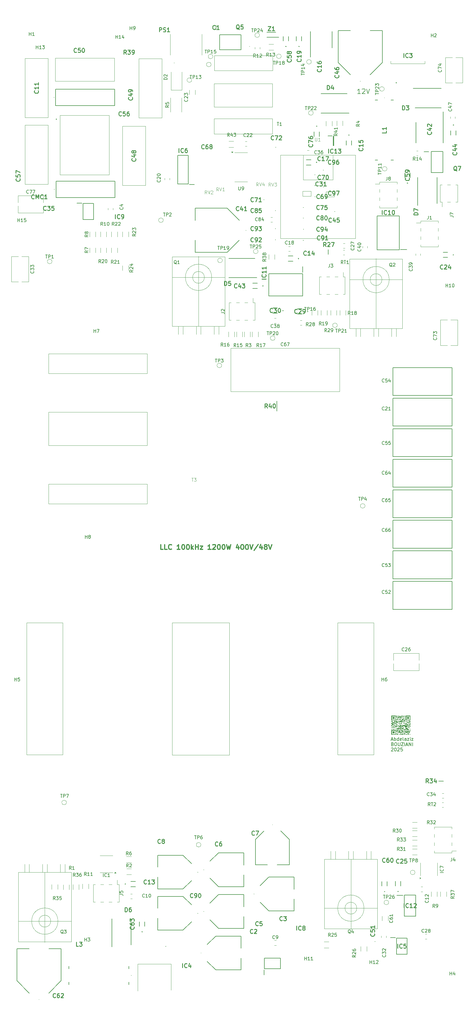
<source format=gto>
G04 #@! TF.GenerationSoftware,KiCad,Pcbnew,9.0.3*
G04 #@! TF.CreationDate,2025-10-12T10:39:54+02:00*
G04 #@! TF.ProjectId,LLC_DCDC_V5,4c4c435f-4443-4444-935f-56352e6b6963,rev?*
G04 #@! TF.SameCoordinates,Original*
G04 #@! TF.FileFunction,Legend,Top*
G04 #@! TF.FilePolarity,Positive*
%FSLAX46Y46*%
G04 Gerber Fmt 4.6, Leading zero omitted, Abs format (unit mm)*
G04 Created by KiCad (PCBNEW 9.0.3) date 2025-10-12 10:39:54*
%MOMM*%
%LPD*%
G01*
G04 APERTURE LIST*
%ADD10C,0.200000*%
%ADD11C,0.375000*%
%ADD12C,0.254000*%
%ADD13C,0.150000*%
%ADD14C,0.100000*%
%ADD15C,0.050000*%
%ADD16C,0.120000*%
%ADD17C,0.127000*%
G04 APERTURE END LIST*
G36*
X197460000Y-269170000D02*
G01*
X197660000Y-269170000D01*
X197660000Y-269370000D01*
X197460000Y-269370000D01*
X197460000Y-269170000D01*
G37*
G36*
X199660000Y-267170000D02*
G01*
X199860000Y-267170000D01*
X199860000Y-267370000D01*
X199660000Y-267370000D01*
X199660000Y-267170000D01*
G37*
G36*
X198860000Y-266970000D02*
G01*
X199060000Y-266970000D01*
X199060000Y-267170000D01*
X198860000Y-267170000D01*
X198860000Y-266970000D01*
G37*
G36*
X196060000Y-265770000D02*
G01*
X196260000Y-265770000D01*
X196260000Y-265970000D01*
X196060000Y-265970000D01*
X196060000Y-265770000D01*
G37*
G36*
X197460000Y-269770000D02*
G01*
X197660000Y-269770000D01*
X197660000Y-269970000D01*
X197460000Y-269970000D01*
X197460000Y-269770000D01*
G37*
G36*
X200060000Y-265370000D02*
G01*
X200260000Y-265370000D01*
X200260000Y-265570000D01*
X200060000Y-265570000D01*
X200060000Y-265370000D01*
G37*
G36*
X196860000Y-268770000D02*
G01*
X197060000Y-268770000D01*
X197060000Y-268970000D01*
X196860000Y-268970000D01*
X196860000Y-268770000D01*
G37*
G36*
X198060000Y-268770000D02*
G01*
X198260000Y-268770000D01*
X198260000Y-268970000D01*
X198060000Y-268970000D01*
X198060000Y-268770000D01*
G37*
G36*
X197660000Y-266370000D02*
G01*
X197860000Y-266370000D01*
X197860000Y-266570000D01*
X197660000Y-266570000D01*
X197660000Y-266370000D01*
G37*
G36*
X199060000Y-267570000D02*
G01*
X199260000Y-267570000D01*
X199260000Y-267770000D01*
X199060000Y-267770000D01*
X199060000Y-267570000D01*
G37*
G36*
X199660000Y-268970000D02*
G01*
X199860000Y-268970000D01*
X199860000Y-269170000D01*
X199660000Y-269170000D01*
X199660000Y-268970000D01*
G37*
G36*
X196660000Y-268570000D02*
G01*
X196860000Y-268570000D01*
X196860000Y-268770000D01*
X196660000Y-268770000D01*
X196660000Y-268570000D01*
G37*
G36*
X195460000Y-265370000D02*
G01*
X195660000Y-265370000D01*
X195660000Y-265570000D01*
X195460000Y-265570000D01*
X195460000Y-265370000D01*
G37*
G36*
X197060000Y-268770000D02*
G01*
X197260000Y-268770000D01*
X197260000Y-268970000D01*
X197060000Y-268970000D01*
X197060000Y-268770000D01*
G37*
G36*
X195460000Y-266970000D02*
G01*
X195660000Y-266970000D01*
X195660000Y-267170000D01*
X195460000Y-267170000D01*
X195460000Y-266970000D01*
G37*
G36*
X199060000Y-264970000D02*
G01*
X199260000Y-264970000D01*
X199260000Y-265170000D01*
X199060000Y-265170000D01*
X199060000Y-264970000D01*
G37*
G36*
X197860000Y-268170000D02*
G01*
X198060000Y-268170000D01*
X198060000Y-268370000D01*
X197860000Y-268370000D01*
X197860000Y-268170000D01*
G37*
G36*
X197660000Y-267170000D02*
G01*
X197860000Y-267170000D01*
X197860000Y-267370000D01*
X197660000Y-267370000D01*
X197660000Y-267170000D01*
G37*
G36*
X199060000Y-266770000D02*
G01*
X199260000Y-266770000D01*
X199260000Y-266970000D01*
X199060000Y-266970000D01*
X199060000Y-266770000D01*
G37*
G36*
X199460000Y-264970000D02*
G01*
X199660000Y-264970000D01*
X199660000Y-265170000D01*
X199460000Y-265170000D01*
X199460000Y-264970000D01*
G37*
G36*
X198660000Y-264570000D02*
G01*
X198860000Y-264570000D01*
X198860000Y-264770000D01*
X198660000Y-264770000D01*
X198660000Y-264570000D01*
G37*
G36*
X195060000Y-268570000D02*
G01*
X195260000Y-268570000D01*
X195260000Y-268770000D01*
X195060000Y-268770000D01*
X195060000Y-268570000D01*
G37*
G36*
X197460000Y-268770000D02*
G01*
X197660000Y-268770000D01*
X197660000Y-268970000D01*
X197460000Y-268970000D01*
X197460000Y-268770000D01*
G37*
G36*
X197860000Y-268770000D02*
G01*
X198060000Y-268770000D01*
X198060000Y-268970000D01*
X197860000Y-268970000D01*
X197860000Y-268770000D01*
G37*
G36*
X200260000Y-266770000D02*
G01*
X200460000Y-266770000D01*
X200460000Y-266970000D01*
X200260000Y-266970000D01*
X200260000Y-266770000D01*
G37*
G36*
X194860000Y-266970000D02*
G01*
X195060000Y-266970000D01*
X195060000Y-267170000D01*
X194860000Y-267170000D01*
X194860000Y-266970000D01*
G37*
G36*
X197460000Y-266970000D02*
G01*
X197660000Y-266970000D01*
X197660000Y-267170000D01*
X197460000Y-267170000D01*
X197460000Y-266970000D01*
G37*
G36*
X195460000Y-265970000D02*
G01*
X195660000Y-265970000D01*
X195660000Y-266170000D01*
X195460000Y-266170000D01*
X195460000Y-265970000D01*
G37*
G36*
X196660000Y-266970000D02*
G01*
X196860000Y-266970000D01*
X196860000Y-267170000D01*
X196660000Y-267170000D01*
X196660000Y-266970000D01*
G37*
G36*
X197860000Y-265770000D02*
G01*
X198060000Y-265770000D01*
X198060000Y-265970000D01*
X197860000Y-265970000D01*
X197860000Y-265770000D01*
G37*
G36*
X195860000Y-269170000D02*
G01*
X196060000Y-269170000D01*
X196060000Y-269370000D01*
X195860000Y-269370000D01*
X195860000Y-269170000D01*
G37*
G36*
X195860000Y-266170000D02*
G01*
X196060000Y-266170000D01*
X196060000Y-266370000D01*
X195860000Y-266370000D01*
X195860000Y-266170000D01*
G37*
G36*
X199260000Y-265370000D02*
G01*
X199460000Y-265370000D01*
X199460000Y-265570000D01*
X199260000Y-265570000D01*
X199260000Y-265370000D01*
G37*
G36*
X199060000Y-264170000D02*
G01*
X199260000Y-264170000D01*
X199260000Y-264370000D01*
X199060000Y-264370000D01*
X199060000Y-264170000D01*
G37*
G36*
X197660000Y-264570000D02*
G01*
X197860000Y-264570000D01*
X197860000Y-264770000D01*
X197660000Y-264770000D01*
X197660000Y-264570000D01*
G37*
G36*
X195260000Y-269370000D02*
G01*
X195460000Y-269370000D01*
X195460000Y-269570000D01*
X195260000Y-269570000D01*
X195260000Y-269370000D01*
G37*
G36*
X195060000Y-266770000D02*
G01*
X195260000Y-266770000D01*
X195260000Y-266970000D01*
X195060000Y-266970000D01*
X195060000Y-266770000D01*
G37*
G36*
X198060000Y-267970000D02*
G01*
X198260000Y-267970000D01*
X198260000Y-268170000D01*
X198060000Y-268170000D01*
X198060000Y-267970000D01*
G37*
G36*
X198260000Y-265370000D02*
G01*
X198460000Y-265370000D01*
X198460000Y-265570000D01*
X198260000Y-265570000D01*
X198260000Y-265370000D01*
G37*
G36*
X197460000Y-264170000D02*
G01*
X197660000Y-264170000D01*
X197660000Y-264370000D01*
X197460000Y-264370000D01*
X197460000Y-264170000D01*
G37*
G36*
X197260000Y-264770000D02*
G01*
X197460000Y-264770000D01*
X197460000Y-264970000D01*
X197260000Y-264970000D01*
X197260000Y-264770000D01*
G37*
G36*
X198260000Y-266170000D02*
G01*
X198460000Y-266170000D01*
X198460000Y-266370000D01*
X198260000Y-266370000D01*
X198260000Y-266170000D01*
G37*
G36*
X197660000Y-264370000D02*
G01*
X197860000Y-264370000D01*
X197860000Y-264570000D01*
X197660000Y-264570000D01*
X197660000Y-264370000D01*
G37*
G36*
X198860000Y-267570000D02*
G01*
X199060000Y-267570000D01*
X199060000Y-267770000D01*
X198860000Y-267770000D01*
X198860000Y-267570000D01*
G37*
G36*
X197460000Y-267570000D02*
G01*
X197660000Y-267570000D01*
X197660000Y-267770000D01*
X197460000Y-267770000D01*
X197460000Y-267570000D01*
G37*
G36*
X195860000Y-265770000D02*
G01*
X196060000Y-265770000D01*
X196060000Y-265970000D01*
X195860000Y-265970000D01*
X195860000Y-265770000D01*
G37*
G36*
X195460000Y-266370000D02*
G01*
X195660000Y-266370000D01*
X195660000Y-266570000D01*
X195460000Y-266570000D01*
X195460000Y-266370000D01*
G37*
G36*
X196260000Y-264570000D02*
G01*
X196460000Y-264570000D01*
X196460000Y-264770000D01*
X196260000Y-264770000D01*
X196260000Y-264570000D01*
G37*
G36*
X197860000Y-266970000D02*
G01*
X198060000Y-266970000D01*
X198060000Y-267170000D01*
X197860000Y-267170000D01*
X197860000Y-266970000D01*
G37*
G36*
X198260000Y-268970000D02*
G01*
X198460000Y-268970000D01*
X198460000Y-269170000D01*
X198260000Y-269170000D01*
X198260000Y-268970000D01*
G37*
G36*
X195660000Y-265370000D02*
G01*
X195860000Y-265370000D01*
X195860000Y-265570000D01*
X195660000Y-265570000D01*
X195660000Y-265370000D01*
G37*
G36*
X197260000Y-264570000D02*
G01*
X197460000Y-264570000D01*
X197460000Y-264770000D01*
X197260000Y-264770000D01*
X197260000Y-264570000D01*
G37*
G36*
X196260000Y-268570000D02*
G01*
X196460000Y-268570000D01*
X196460000Y-268770000D01*
X196260000Y-268770000D01*
X196260000Y-268570000D01*
G37*
G36*
X200060000Y-267770000D02*
G01*
X200260000Y-267770000D01*
X200260000Y-267970000D01*
X200060000Y-267970000D01*
X200060000Y-267770000D01*
G37*
G36*
X199860000Y-267370000D02*
G01*
X200060000Y-267370000D01*
X200060000Y-267570000D01*
X199860000Y-267570000D01*
X199860000Y-267370000D01*
G37*
G36*
X199460000Y-269170000D02*
G01*
X199660000Y-269170000D01*
X199660000Y-269370000D01*
X199460000Y-269370000D01*
X199460000Y-269170000D01*
G37*
G36*
X196460000Y-269170000D02*
G01*
X196660000Y-269170000D01*
X196660000Y-269370000D01*
X196460000Y-269370000D01*
X196460000Y-269170000D01*
G37*
G36*
X199660000Y-268370000D02*
G01*
X199860000Y-268370000D01*
X199860000Y-268570000D01*
X199660000Y-268570000D01*
X199660000Y-268370000D01*
G37*
G36*
X198260000Y-265770000D02*
G01*
X198460000Y-265770000D01*
X198460000Y-265970000D01*
X198260000Y-265970000D01*
X198260000Y-265770000D01*
G37*
G36*
X199660000Y-264570000D02*
G01*
X199860000Y-264570000D01*
X199860000Y-264770000D01*
X199660000Y-264770000D01*
X199660000Y-264570000D01*
G37*
G36*
X198060000Y-267770000D02*
G01*
X198260000Y-267770000D01*
X198260000Y-267970000D01*
X198060000Y-267970000D01*
X198060000Y-267770000D01*
G37*
G36*
X196460000Y-267170000D02*
G01*
X196660000Y-267170000D01*
X196660000Y-267370000D01*
X196460000Y-267370000D01*
X196460000Y-267170000D01*
G37*
G36*
X196460000Y-265970000D02*
G01*
X196660000Y-265970000D01*
X196660000Y-266170000D01*
X196460000Y-266170000D01*
X196460000Y-265970000D01*
G37*
G36*
X197660000Y-269170000D02*
G01*
X197860000Y-269170000D01*
X197860000Y-269370000D01*
X197660000Y-269370000D01*
X197660000Y-269170000D01*
G37*
G36*
X199860000Y-267570000D02*
G01*
X200060000Y-267570000D01*
X200060000Y-267770000D01*
X199860000Y-267770000D01*
X199860000Y-267570000D01*
G37*
G36*
X197260000Y-267970000D02*
G01*
X197460000Y-267970000D01*
X197460000Y-268170000D01*
X197260000Y-268170000D01*
X197260000Y-267970000D01*
G37*
G36*
X197460000Y-268370000D02*
G01*
X197660000Y-268370000D01*
X197660000Y-268570000D01*
X197460000Y-268570000D01*
X197460000Y-268370000D01*
G37*
G36*
X199860000Y-266170000D02*
G01*
X200060000Y-266170000D01*
X200060000Y-266370000D01*
X199860000Y-266370000D01*
X199860000Y-266170000D01*
G37*
G36*
X196460000Y-268770000D02*
G01*
X196660000Y-268770000D01*
X196660000Y-268970000D01*
X196460000Y-268970000D01*
X196460000Y-268770000D01*
G37*
G36*
X195060000Y-266370000D02*
G01*
X195260000Y-266370000D01*
X195260000Y-266570000D01*
X195060000Y-266570000D01*
X195060000Y-266370000D01*
G37*
G36*
X196860000Y-268370000D02*
G01*
X197060000Y-268370000D01*
X197060000Y-268570000D01*
X196860000Y-268570000D01*
X196860000Y-268370000D01*
G37*
G36*
X198060000Y-264570000D02*
G01*
X198260000Y-264570000D01*
X198260000Y-264770000D01*
X198060000Y-264770000D01*
X198060000Y-264570000D01*
G37*
G36*
X197060000Y-264370000D02*
G01*
X197260000Y-264370000D01*
X197260000Y-264570000D01*
X197060000Y-264570000D01*
X197060000Y-264370000D01*
G37*
G36*
X197260000Y-265770000D02*
G01*
X197460000Y-265770000D01*
X197460000Y-265970000D01*
X197260000Y-265970000D01*
X197260000Y-265770000D01*
G37*
G36*
X197260000Y-265170000D02*
G01*
X197460000Y-265170000D01*
X197460000Y-265370000D01*
X197260000Y-265370000D01*
X197260000Y-265170000D01*
G37*
G36*
X195460000Y-269770000D02*
G01*
X195660000Y-269770000D01*
X195660000Y-269970000D01*
X195460000Y-269970000D01*
X195460000Y-269770000D01*
G37*
G36*
X195460000Y-264770000D02*
G01*
X195660000Y-264770000D01*
X195660000Y-264970000D01*
X195460000Y-264970000D01*
X195460000Y-264770000D01*
G37*
G36*
X195060000Y-268970000D02*
G01*
X195260000Y-268970000D01*
X195260000Y-269170000D01*
X195060000Y-269170000D01*
X195060000Y-268970000D01*
G37*
G36*
X194660000Y-269570000D02*
G01*
X194860000Y-269570000D01*
X194860000Y-269770000D01*
X194660000Y-269770000D01*
X194660000Y-269570000D01*
G37*
G36*
X198660000Y-269570000D02*
G01*
X198860000Y-269570000D01*
X198860000Y-269770000D01*
X198660000Y-269770000D01*
X198660000Y-269570000D01*
G37*
G36*
X198460000Y-268370000D02*
G01*
X198660000Y-268370000D01*
X198660000Y-268570000D01*
X198460000Y-268570000D01*
X198460000Y-268370000D01*
G37*
G36*
X196860000Y-264770000D02*
G01*
X197060000Y-264770000D01*
X197060000Y-264970000D01*
X196860000Y-264970000D01*
X196860000Y-264770000D01*
G37*
G36*
X197860000Y-265370000D02*
G01*
X198060000Y-265370000D01*
X198060000Y-265570000D01*
X197860000Y-265570000D01*
X197860000Y-265370000D01*
G37*
G36*
X198260000Y-269370000D02*
G01*
X198460000Y-269370000D01*
X198460000Y-269570000D01*
X198260000Y-269570000D01*
X198260000Y-269370000D01*
G37*
G36*
X199260000Y-268970000D02*
G01*
X199460000Y-268970000D01*
X199460000Y-269170000D01*
X199260000Y-269170000D01*
X199260000Y-268970000D01*
G37*
G36*
X196060000Y-266570000D02*
G01*
X196260000Y-266570000D01*
X196260000Y-266770000D01*
X196060000Y-266770000D01*
X196060000Y-266570000D01*
G37*
G36*
X196260000Y-265370000D02*
G01*
X196460000Y-265370000D01*
X196460000Y-265570000D01*
X196260000Y-265570000D01*
X196260000Y-265370000D01*
G37*
G36*
X200260000Y-267370000D02*
G01*
X200460000Y-267370000D01*
X200460000Y-267570000D01*
X200260000Y-267570000D01*
X200260000Y-267370000D01*
G37*
G36*
X194660000Y-268970000D02*
G01*
X194860000Y-268970000D01*
X194860000Y-269170000D01*
X194660000Y-269170000D01*
X194660000Y-268970000D01*
G37*
G36*
X199460000Y-265370000D02*
G01*
X199660000Y-265370000D01*
X199660000Y-265570000D01*
X199460000Y-265570000D01*
X199460000Y-265370000D01*
G37*
G36*
X197860000Y-268570000D02*
G01*
X198060000Y-268570000D01*
X198060000Y-268770000D01*
X197860000Y-268770000D01*
X197860000Y-268570000D01*
G37*
G36*
X199460000Y-268370000D02*
G01*
X199660000Y-268370000D01*
X199660000Y-268570000D01*
X199460000Y-268570000D01*
X199460000Y-268370000D01*
G37*
G36*
X200260000Y-268170000D02*
G01*
X200460000Y-268170000D01*
X200460000Y-268370000D01*
X200260000Y-268370000D01*
X200260000Y-268170000D01*
G37*
G36*
X195060000Y-268170000D02*
G01*
X195260000Y-268170000D01*
X195260000Y-268370000D01*
X195060000Y-268370000D01*
X195060000Y-268170000D01*
G37*
G36*
X197660000Y-266170000D02*
G01*
X197860000Y-266170000D01*
X197860000Y-266370000D01*
X197660000Y-266370000D01*
X197660000Y-266170000D01*
G37*
G36*
X197260000Y-265970000D02*
G01*
X197460000Y-265970000D01*
X197460000Y-266170000D01*
X197260000Y-266170000D01*
X197260000Y-265970000D01*
G37*
G36*
X200260000Y-268770000D02*
G01*
X200460000Y-268770000D01*
X200460000Y-268970000D01*
X200260000Y-268970000D01*
X200260000Y-268770000D01*
G37*
G36*
X196860000Y-267370000D02*
G01*
X197060000Y-267370000D01*
X197060000Y-267570000D01*
X196860000Y-267570000D01*
X196860000Y-267370000D01*
G37*
G36*
X199460000Y-268170000D02*
G01*
X199660000Y-268170000D01*
X199660000Y-268370000D01*
X199460000Y-268370000D01*
X199460000Y-268170000D01*
G37*
G36*
X195460000Y-265770000D02*
G01*
X195660000Y-265770000D01*
X195660000Y-265970000D01*
X195460000Y-265970000D01*
X195460000Y-265770000D01*
G37*
G36*
X196260000Y-264170000D02*
G01*
X196460000Y-264170000D01*
X196460000Y-264370000D01*
X196260000Y-264370000D01*
X196260000Y-264170000D01*
G37*
G36*
X195660000Y-265770000D02*
G01*
X195860000Y-265770000D01*
X195860000Y-265970000D01*
X195660000Y-265970000D01*
X195660000Y-265770000D01*
G37*
G36*
X198460000Y-269570000D02*
G01*
X198660000Y-269570000D01*
X198660000Y-269770000D01*
X198460000Y-269770000D01*
X198460000Y-269570000D01*
G37*
G36*
X198660000Y-267170000D02*
G01*
X198860000Y-267170000D01*
X198860000Y-267370000D01*
X198660000Y-267370000D01*
X198660000Y-267170000D01*
G37*
G36*
X200260000Y-265770000D02*
G01*
X200460000Y-265770000D01*
X200460000Y-265970000D01*
X200260000Y-265970000D01*
X200260000Y-265770000D01*
G37*
G36*
X199660000Y-268170000D02*
G01*
X199860000Y-268170000D01*
X199860000Y-268370000D01*
X199660000Y-268370000D01*
X199660000Y-268170000D01*
G37*
G36*
X194860000Y-269770000D02*
G01*
X195060000Y-269770000D01*
X195060000Y-269970000D01*
X194860000Y-269970000D01*
X194860000Y-269770000D01*
G37*
G36*
X194660000Y-266970000D02*
G01*
X194860000Y-266970000D01*
X194860000Y-267170000D01*
X194660000Y-267170000D01*
X194660000Y-266970000D01*
G37*
G36*
X199660000Y-264770000D02*
G01*
X199860000Y-264770000D01*
X199860000Y-264970000D01*
X199660000Y-264970000D01*
X199660000Y-264770000D01*
G37*
G36*
X194860000Y-266770000D02*
G01*
X195060000Y-266770000D01*
X195060000Y-266970000D01*
X194860000Y-266970000D01*
X194860000Y-266770000D01*
G37*
G36*
X195060000Y-269170000D02*
G01*
X195260000Y-269170000D01*
X195260000Y-269370000D01*
X195060000Y-269370000D01*
X195060000Y-269170000D01*
G37*
G36*
X199060000Y-267770000D02*
G01*
X199260000Y-267770000D01*
X199260000Y-267970000D01*
X199060000Y-267970000D01*
X199060000Y-267770000D01*
G37*
G36*
X198060000Y-267170000D02*
G01*
X198260000Y-267170000D01*
X198260000Y-267370000D01*
X198060000Y-267370000D01*
X198060000Y-267170000D01*
G37*
G36*
X196260000Y-267370000D02*
G01*
X196460000Y-267370000D01*
X196460000Y-267570000D01*
X196260000Y-267570000D01*
X196260000Y-267370000D01*
G37*
G36*
X195260000Y-264570000D02*
G01*
X195460000Y-264570000D01*
X195460000Y-264770000D01*
X195260000Y-264770000D01*
X195260000Y-264570000D01*
G37*
G36*
X199860000Y-265770000D02*
G01*
X200060000Y-265770000D01*
X200060000Y-265970000D01*
X199860000Y-265970000D01*
X199860000Y-265770000D01*
G37*
G36*
X196660000Y-265370000D02*
G01*
X196860000Y-265370000D01*
X196860000Y-265570000D01*
X196660000Y-265570000D01*
X196660000Y-265370000D01*
G37*
G36*
X197860000Y-265970000D02*
G01*
X198060000Y-265970000D01*
X198060000Y-266170000D01*
X197860000Y-266170000D01*
X197860000Y-265970000D01*
G37*
G36*
X195860000Y-266570000D02*
G01*
X196060000Y-266570000D01*
X196060000Y-266770000D01*
X195860000Y-266770000D01*
X195860000Y-266570000D01*
G37*
G36*
X198660000Y-268170000D02*
G01*
X198860000Y-268170000D01*
X198860000Y-268370000D01*
X198660000Y-268370000D01*
X198660000Y-268170000D01*
G37*
G36*
X195860000Y-269370000D02*
G01*
X196060000Y-269370000D01*
X196060000Y-269570000D01*
X195860000Y-269570000D01*
X195860000Y-269370000D01*
G37*
G36*
X195260000Y-264170000D02*
G01*
X195460000Y-264170000D01*
X195460000Y-264370000D01*
X195260000Y-264370000D01*
X195260000Y-264170000D01*
G37*
G36*
X197460000Y-264370000D02*
G01*
X197660000Y-264370000D01*
X197660000Y-264570000D01*
X197460000Y-264570000D01*
X197460000Y-264370000D01*
G37*
G36*
X197860000Y-265570000D02*
G01*
X198060000Y-265570000D01*
X198060000Y-265770000D01*
X197860000Y-265770000D01*
X197860000Y-265570000D01*
G37*
G36*
X195260000Y-269770000D02*
G01*
X195460000Y-269770000D01*
X195460000Y-269970000D01*
X195260000Y-269970000D01*
X195260000Y-269770000D01*
G37*
G36*
X194660000Y-264770000D02*
G01*
X194860000Y-264770000D01*
X194860000Y-264970000D01*
X194660000Y-264970000D01*
X194660000Y-264770000D01*
G37*
G36*
X194860000Y-265370000D02*
G01*
X195060000Y-265370000D01*
X195060000Y-265570000D01*
X194860000Y-265570000D01*
X194860000Y-265370000D01*
G37*
G36*
X194860000Y-264170000D02*
G01*
X195060000Y-264170000D01*
X195060000Y-264370000D01*
X194860000Y-264370000D01*
X194860000Y-264170000D01*
G37*
G36*
X195460000Y-268970000D02*
G01*
X195660000Y-268970000D01*
X195660000Y-269170000D01*
X195460000Y-269170000D01*
X195460000Y-268970000D01*
G37*
G36*
X197260000Y-267570000D02*
G01*
X197460000Y-267570000D01*
X197460000Y-267770000D01*
X197260000Y-267770000D01*
X197260000Y-267570000D01*
G37*
G36*
X194660000Y-269370000D02*
G01*
X194860000Y-269370000D01*
X194860000Y-269570000D01*
X194660000Y-269570000D01*
X194660000Y-269370000D01*
G37*
G36*
X195260000Y-266970000D02*
G01*
X195460000Y-266970000D01*
X195460000Y-267170000D01*
X195260000Y-267170000D01*
X195260000Y-266970000D01*
G37*
G36*
X200260000Y-266370000D02*
G01*
X200460000Y-266370000D01*
X200460000Y-266570000D01*
X200260000Y-266570000D01*
X200260000Y-266370000D01*
G37*
G36*
X199260000Y-267370000D02*
G01*
X199460000Y-267370000D01*
X199460000Y-267570000D01*
X199260000Y-267570000D01*
X199260000Y-267370000D01*
G37*
G36*
X194660000Y-266370000D02*
G01*
X194860000Y-266370000D01*
X194860000Y-266570000D01*
X194660000Y-266570000D01*
X194660000Y-266370000D01*
G37*
G36*
X197460000Y-265770000D02*
G01*
X197660000Y-265770000D01*
X197660000Y-265970000D01*
X197460000Y-265970000D01*
X197460000Y-265770000D01*
G37*
G36*
X195860000Y-267370000D02*
G01*
X196060000Y-267370000D01*
X196060000Y-267570000D01*
X195860000Y-267570000D01*
X195860000Y-267370000D01*
G37*
G36*
X198860000Y-267170000D02*
G01*
X199060000Y-267170000D01*
X199060000Y-267370000D01*
X198860000Y-267370000D01*
X198860000Y-267170000D01*
G37*
G36*
X199860000Y-268770000D02*
G01*
X200060000Y-268770000D01*
X200060000Y-268970000D01*
X199860000Y-268970000D01*
X199860000Y-268770000D01*
G37*
G36*
X198860000Y-268170000D02*
G01*
X199060000Y-268170000D01*
X199060000Y-268370000D01*
X198860000Y-268370000D01*
X198860000Y-268170000D01*
G37*
G36*
X197860000Y-269170000D02*
G01*
X198060000Y-269170000D01*
X198060000Y-269370000D01*
X197860000Y-269370000D01*
X197860000Y-269170000D01*
G37*
G36*
X194660000Y-264370000D02*
G01*
X194860000Y-264370000D01*
X194860000Y-264570000D01*
X194660000Y-264570000D01*
X194660000Y-264370000D01*
G37*
G36*
X197460000Y-267970000D02*
G01*
X197660000Y-267970000D01*
X197660000Y-268170000D01*
X197460000Y-268170000D01*
X197460000Y-267970000D01*
G37*
G36*
X199060000Y-265370000D02*
G01*
X199260000Y-265370000D01*
X199260000Y-265570000D01*
X199060000Y-265570000D01*
X199060000Y-265370000D01*
G37*
G36*
X194660000Y-268170000D02*
G01*
X194860000Y-268170000D01*
X194860000Y-268370000D01*
X194660000Y-268370000D01*
X194660000Y-268170000D01*
G37*
G36*
X197460000Y-265570000D02*
G01*
X197660000Y-265570000D01*
X197660000Y-265770000D01*
X197460000Y-265770000D01*
X197460000Y-265570000D01*
G37*
G36*
X199860000Y-265370000D02*
G01*
X200060000Y-265370000D01*
X200060000Y-265570000D01*
X199860000Y-265570000D01*
X199860000Y-265370000D01*
G37*
G36*
X194660000Y-266570000D02*
G01*
X194860000Y-266570000D01*
X194860000Y-266770000D01*
X194660000Y-266770000D01*
X194660000Y-266570000D01*
G37*
G36*
X197060000Y-265370000D02*
G01*
X197260000Y-265370000D01*
X197260000Y-265570000D01*
X197060000Y-265570000D01*
X197060000Y-265370000D01*
G37*
G36*
X196260000Y-264370000D02*
G01*
X196460000Y-264370000D01*
X196460000Y-264570000D01*
X196260000Y-264570000D01*
X196260000Y-264370000D01*
G37*
G36*
X198260000Y-269770000D02*
G01*
X198460000Y-269770000D01*
X198460000Y-269970000D01*
X198260000Y-269970000D01*
X198260000Y-269770000D01*
G37*
G36*
X196860000Y-267970000D02*
G01*
X197060000Y-267970000D01*
X197060000Y-268170000D01*
X196860000Y-268170000D01*
X196860000Y-267970000D01*
G37*
G36*
X199460000Y-268770000D02*
G01*
X199660000Y-268770000D01*
X199660000Y-268970000D01*
X199460000Y-268970000D01*
X199460000Y-268770000D01*
G37*
G36*
X195060000Y-269370000D02*
G01*
X195260000Y-269370000D01*
X195260000Y-269570000D01*
X195060000Y-269570000D01*
X195060000Y-269370000D01*
G37*
G36*
X198660000Y-264370000D02*
G01*
X198860000Y-264370000D01*
X198860000Y-264570000D01*
X198660000Y-264570000D01*
X198660000Y-264370000D01*
G37*
G36*
X199460000Y-267370000D02*
G01*
X199660000Y-267370000D01*
X199660000Y-267570000D01*
X199460000Y-267570000D01*
X199460000Y-267370000D01*
G37*
G36*
X197660000Y-267370000D02*
G01*
X197860000Y-267370000D01*
X197860000Y-267570000D01*
X197660000Y-267570000D01*
X197660000Y-267370000D01*
G37*
G36*
X194860000Y-265970000D02*
G01*
X195060000Y-265970000D01*
X195060000Y-266170000D01*
X194860000Y-266170000D01*
X194860000Y-265970000D01*
G37*
G36*
X195460000Y-267770000D02*
G01*
X195660000Y-267770000D01*
X195660000Y-267970000D01*
X195460000Y-267970000D01*
X195460000Y-267770000D01*
G37*
G36*
X196260000Y-268770000D02*
G01*
X196460000Y-268770000D01*
X196460000Y-268970000D01*
X196260000Y-268970000D01*
X196260000Y-268770000D01*
G37*
G36*
X197060000Y-268570000D02*
G01*
X197260000Y-268570000D01*
X197260000Y-268770000D01*
X197060000Y-268770000D01*
X197060000Y-268570000D01*
G37*
G36*
X195260000Y-268970000D02*
G01*
X195460000Y-268970000D01*
X195460000Y-269170000D01*
X195260000Y-269170000D01*
X195260000Y-268970000D01*
G37*
G36*
X199860000Y-269770000D02*
G01*
X200060000Y-269770000D01*
X200060000Y-269970000D01*
X199860000Y-269970000D01*
X199860000Y-269770000D01*
G37*
G36*
X199460000Y-264770000D02*
G01*
X199660000Y-264770000D01*
X199660000Y-264970000D01*
X199460000Y-264970000D01*
X199460000Y-264770000D01*
G37*
G36*
X195260000Y-264970000D02*
G01*
X195460000Y-264970000D01*
X195460000Y-265170000D01*
X195260000Y-265170000D01*
X195260000Y-264970000D01*
G37*
G36*
X200060000Y-264170000D02*
G01*
X200260000Y-264170000D01*
X200260000Y-264370000D01*
X200060000Y-264370000D01*
X200060000Y-264170000D01*
G37*
G36*
X195260000Y-266170000D02*
G01*
X195460000Y-266170000D01*
X195460000Y-266370000D01*
X195260000Y-266370000D01*
X195260000Y-266170000D01*
G37*
G36*
X198660000Y-265170000D02*
G01*
X198860000Y-265170000D01*
X198860000Y-265370000D01*
X198660000Y-265370000D01*
X198660000Y-265170000D01*
G37*
G36*
X197060000Y-265970000D02*
G01*
X197260000Y-265970000D01*
X197260000Y-266170000D01*
X197060000Y-266170000D01*
X197060000Y-265970000D01*
G37*
G36*
X200060000Y-269170000D02*
G01*
X200260000Y-269170000D01*
X200260000Y-269370000D01*
X200060000Y-269370000D01*
X200060000Y-269170000D01*
G37*
G36*
X200060000Y-265770000D02*
G01*
X200260000Y-265770000D01*
X200260000Y-265970000D01*
X200060000Y-265970000D01*
X200060000Y-265770000D01*
G37*
G36*
X195460000Y-264970000D02*
G01*
X195660000Y-264970000D01*
X195660000Y-265170000D01*
X195460000Y-265170000D01*
X195460000Y-264970000D01*
G37*
G36*
X198660000Y-267370000D02*
G01*
X198860000Y-267370000D01*
X198860000Y-267570000D01*
X198660000Y-267570000D01*
X198660000Y-267370000D01*
G37*
G36*
X197060000Y-269770000D02*
G01*
X197260000Y-269770000D01*
X197260000Y-269970000D01*
X197060000Y-269970000D01*
X197060000Y-269770000D01*
G37*
G36*
X198260000Y-264370000D02*
G01*
X198460000Y-264370000D01*
X198460000Y-264570000D01*
X198260000Y-264570000D01*
X198260000Y-264370000D01*
G37*
G36*
X194860000Y-266570000D02*
G01*
X195060000Y-266570000D01*
X195060000Y-266770000D01*
X194860000Y-266770000D01*
X194860000Y-266570000D01*
G37*
G36*
X198660000Y-265370000D02*
G01*
X198860000Y-265370000D01*
X198860000Y-265570000D01*
X198660000Y-265570000D01*
X198660000Y-265370000D01*
G37*
G36*
X198460000Y-265770000D02*
G01*
X198660000Y-265770000D01*
X198660000Y-265970000D01*
X198460000Y-265970000D01*
X198460000Y-265770000D01*
G37*
G36*
X200060000Y-268970000D02*
G01*
X200260000Y-268970000D01*
X200260000Y-269170000D01*
X200060000Y-269170000D01*
X200060000Y-268970000D01*
G37*
G36*
X199460000Y-265970000D02*
G01*
X199660000Y-265970000D01*
X199660000Y-266170000D01*
X199460000Y-266170000D01*
X199460000Y-265970000D01*
G37*
G36*
X198260000Y-266370000D02*
G01*
X198460000Y-266370000D01*
X198460000Y-266570000D01*
X198260000Y-266570000D01*
X198260000Y-266370000D01*
G37*
G36*
X197860000Y-269570000D02*
G01*
X198060000Y-269570000D01*
X198060000Y-269770000D01*
X197860000Y-269770000D01*
X197860000Y-269570000D01*
G37*
G36*
X196860000Y-268970000D02*
G01*
X197060000Y-268970000D01*
X197060000Y-269170000D01*
X196860000Y-269170000D01*
X196860000Y-268970000D01*
G37*
G36*
X199460000Y-264170000D02*
G01*
X199660000Y-264170000D01*
X199660000Y-264370000D01*
X199460000Y-264370000D01*
X199460000Y-264170000D01*
G37*
G36*
X195860000Y-265170000D02*
G01*
X196060000Y-265170000D01*
X196060000Y-265370000D01*
X195860000Y-265370000D01*
X195860000Y-265170000D01*
G37*
G36*
X195860000Y-268170000D02*
G01*
X196060000Y-268170000D01*
X196060000Y-268370000D01*
X195860000Y-268370000D01*
X195860000Y-268170000D01*
G37*
G36*
X197060000Y-266970000D02*
G01*
X197260000Y-266970000D01*
X197260000Y-267170000D01*
X197060000Y-267170000D01*
X197060000Y-266970000D01*
G37*
G36*
X195460000Y-269370000D02*
G01*
X195660000Y-269370000D01*
X195660000Y-269570000D01*
X195460000Y-269570000D01*
X195460000Y-269370000D01*
G37*
G36*
X199660000Y-265370000D02*
G01*
X199860000Y-265370000D01*
X199860000Y-265570000D01*
X199660000Y-265570000D01*
X199660000Y-265370000D01*
G37*
G36*
X199660000Y-266770000D02*
G01*
X199860000Y-266770000D01*
X199860000Y-266970000D01*
X199660000Y-266970000D01*
X199660000Y-266770000D01*
G37*
G36*
X195660000Y-266370000D02*
G01*
X195860000Y-266370000D01*
X195860000Y-266570000D01*
X195660000Y-266570000D01*
X195660000Y-266370000D01*
G37*
G36*
X197460000Y-267170000D02*
G01*
X197660000Y-267170000D01*
X197660000Y-267370000D01*
X197460000Y-267370000D01*
X197460000Y-267170000D01*
G37*
G36*
X197860000Y-267370000D02*
G01*
X198060000Y-267370000D01*
X198060000Y-267570000D01*
X197860000Y-267570000D01*
X197860000Y-267370000D01*
G37*
G36*
X194660000Y-269770000D02*
G01*
X194860000Y-269770000D01*
X194860000Y-269970000D01*
X194660000Y-269970000D01*
X194660000Y-269770000D01*
G37*
G36*
X194660000Y-268570000D02*
G01*
X194860000Y-268570000D01*
X194860000Y-268770000D01*
X194660000Y-268770000D01*
X194660000Y-268570000D01*
G37*
G36*
X200260000Y-264170000D02*
G01*
X200460000Y-264170000D01*
X200460000Y-264370000D01*
X200260000Y-264370000D01*
X200260000Y-264170000D01*
G37*
G36*
X198260000Y-267570000D02*
G01*
X198460000Y-267570000D01*
X198460000Y-267770000D01*
X198260000Y-267770000D01*
X198260000Y-267570000D01*
G37*
G36*
X197260000Y-268370000D02*
G01*
X197460000Y-268370000D01*
X197460000Y-268570000D01*
X197260000Y-268570000D01*
X197260000Y-268370000D01*
G37*
G36*
X195860000Y-266970000D02*
G01*
X196060000Y-266970000D01*
X196060000Y-267170000D01*
X195860000Y-267170000D01*
X195860000Y-266970000D01*
G37*
G36*
X194660000Y-264170000D02*
G01*
X194860000Y-264170000D01*
X194860000Y-264370000D01*
X194660000Y-264370000D01*
X194660000Y-264170000D01*
G37*
G36*
X195660000Y-269770000D02*
G01*
X195860000Y-269770000D01*
X195860000Y-269970000D01*
X195660000Y-269970000D01*
X195660000Y-269770000D01*
G37*
G36*
X198060000Y-267370000D02*
G01*
X198260000Y-267370000D01*
X198260000Y-267570000D01*
X198060000Y-267570000D01*
X198060000Y-267370000D01*
G37*
G36*
X195460000Y-269170000D02*
G01*
X195660000Y-269170000D01*
X195660000Y-269370000D01*
X195460000Y-269370000D01*
X195460000Y-269170000D01*
G37*
G36*
X197260000Y-264370000D02*
G01*
X197460000Y-264370000D01*
X197460000Y-264570000D01*
X197260000Y-264570000D01*
X197260000Y-264370000D01*
G37*
G36*
X196660000Y-269370000D02*
G01*
X196860000Y-269370000D01*
X196860000Y-269570000D01*
X196660000Y-269570000D01*
X196660000Y-269370000D01*
G37*
G36*
X200060000Y-266170000D02*
G01*
X200260000Y-266170000D01*
X200260000Y-266370000D01*
X200060000Y-266370000D01*
X200060000Y-266170000D01*
G37*
G36*
X199060000Y-269170000D02*
G01*
X199260000Y-269170000D01*
X199260000Y-269370000D01*
X199060000Y-269370000D01*
X199060000Y-269170000D01*
G37*
G36*
X199060000Y-264370000D02*
G01*
X199260000Y-264370000D01*
X199260000Y-264570000D01*
X199060000Y-264570000D01*
X199060000Y-264370000D01*
G37*
G36*
X197860000Y-267970000D02*
G01*
X198060000Y-267970000D01*
X198060000Y-268170000D01*
X197860000Y-268170000D01*
X197860000Y-267970000D01*
G37*
G36*
X197060000Y-266370000D02*
G01*
X197260000Y-266370000D01*
X197260000Y-266570000D01*
X197060000Y-266570000D01*
X197060000Y-266370000D01*
G37*
G36*
X197260000Y-267170000D02*
G01*
X197460000Y-267170000D01*
X197460000Y-267370000D01*
X197260000Y-267370000D01*
X197260000Y-267170000D01*
G37*
G36*
X200260000Y-266570000D02*
G01*
X200460000Y-266570000D01*
X200460000Y-266770000D01*
X200260000Y-266770000D01*
X200260000Y-266570000D01*
G37*
G36*
X195860000Y-264770000D02*
G01*
X196060000Y-264770000D01*
X196060000Y-264970000D01*
X195860000Y-264970000D01*
X195860000Y-264770000D01*
G37*
G36*
X194860000Y-265770000D02*
G01*
X195060000Y-265770000D01*
X195060000Y-265970000D01*
X194860000Y-265970000D01*
X194860000Y-265770000D01*
G37*
G36*
X200260000Y-265170000D02*
G01*
X200460000Y-265170000D01*
X200460000Y-265370000D01*
X200260000Y-265370000D01*
X200260000Y-265170000D01*
G37*
G36*
X197660000Y-268570000D02*
G01*
X197860000Y-268570000D01*
X197860000Y-268770000D01*
X197660000Y-268770000D01*
X197660000Y-268570000D01*
G37*
G36*
X198860000Y-269370000D02*
G01*
X199060000Y-269370000D01*
X199060000Y-269570000D01*
X198860000Y-269570000D01*
X198860000Y-269370000D01*
G37*
G36*
X195460000Y-268170000D02*
G01*
X195660000Y-268170000D01*
X195660000Y-268370000D01*
X195460000Y-268370000D01*
X195460000Y-268170000D01*
G37*
G36*
X199060000Y-268970000D02*
G01*
X199260000Y-268970000D01*
X199260000Y-269170000D01*
X199060000Y-269170000D01*
X199060000Y-268970000D01*
G37*
G36*
X199460000Y-269570000D02*
G01*
X199660000Y-269570000D01*
X199660000Y-269770000D01*
X199460000Y-269770000D01*
X199460000Y-269570000D01*
G37*
G36*
X199260000Y-268170000D02*
G01*
X199460000Y-268170000D01*
X199460000Y-268370000D01*
X199260000Y-268370000D01*
X199260000Y-268170000D01*
G37*
G36*
X195860000Y-264170000D02*
G01*
X196060000Y-264170000D01*
X196060000Y-264370000D01*
X195860000Y-264370000D01*
X195860000Y-264170000D01*
G37*
G36*
X197260000Y-266570000D02*
G01*
X197460000Y-266570000D01*
X197460000Y-266770000D01*
X197260000Y-266770000D01*
X197260000Y-266570000D01*
G37*
G36*
X199660000Y-269770000D02*
G01*
X199860000Y-269770000D01*
X199860000Y-269970000D01*
X199660000Y-269970000D01*
X199660000Y-269770000D01*
G37*
G36*
X198660000Y-266970000D02*
G01*
X198860000Y-266970000D01*
X198860000Y-267170000D01*
X198660000Y-267170000D01*
X198660000Y-266970000D01*
G37*
G36*
X196060000Y-266170000D02*
G01*
X196260000Y-266170000D01*
X196260000Y-266370000D01*
X196060000Y-266370000D01*
X196060000Y-266170000D01*
G37*
G36*
X199060000Y-264770000D02*
G01*
X199260000Y-264770000D01*
X199260000Y-264970000D01*
X199060000Y-264970000D01*
X199060000Y-264770000D01*
G37*
G36*
X197260000Y-267370000D02*
G01*
X197460000Y-267370000D01*
X197460000Y-267570000D01*
X197260000Y-267570000D01*
X197260000Y-267370000D01*
G37*
G36*
X200260000Y-264770000D02*
G01*
X200460000Y-264770000D01*
X200460000Y-264970000D01*
X200260000Y-264970000D01*
X200260000Y-264770000D01*
G37*
G36*
X198660000Y-268970000D02*
G01*
X198860000Y-268970000D01*
X198860000Y-269170000D01*
X198660000Y-269170000D01*
X198660000Y-268970000D01*
G37*
G36*
X200260000Y-264370000D02*
G01*
X200460000Y-264370000D01*
X200460000Y-264570000D01*
X200260000Y-264570000D01*
X200260000Y-264370000D01*
G37*
G36*
X200060000Y-266770000D02*
G01*
X200260000Y-266770000D01*
X200260000Y-266970000D01*
X200060000Y-266970000D01*
X200060000Y-266770000D01*
G37*
G36*
X197460000Y-269370000D02*
G01*
X197660000Y-269370000D01*
X197660000Y-269570000D01*
X197460000Y-269570000D01*
X197460000Y-269370000D01*
G37*
G36*
X199460000Y-268970000D02*
G01*
X199660000Y-268970000D01*
X199660000Y-269170000D01*
X199460000Y-269170000D01*
X199460000Y-268970000D01*
G37*
G36*
X196660000Y-267170000D02*
G01*
X196860000Y-267170000D01*
X196860000Y-267370000D01*
X196660000Y-267370000D01*
X196660000Y-267170000D01*
G37*
G36*
X200260000Y-265370000D02*
G01*
X200460000Y-265370000D01*
X200460000Y-265570000D01*
X200260000Y-265570000D01*
X200260000Y-265370000D01*
G37*
G36*
X199860000Y-268970000D02*
G01*
X200060000Y-268970000D01*
X200060000Y-269170000D01*
X199860000Y-269170000D01*
X199860000Y-268970000D01*
G37*
G36*
X197260000Y-269770000D02*
G01*
X197460000Y-269770000D01*
X197460000Y-269970000D01*
X197260000Y-269970000D01*
X197260000Y-269770000D01*
G37*
G36*
X197060000Y-268970000D02*
G01*
X197260000Y-268970000D01*
X197260000Y-269170000D01*
X197060000Y-269170000D01*
X197060000Y-268970000D01*
G37*
G36*
X194660000Y-265770000D02*
G01*
X194860000Y-265770000D01*
X194860000Y-265970000D01*
X194660000Y-265970000D01*
X194660000Y-265770000D01*
G37*
G36*
X195660000Y-268570000D02*
G01*
X195860000Y-268570000D01*
X195860000Y-268770000D01*
X195660000Y-268770000D01*
X195660000Y-268570000D01*
G37*
G36*
X199860000Y-269570000D02*
G01*
X200060000Y-269570000D01*
X200060000Y-269770000D01*
X199860000Y-269770000D01*
X199860000Y-269570000D01*
G37*
G36*
X198260000Y-267170000D02*
G01*
X198460000Y-267170000D01*
X198460000Y-267370000D01*
X198260000Y-267370000D01*
X198260000Y-267170000D01*
G37*
G36*
X199460000Y-266970000D02*
G01*
X199660000Y-266970000D01*
X199660000Y-267170000D01*
X199460000Y-267170000D01*
X199460000Y-266970000D01*
G37*
G36*
X194860000Y-267770000D02*
G01*
X195060000Y-267770000D01*
X195060000Y-267970000D01*
X194860000Y-267970000D01*
X194860000Y-267770000D01*
G37*
G36*
X199060000Y-268170000D02*
G01*
X199260000Y-268170000D01*
X199260000Y-268370000D01*
X199060000Y-268370000D01*
X199060000Y-268170000D01*
G37*
G36*
X197460000Y-266570000D02*
G01*
X197660000Y-266570000D01*
X197660000Y-266770000D01*
X197460000Y-266770000D01*
X197460000Y-266570000D01*
G37*
G36*
X198260000Y-266970000D02*
G01*
X198460000Y-266970000D01*
X198460000Y-267170000D01*
X198260000Y-267170000D01*
X198260000Y-266970000D01*
G37*
G36*
X195660000Y-264170000D02*
G01*
X195860000Y-264170000D01*
X195860000Y-264370000D01*
X195660000Y-264370000D01*
X195660000Y-264170000D01*
G37*
G36*
X196060000Y-267170000D02*
G01*
X196260000Y-267170000D01*
X196260000Y-267370000D01*
X196060000Y-267370000D01*
X196060000Y-267170000D01*
G37*
G36*
X194660000Y-269170000D02*
G01*
X194860000Y-269170000D01*
X194860000Y-269370000D01*
X194660000Y-269370000D01*
X194660000Y-269170000D01*
G37*
G36*
X196060000Y-267370000D02*
G01*
X196260000Y-267370000D01*
X196260000Y-267570000D01*
X196060000Y-267570000D01*
X196060000Y-267370000D01*
G37*
G36*
X199460000Y-268570000D02*
G01*
X199660000Y-268570000D01*
X199660000Y-268770000D01*
X199460000Y-268770000D01*
X199460000Y-268570000D01*
G37*
G36*
X200060000Y-267170000D02*
G01*
X200260000Y-267170000D01*
X200260000Y-267370000D01*
X200060000Y-267370000D01*
X200060000Y-267170000D01*
G37*
G36*
X195260000Y-264770000D02*
G01*
X195460000Y-264770000D01*
X195460000Y-264970000D01*
X195260000Y-264970000D01*
X195260000Y-264770000D01*
G37*
G36*
X196260000Y-269770000D02*
G01*
X196460000Y-269770000D01*
X196460000Y-269970000D01*
X196260000Y-269970000D01*
X196260000Y-269770000D01*
G37*
G36*
X197060000Y-267970000D02*
G01*
X197260000Y-267970000D01*
X197260000Y-268170000D01*
X197060000Y-268170000D01*
X197060000Y-267970000D01*
G37*
G36*
X198260000Y-264170000D02*
G01*
X198460000Y-264170000D01*
X198460000Y-264370000D01*
X198260000Y-264370000D01*
X198260000Y-264170000D01*
G37*
G36*
X199860000Y-267170000D02*
G01*
X200060000Y-267170000D01*
X200060000Y-267370000D01*
X199860000Y-267370000D01*
X199860000Y-267170000D01*
G37*
G36*
X197460000Y-265370000D02*
G01*
X197660000Y-265370000D01*
X197660000Y-265570000D01*
X197460000Y-265570000D01*
X197460000Y-265370000D01*
G37*
G36*
X195060000Y-264170000D02*
G01*
X195260000Y-264170000D01*
X195260000Y-264370000D01*
X195060000Y-264370000D01*
X195060000Y-264170000D01*
G37*
G36*
X195060000Y-265370000D02*
G01*
X195260000Y-265370000D01*
X195260000Y-265570000D01*
X195060000Y-265570000D01*
X195060000Y-265370000D01*
G37*
G36*
X197660000Y-267770000D02*
G01*
X197860000Y-267770000D01*
X197860000Y-267970000D01*
X197660000Y-267970000D01*
X197660000Y-267770000D01*
G37*
G36*
X195460000Y-267170000D02*
G01*
X195660000Y-267170000D01*
X195660000Y-267370000D01*
X195460000Y-267370000D01*
X195460000Y-267170000D01*
G37*
G36*
X194660000Y-264970000D02*
G01*
X194860000Y-264970000D01*
X194860000Y-265170000D01*
X194660000Y-265170000D01*
X194660000Y-264970000D01*
G37*
G36*
X197460000Y-267770000D02*
G01*
X197660000Y-267770000D01*
X197660000Y-267970000D01*
X197460000Y-267970000D01*
X197460000Y-267770000D01*
G37*
G36*
X197860000Y-269770000D02*
G01*
X198060000Y-269770000D01*
X198060000Y-269970000D01*
X197860000Y-269970000D01*
X197860000Y-269770000D01*
G37*
G36*
X199260000Y-269170000D02*
G01*
X199460000Y-269170000D01*
X199460000Y-269370000D01*
X199260000Y-269370000D01*
X199260000Y-269170000D01*
G37*
G36*
X198660000Y-268570000D02*
G01*
X198860000Y-268570000D01*
X198860000Y-268770000D01*
X198660000Y-268770000D01*
X198660000Y-268570000D01*
G37*
G36*
X195060000Y-269770000D02*
G01*
X195260000Y-269770000D01*
X195260000Y-269970000D01*
X195060000Y-269970000D01*
X195060000Y-269770000D01*
G37*
G36*
X196260000Y-265770000D02*
G01*
X196460000Y-265770000D01*
X196460000Y-265970000D01*
X196260000Y-265970000D01*
X196260000Y-265770000D01*
G37*
G36*
X198660000Y-264970000D02*
G01*
X198860000Y-264970000D01*
X198860000Y-265170000D01*
X198660000Y-265170000D01*
X198660000Y-264970000D01*
G37*
G36*
X198260000Y-265170000D02*
G01*
X198460000Y-265170000D01*
X198460000Y-265370000D01*
X198260000Y-265370000D01*
X198260000Y-265170000D01*
G37*
G36*
X195060000Y-264570000D02*
G01*
X195260000Y-264570000D01*
X195260000Y-264770000D01*
X195060000Y-264770000D01*
X195060000Y-264570000D01*
G37*
G36*
X196860000Y-264370000D02*
G01*
X197060000Y-264370000D01*
X197060000Y-264570000D01*
X196860000Y-264570000D01*
X196860000Y-264370000D01*
G37*
G36*
X196860000Y-264170000D02*
G01*
X197060000Y-264170000D01*
X197060000Y-264370000D01*
X196860000Y-264370000D01*
X196860000Y-264170000D01*
G37*
G36*
X198260000Y-264970000D02*
G01*
X198460000Y-264970000D01*
X198460000Y-265170000D01*
X198260000Y-265170000D01*
X198260000Y-264970000D01*
G37*
G36*
X197660000Y-265770000D02*
G01*
X197860000Y-265770000D01*
X197860000Y-265970000D01*
X197660000Y-265970000D01*
X197660000Y-265770000D01*
G37*
G36*
X194660000Y-267570000D02*
G01*
X194860000Y-267570000D01*
X194860000Y-267770000D01*
X194660000Y-267770000D01*
X194660000Y-267570000D01*
G37*
G36*
X195860000Y-264570000D02*
G01*
X196060000Y-264570000D01*
X196060000Y-264770000D01*
X195860000Y-264770000D01*
X195860000Y-264570000D01*
G37*
G36*
X199860000Y-266370000D02*
G01*
X200060000Y-266370000D01*
X200060000Y-266570000D01*
X199860000Y-266570000D01*
X199860000Y-266370000D01*
G37*
G36*
X199060000Y-264570000D02*
G01*
X199260000Y-264570000D01*
X199260000Y-264770000D01*
X199060000Y-264770000D01*
X199060000Y-264570000D01*
G37*
G36*
X199260000Y-266970000D02*
G01*
X199460000Y-266970000D01*
X199460000Y-267170000D01*
X199260000Y-267170000D01*
X199260000Y-266970000D01*
G37*
G36*
X199660000Y-264170000D02*
G01*
X199860000Y-264170000D01*
X199860000Y-264370000D01*
X199660000Y-264370000D01*
X199660000Y-264170000D01*
G37*
G36*
X194860000Y-266170000D02*
G01*
X195060000Y-266170000D01*
X195060000Y-266370000D01*
X194860000Y-266370000D01*
X194860000Y-266170000D01*
G37*
G36*
X198860000Y-265770000D02*
G01*
X199060000Y-265770000D01*
X199060000Y-265970000D01*
X198860000Y-265970000D01*
X198860000Y-265770000D01*
G37*
G36*
X195460000Y-266170000D02*
G01*
X195660000Y-266170000D01*
X195660000Y-266370000D01*
X195460000Y-266370000D01*
X195460000Y-266170000D01*
G37*
G36*
X196260000Y-269570000D02*
G01*
X196460000Y-269570000D01*
X196460000Y-269770000D01*
X196260000Y-269770000D01*
X196260000Y-269570000D01*
G37*
G36*
X195460000Y-268570000D02*
G01*
X195660000Y-268570000D01*
X195660000Y-268770000D01*
X195460000Y-268770000D01*
X195460000Y-268570000D01*
G37*
G36*
X199060000Y-265170000D02*
G01*
X199260000Y-265170000D01*
X199260000Y-265370000D01*
X199060000Y-265370000D01*
X199060000Y-265170000D01*
G37*
G36*
X199660000Y-269370000D02*
G01*
X199860000Y-269370000D01*
X199860000Y-269570000D01*
X199660000Y-269570000D01*
X199660000Y-269370000D01*
G37*
G36*
X195060000Y-264970000D02*
G01*
X195260000Y-264970000D01*
X195260000Y-265170000D01*
X195060000Y-265170000D01*
X195060000Y-264970000D01*
G37*
G36*
X194660000Y-268770000D02*
G01*
X194860000Y-268770000D01*
X194860000Y-268970000D01*
X194660000Y-268970000D01*
X194660000Y-268770000D01*
G37*
G36*
X195260000Y-265370000D02*
G01*
X195460000Y-265370000D01*
X195460000Y-265570000D01*
X195260000Y-265570000D01*
X195260000Y-265370000D01*
G37*
G36*
X198660000Y-268770000D02*
G01*
X198860000Y-268770000D01*
X198860000Y-268970000D01*
X198660000Y-268970000D01*
X198660000Y-268770000D01*
G37*
G36*
X196660000Y-265170000D02*
G01*
X196860000Y-265170000D01*
X196860000Y-265370000D01*
X196660000Y-265370000D01*
X196660000Y-265170000D01*
G37*
G36*
X195260000Y-268170000D02*
G01*
X195460000Y-268170000D01*
X195460000Y-268370000D01*
X195260000Y-268370000D01*
X195260000Y-268170000D01*
G37*
G36*
X197660000Y-266570000D02*
G01*
X197860000Y-266570000D01*
X197860000Y-266770000D01*
X197660000Y-266770000D01*
X197660000Y-266570000D01*
G37*
G36*
X198860000Y-267370000D02*
G01*
X199060000Y-267370000D01*
X199060000Y-267570000D01*
X198860000Y-267570000D01*
X198860000Y-267370000D01*
G37*
G36*
X198660000Y-269770000D02*
G01*
X198860000Y-269770000D01*
X198860000Y-269970000D01*
X198660000Y-269970000D01*
X198660000Y-269770000D01*
G37*
G36*
X198460000Y-269170000D02*
G01*
X198660000Y-269170000D01*
X198660000Y-269370000D01*
X198460000Y-269370000D01*
X198460000Y-269170000D01*
G37*
G36*
X199260000Y-267970000D02*
G01*
X199460000Y-267970000D01*
X199460000Y-268170000D01*
X199260000Y-268170000D01*
X199260000Y-267970000D01*
G37*
G36*
X196460000Y-267970000D02*
G01*
X196660000Y-267970000D01*
X196660000Y-268170000D01*
X196460000Y-268170000D01*
X196460000Y-267970000D01*
G37*
G36*
X198460000Y-266970000D02*
G01*
X198660000Y-266970000D01*
X198660000Y-267170000D01*
X198460000Y-267170000D01*
X198460000Y-266970000D01*
G37*
G36*
X199060000Y-268570000D02*
G01*
X199260000Y-268570000D01*
X199260000Y-268770000D01*
X199060000Y-268770000D01*
X199060000Y-268570000D01*
G37*
G36*
X196460000Y-269770000D02*
G01*
X196660000Y-269770000D01*
X196660000Y-269970000D01*
X196460000Y-269970000D01*
X196460000Y-269770000D01*
G37*
G36*
X198060000Y-265170000D02*
G01*
X198260000Y-265170000D01*
X198260000Y-265370000D01*
X198060000Y-265370000D01*
X198060000Y-265170000D01*
G37*
G36*
X195860000Y-264370000D02*
G01*
X196060000Y-264370000D01*
X196060000Y-264570000D01*
X195860000Y-264570000D01*
X195860000Y-264370000D01*
G37*
G36*
X199060000Y-267170000D02*
G01*
X199260000Y-267170000D01*
X199260000Y-267370000D01*
X199060000Y-267370000D01*
X199060000Y-267170000D01*
G37*
G36*
X196860000Y-264570000D02*
G01*
X197060000Y-264570000D01*
X197060000Y-264770000D01*
X196860000Y-264770000D01*
X196860000Y-264570000D01*
G37*
G36*
X199460000Y-266170000D02*
G01*
X199660000Y-266170000D01*
X199660000Y-266370000D01*
X199460000Y-266370000D01*
X199460000Y-266170000D01*
G37*
G36*
X198660000Y-266370000D02*
G01*
X198860000Y-266370000D01*
X198860000Y-266570000D01*
X198660000Y-266570000D01*
X198660000Y-266370000D01*
G37*
G36*
X199060000Y-267370000D02*
G01*
X199260000Y-267370000D01*
X199260000Y-267570000D01*
X199060000Y-267570000D01*
X199060000Y-267370000D01*
G37*
G36*
X198260000Y-268370000D02*
G01*
X198460000Y-268370000D01*
X198460000Y-268570000D01*
X198260000Y-268570000D01*
X198260000Y-268370000D01*
G37*
G36*
X197260000Y-266970000D02*
G01*
X197460000Y-266970000D01*
X197460000Y-267170000D01*
X197260000Y-267170000D01*
X197260000Y-266970000D01*
G37*
G36*
X199860000Y-264170000D02*
G01*
X200060000Y-264170000D01*
X200060000Y-264370000D01*
X199860000Y-264370000D01*
X199860000Y-264170000D01*
G37*
G36*
X198060000Y-266970000D02*
G01*
X198260000Y-266970000D01*
X198260000Y-267170000D01*
X198060000Y-267170000D01*
X198060000Y-266970000D01*
G37*
G36*
X198260000Y-264770000D02*
G01*
X198460000Y-264770000D01*
X198460000Y-264970000D01*
X198260000Y-264970000D01*
X198260000Y-264770000D01*
G37*
G36*
X199860000Y-268370000D02*
G01*
X200060000Y-268370000D01*
X200060000Y-268570000D01*
X199860000Y-268570000D01*
X199860000Y-268370000D01*
G37*
G36*
X199660000Y-267770000D02*
G01*
X199860000Y-267770000D01*
X199860000Y-267970000D01*
X199660000Y-267970000D01*
X199660000Y-267770000D01*
G37*
G36*
X196060000Y-266370000D02*
G01*
X196260000Y-266370000D01*
X196260000Y-266570000D01*
X196060000Y-266570000D01*
X196060000Y-266370000D01*
G37*
G36*
X200260000Y-264970000D02*
G01*
X200460000Y-264970000D01*
X200460000Y-265170000D01*
X200260000Y-265170000D01*
X200260000Y-264970000D01*
G37*
G36*
X196260000Y-267970000D02*
G01*
X196460000Y-267970000D01*
X196460000Y-268170000D01*
X196260000Y-268170000D01*
X196260000Y-267970000D01*
G37*
G36*
X196460000Y-264970000D02*
G01*
X196660000Y-264970000D01*
X196660000Y-265170000D01*
X196460000Y-265170000D01*
X196460000Y-264970000D01*
G37*
G36*
X195860000Y-265370000D02*
G01*
X196060000Y-265370000D01*
X196060000Y-265570000D01*
X195860000Y-265570000D01*
X195860000Y-265370000D01*
G37*
G36*
X195060000Y-267570000D02*
G01*
X195260000Y-267570000D01*
X195260000Y-267770000D01*
X195060000Y-267770000D01*
X195060000Y-267570000D01*
G37*
G36*
X195260000Y-269170000D02*
G01*
X195460000Y-269170000D01*
X195460000Y-269370000D01*
X195260000Y-269370000D01*
X195260000Y-269170000D01*
G37*
G36*
X197860000Y-265170000D02*
G01*
X198060000Y-265170000D01*
X198060000Y-265370000D01*
X197860000Y-265370000D01*
X197860000Y-265170000D01*
G37*
G36*
X195860000Y-264970000D02*
G01*
X196060000Y-264970000D01*
X196060000Y-265170000D01*
X195860000Y-265170000D01*
X195860000Y-264970000D01*
G37*
G36*
X197060000Y-265170000D02*
G01*
X197260000Y-265170000D01*
X197260000Y-265370000D01*
X197060000Y-265370000D01*
X197060000Y-265170000D01*
G37*
G36*
X198660000Y-264170000D02*
G01*
X198860000Y-264170000D01*
X198860000Y-264370000D01*
X198660000Y-264370000D01*
X198660000Y-264170000D01*
G37*
G36*
X196260000Y-266170000D02*
G01*
X196460000Y-266170000D01*
X196460000Y-266370000D01*
X196260000Y-266370000D01*
X196260000Y-266170000D01*
G37*
G36*
X197860000Y-264170000D02*
G01*
X198060000Y-264170000D01*
X198060000Y-264370000D01*
X197860000Y-264370000D01*
X197860000Y-264170000D01*
G37*
G36*
X198460000Y-267170000D02*
G01*
X198660000Y-267170000D01*
X198660000Y-267370000D01*
X198460000Y-267370000D01*
X198460000Y-267170000D01*
G37*
G36*
X197060000Y-266570000D02*
G01*
X197260000Y-266570000D01*
X197260000Y-266770000D01*
X197060000Y-266770000D01*
X197060000Y-266570000D01*
G37*
G36*
X195860000Y-269570000D02*
G01*
X196060000Y-269570000D01*
X196060000Y-269770000D01*
X195860000Y-269770000D01*
X195860000Y-269570000D01*
G37*
G36*
X198060000Y-264370000D02*
G01*
X198260000Y-264370000D01*
X198260000Y-264570000D01*
X198060000Y-264570000D01*
X198060000Y-264370000D01*
G37*
G36*
X199060000Y-266570000D02*
G01*
X199260000Y-266570000D01*
X199260000Y-266770000D01*
X199060000Y-266770000D01*
X199060000Y-266570000D01*
G37*
G36*
X199060000Y-269770000D02*
G01*
X199260000Y-269770000D01*
X199260000Y-269970000D01*
X199060000Y-269970000D01*
X199060000Y-269770000D01*
G37*
G36*
X198260000Y-267970000D02*
G01*
X198460000Y-267970000D01*
X198460000Y-268170000D01*
X198260000Y-268170000D01*
X198260000Y-267970000D01*
G37*
G36*
X197660000Y-269770000D02*
G01*
X197860000Y-269770000D01*
X197860000Y-269970000D01*
X197660000Y-269970000D01*
X197660000Y-269770000D01*
G37*
G36*
X196860000Y-265970000D02*
G01*
X197060000Y-265970000D01*
X197060000Y-266170000D01*
X196860000Y-266170000D01*
X196860000Y-265970000D01*
G37*
G36*
X197260000Y-269370000D02*
G01*
X197460000Y-269370000D01*
X197460000Y-269570000D01*
X197260000Y-269570000D01*
X197260000Y-269370000D01*
G37*
G36*
X194660000Y-265170000D02*
G01*
X194860000Y-265170000D01*
X194860000Y-265370000D01*
X194660000Y-265370000D01*
X194660000Y-265170000D01*
G37*
G36*
X199260000Y-265770000D02*
G01*
X199460000Y-265770000D01*
X199460000Y-265970000D01*
X199260000Y-265970000D01*
X199260000Y-265770000D01*
G37*
G36*
X196460000Y-268370000D02*
G01*
X196660000Y-268370000D01*
X196660000Y-268570000D01*
X196460000Y-268570000D01*
X196460000Y-268370000D01*
G37*
G36*
X198660000Y-265570000D02*
G01*
X198860000Y-265570000D01*
X198860000Y-265770000D01*
X198660000Y-265770000D01*
X198660000Y-265570000D01*
G37*
G36*
X195060000Y-266570000D02*
G01*
X195260000Y-266570000D01*
X195260000Y-266770000D01*
X195060000Y-266770000D01*
X195060000Y-266570000D01*
G37*
G36*
X197260000Y-269170000D02*
G01*
X197460000Y-269170000D01*
X197460000Y-269370000D01*
X197260000Y-269370000D01*
X197260000Y-269170000D01*
G37*
G36*
X199460000Y-267970000D02*
G01*
X199660000Y-267970000D01*
X199660000Y-268170000D01*
X199460000Y-268170000D01*
X199460000Y-267970000D01*
G37*
G36*
X200260000Y-269770000D02*
G01*
X200460000Y-269770000D01*
X200460000Y-269970000D01*
X200260000Y-269970000D01*
X200260000Y-269770000D01*
G37*
G36*
X196660000Y-268170000D02*
G01*
X196860000Y-268170000D01*
X196860000Y-268370000D01*
X196660000Y-268370000D01*
X196660000Y-268170000D01*
G37*
G36*
X199460000Y-264570000D02*
G01*
X199660000Y-264570000D01*
X199660000Y-264770000D01*
X199460000Y-264770000D01*
X199460000Y-264570000D01*
G37*
G36*
X198260000Y-268770000D02*
G01*
X198460000Y-268770000D01*
X198460000Y-268970000D01*
X198260000Y-268970000D01*
X198260000Y-268770000D01*
G37*
G36*
X199260000Y-266370000D02*
G01*
X199460000Y-266370000D01*
X199460000Y-266570000D01*
X199260000Y-266570000D01*
X199260000Y-266370000D01*
G37*
G36*
X198060000Y-269770000D02*
G01*
X198260000Y-269770000D01*
X198260000Y-269970000D01*
X198060000Y-269970000D01*
X198060000Y-269770000D01*
G37*
G36*
X199860000Y-269370000D02*
G01*
X200060000Y-269370000D01*
X200060000Y-269570000D01*
X199860000Y-269570000D01*
X199860000Y-269370000D01*
G37*
G36*
X200260000Y-267170000D02*
G01*
X200460000Y-267170000D01*
X200460000Y-267370000D01*
X200260000Y-267370000D01*
X200260000Y-267170000D01*
G37*
G36*
X197660000Y-264770000D02*
G01*
X197860000Y-264770000D01*
X197860000Y-264970000D01*
X197660000Y-264970000D01*
X197660000Y-264770000D01*
G37*
G36*
X197860000Y-268970000D02*
G01*
X198060000Y-268970000D01*
X198060000Y-269170000D01*
X197860000Y-269170000D01*
X197860000Y-268970000D01*
G37*
G36*
X196660000Y-264570000D02*
G01*
X196860000Y-264570000D01*
X196860000Y-264770000D01*
X196660000Y-264770000D01*
X196660000Y-264570000D01*
G37*
G36*
X196660000Y-267970000D02*
G01*
X196860000Y-267970000D01*
X196860000Y-268170000D01*
X196660000Y-268170000D01*
X196660000Y-267970000D01*
G37*
G36*
X200260000Y-264570000D02*
G01*
X200460000Y-264570000D01*
X200460000Y-264770000D01*
X200260000Y-264770000D01*
X200260000Y-264570000D01*
G37*
G36*
X199860000Y-268570000D02*
G01*
X200060000Y-268570000D01*
X200060000Y-268770000D01*
X199860000Y-268770000D01*
X199860000Y-268570000D01*
G37*
G36*
X196860000Y-265770000D02*
G01*
X197060000Y-265770000D01*
X197060000Y-265970000D01*
X196860000Y-265970000D01*
X196860000Y-265770000D01*
G37*
G36*
X196860000Y-269170000D02*
G01*
X197060000Y-269170000D01*
X197060000Y-269370000D01*
X196860000Y-269370000D01*
X196860000Y-269170000D01*
G37*
G36*
X194860000Y-268570000D02*
G01*
X195060000Y-268570000D01*
X195060000Y-268770000D01*
X194860000Y-268770000D01*
X194860000Y-268570000D01*
G37*
G36*
X196460000Y-266170000D02*
G01*
X196660000Y-266170000D01*
X196660000Y-266370000D01*
X196460000Y-266370000D01*
X196460000Y-266170000D01*
G37*
G36*
X196060000Y-266970000D02*
G01*
X196260000Y-266970000D01*
X196260000Y-267170000D01*
X196060000Y-267170000D01*
X196060000Y-266970000D01*
G37*
G36*
X199860000Y-264970000D02*
G01*
X200060000Y-264970000D01*
X200060000Y-265170000D01*
X199860000Y-265170000D01*
X199860000Y-264970000D01*
G37*
G36*
X198460000Y-265570000D02*
G01*
X198660000Y-265570000D01*
X198660000Y-265770000D01*
X198460000Y-265770000D01*
X198460000Y-265570000D01*
G37*
G36*
X196260000Y-268970000D02*
G01*
X196460000Y-268970000D01*
X196460000Y-269170000D01*
X196260000Y-269170000D01*
X196260000Y-268970000D01*
G37*
G36*
X195860000Y-268970000D02*
G01*
X196060000Y-268970000D01*
X196060000Y-269170000D01*
X195860000Y-269170000D01*
X195860000Y-268970000D01*
G37*
G36*
X197060000Y-267370000D02*
G01*
X197260000Y-267370000D01*
X197260000Y-267570000D01*
X197060000Y-267570000D01*
X197060000Y-267370000D01*
G37*
G36*
X195860000Y-267770000D02*
G01*
X196060000Y-267770000D01*
X196060000Y-267970000D01*
X195860000Y-267970000D01*
X195860000Y-267770000D01*
G37*
G36*
X200260000Y-265970000D02*
G01*
X200460000Y-265970000D01*
X200460000Y-266170000D01*
X200260000Y-266170000D01*
X200260000Y-265970000D01*
G37*
G36*
X196260000Y-266770000D02*
G01*
X196460000Y-266770000D01*
X196460000Y-266970000D01*
X196260000Y-266970000D01*
X196260000Y-266770000D01*
G37*
G36*
X195060000Y-264770000D02*
G01*
X195260000Y-264770000D01*
X195260000Y-264970000D01*
X195060000Y-264970000D01*
X195060000Y-264770000D01*
G37*
G36*
X195060000Y-266170000D02*
G01*
X195260000Y-266170000D01*
X195260000Y-266370000D01*
X195060000Y-266370000D01*
X195060000Y-266170000D01*
G37*
G36*
X198660000Y-266570000D02*
G01*
X198860000Y-266570000D01*
X198860000Y-266770000D01*
X198660000Y-266770000D01*
X198660000Y-266570000D01*
G37*
G36*
X199660000Y-264970000D02*
G01*
X199860000Y-264970000D01*
X199860000Y-265170000D01*
X199660000Y-265170000D01*
X199660000Y-264970000D01*
G37*
G36*
X195460000Y-264170000D02*
G01*
X195660000Y-264170000D01*
X195660000Y-264370000D01*
X195460000Y-264370000D01*
X195460000Y-264170000D01*
G37*
G36*
X199660000Y-266170000D02*
G01*
X199860000Y-266170000D01*
X199860000Y-266370000D01*
X199660000Y-266370000D01*
X199660000Y-266170000D01*
G37*
G36*
X199260000Y-267170000D02*
G01*
X199460000Y-267170000D01*
X199460000Y-267370000D01*
X199260000Y-267370000D01*
X199260000Y-267170000D01*
G37*
G36*
X196260000Y-265170000D02*
G01*
X196460000Y-265170000D01*
X196460000Y-265370000D01*
X196260000Y-265370000D01*
X196260000Y-265170000D01*
G37*
G36*
X197460000Y-264770000D02*
G01*
X197660000Y-264770000D01*
X197660000Y-264970000D01*
X197460000Y-264970000D01*
X197460000Y-264770000D01*
G37*
G36*
X195460000Y-264570000D02*
G01*
X195660000Y-264570000D01*
X195660000Y-264770000D01*
X195460000Y-264770000D01*
X195460000Y-264570000D01*
G37*
G36*
X199260000Y-265970000D02*
G01*
X199460000Y-265970000D01*
X199460000Y-266170000D01*
X199260000Y-266170000D01*
X199260000Y-265970000D01*
G37*
G36*
X195260000Y-268570000D02*
G01*
X195460000Y-268570000D01*
X195460000Y-268770000D01*
X195260000Y-268770000D01*
X195260000Y-268570000D01*
G37*
G36*
X196260000Y-268370000D02*
G01*
X196460000Y-268370000D01*
X196460000Y-268570000D01*
X196260000Y-268570000D01*
X196260000Y-268370000D01*
G37*
G36*
X197460000Y-268170000D02*
G01*
X197660000Y-268170000D01*
X197660000Y-268370000D01*
X197460000Y-268370000D01*
X197460000Y-268170000D01*
G37*
G36*
X199260000Y-264170000D02*
G01*
X199460000Y-264170000D01*
X199460000Y-264370000D01*
X199260000Y-264370000D01*
X199260000Y-264170000D01*
G37*
G36*
X197460000Y-265970000D02*
G01*
X197660000Y-265970000D01*
X197660000Y-266170000D01*
X197460000Y-266170000D01*
X197460000Y-265970000D01*
G37*
G36*
X196460000Y-264770000D02*
G01*
X196660000Y-264770000D01*
X196660000Y-264970000D01*
X196460000Y-264970000D01*
X196460000Y-264770000D01*
G37*
G36*
X196660000Y-266370000D02*
G01*
X196860000Y-266370000D01*
X196860000Y-266570000D01*
X196660000Y-266570000D01*
X196660000Y-266370000D01*
G37*
G36*
X194660000Y-267170000D02*
G01*
X194860000Y-267170000D01*
X194860000Y-267370000D01*
X194660000Y-267370000D01*
X194660000Y-267170000D01*
G37*
G36*
X198860000Y-268970000D02*
G01*
X199060000Y-268970000D01*
X199060000Y-269170000D01*
X198860000Y-269170000D01*
X198860000Y-268970000D01*
G37*
G36*
X199860000Y-264770000D02*
G01*
X200060000Y-264770000D01*
X200060000Y-264970000D01*
X199860000Y-264970000D01*
X199860000Y-264770000D01*
G37*
G36*
X194660000Y-265370000D02*
G01*
X194860000Y-265370000D01*
X194860000Y-265570000D01*
X194660000Y-265570000D01*
X194660000Y-265370000D01*
G37*
G36*
X196660000Y-269770000D02*
G01*
X196860000Y-269770000D01*
X196860000Y-269970000D01*
X196660000Y-269970000D01*
X196660000Y-269770000D01*
G37*
G36*
X195860000Y-269770000D02*
G01*
X196060000Y-269770000D01*
X196060000Y-269970000D01*
X195860000Y-269970000D01*
X195860000Y-269770000D01*
G37*
G36*
X194660000Y-264570000D02*
G01*
X194860000Y-264570000D01*
X194860000Y-264770000D01*
X194660000Y-264770000D01*
X194660000Y-264570000D01*
G37*
G36*
X199060000Y-267970000D02*
G01*
X199260000Y-267970000D01*
X199260000Y-268170000D01*
X199060000Y-268170000D01*
X199060000Y-267970000D01*
G37*
G36*
X199260000Y-269770000D02*
G01*
X199460000Y-269770000D01*
X199460000Y-269970000D01*
X199260000Y-269970000D01*
X199260000Y-269770000D01*
G37*
G36*
X197260000Y-268770000D02*
G01*
X197460000Y-268770000D01*
X197460000Y-268970000D01*
X197260000Y-268970000D01*
X197260000Y-268770000D01*
G37*
G36*
X195060000Y-267370000D02*
G01*
X195260000Y-267370000D01*
X195260000Y-267570000D01*
X195060000Y-267570000D01*
X195060000Y-267370000D01*
G37*
G36*
X199260000Y-266570000D02*
G01*
X199460000Y-266570000D01*
X199460000Y-266770000D01*
X199260000Y-266770000D01*
X199260000Y-266570000D01*
G37*
G36*
X195260000Y-267570000D02*
G01*
X195460000Y-267570000D01*
X195460000Y-267770000D01*
X195260000Y-267770000D01*
X195260000Y-267570000D01*
G37*
G36*
X195660000Y-267370000D02*
G01*
X195860000Y-267370000D01*
X195860000Y-267570000D01*
X195660000Y-267570000D01*
X195660000Y-267370000D01*
G37*
G36*
X198860000Y-266570000D02*
G01*
X199060000Y-266570000D01*
X199060000Y-266770000D01*
X198860000Y-266770000D01*
X198860000Y-266570000D01*
G37*
G36*
X199860000Y-264570000D02*
G01*
X200060000Y-264570000D01*
X200060000Y-264770000D01*
X199860000Y-264770000D01*
X199860000Y-264570000D01*
G37*
G36*
X195860000Y-268570000D02*
G01*
X196060000Y-268570000D01*
X196060000Y-268770000D01*
X195860000Y-268770000D01*
X195860000Y-268570000D01*
G37*
G36*
X196860000Y-267770000D02*
G01*
X197060000Y-267770000D01*
X197060000Y-267970000D01*
X196860000Y-267970000D01*
X196860000Y-267770000D01*
G37*
G36*
X199460000Y-266770000D02*
G01*
X199660000Y-266770000D01*
X199660000Y-266970000D01*
X199460000Y-266970000D01*
X199460000Y-266770000D01*
G37*
G36*
X198660000Y-268370000D02*
G01*
X198860000Y-268370000D01*
X198860000Y-268570000D01*
X198660000Y-268570000D01*
X198660000Y-268370000D01*
G37*
G36*
X200260000Y-268570000D02*
G01*
X200460000Y-268570000D01*
X200460000Y-268770000D01*
X200260000Y-268770000D01*
X200260000Y-268570000D01*
G37*
G36*
X195860000Y-268770000D02*
G01*
X196060000Y-268770000D01*
X196060000Y-268970000D01*
X195860000Y-268970000D01*
X195860000Y-268770000D01*
G37*
G36*
X197060000Y-269170000D02*
G01*
X197260000Y-269170000D01*
X197260000Y-269370000D01*
X197060000Y-269370000D01*
X197060000Y-269170000D01*
G37*
G36*
X198660000Y-266170000D02*
G01*
X198860000Y-266170000D01*
X198860000Y-266370000D01*
X198660000Y-266370000D01*
X198660000Y-266170000D01*
G37*
G36*
X195460000Y-267570000D02*
G01*
X195660000Y-267570000D01*
X195660000Y-267770000D01*
X195460000Y-267770000D01*
X195460000Y-267570000D01*
G37*
G36*
X195460000Y-266770000D02*
G01*
X195660000Y-266770000D01*
X195660000Y-266970000D01*
X195460000Y-266970000D01*
X195460000Y-266770000D01*
G37*
G36*
X196260000Y-265970000D02*
G01*
X196460000Y-265970000D01*
X196460000Y-266170000D01*
X196260000Y-266170000D01*
X196260000Y-265970000D01*
G37*
D10*
X185194435Y-74676028D02*
X184337292Y-74676028D01*
X184765863Y-74676028D02*
X184765863Y-73176028D01*
X184765863Y-73176028D02*
X184623006Y-73390314D01*
X184623006Y-73390314D02*
X184480149Y-73533171D01*
X184480149Y-73533171D02*
X184337292Y-73604600D01*
X185765863Y-73318885D02*
X185837291Y-73247457D01*
X185837291Y-73247457D02*
X185980149Y-73176028D01*
X185980149Y-73176028D02*
X186337291Y-73176028D01*
X186337291Y-73176028D02*
X186480149Y-73247457D01*
X186480149Y-73247457D02*
X186551577Y-73318885D01*
X186551577Y-73318885D02*
X186623006Y-73461742D01*
X186623006Y-73461742D02*
X186623006Y-73604600D01*
X186623006Y-73604600D02*
X186551577Y-73818885D01*
X186551577Y-73818885D02*
X185694434Y-74676028D01*
X185694434Y-74676028D02*
X186623006Y-74676028D01*
X187051577Y-73176028D02*
X187551577Y-74676028D01*
X187551577Y-74676028D02*
X188051577Y-73176028D01*
X194632054Y-271461616D02*
X195108244Y-271461616D01*
X194536816Y-271747331D02*
X194870149Y-270747331D01*
X194870149Y-270747331D02*
X195203482Y-271747331D01*
X195536816Y-271747331D02*
X195536816Y-270747331D01*
X195536816Y-271128283D02*
X195632054Y-271080664D01*
X195632054Y-271080664D02*
X195822530Y-271080664D01*
X195822530Y-271080664D02*
X195917768Y-271128283D01*
X195917768Y-271128283D02*
X195965387Y-271175902D01*
X195965387Y-271175902D02*
X196013006Y-271271140D01*
X196013006Y-271271140D02*
X196013006Y-271556854D01*
X196013006Y-271556854D02*
X195965387Y-271652092D01*
X195965387Y-271652092D02*
X195917768Y-271699712D01*
X195917768Y-271699712D02*
X195822530Y-271747331D01*
X195822530Y-271747331D02*
X195632054Y-271747331D01*
X195632054Y-271747331D02*
X195536816Y-271699712D01*
X196870149Y-271747331D02*
X196870149Y-270747331D01*
X196870149Y-271699712D02*
X196774911Y-271747331D01*
X196774911Y-271747331D02*
X196584435Y-271747331D01*
X196584435Y-271747331D02*
X196489197Y-271699712D01*
X196489197Y-271699712D02*
X196441578Y-271652092D01*
X196441578Y-271652092D02*
X196393959Y-271556854D01*
X196393959Y-271556854D02*
X196393959Y-271271140D01*
X196393959Y-271271140D02*
X196441578Y-271175902D01*
X196441578Y-271175902D02*
X196489197Y-271128283D01*
X196489197Y-271128283D02*
X196584435Y-271080664D01*
X196584435Y-271080664D02*
X196774911Y-271080664D01*
X196774911Y-271080664D02*
X196870149Y-271128283D01*
X197727292Y-271699712D02*
X197632054Y-271747331D01*
X197632054Y-271747331D02*
X197441578Y-271747331D01*
X197441578Y-271747331D02*
X197346340Y-271699712D01*
X197346340Y-271699712D02*
X197298721Y-271604473D01*
X197298721Y-271604473D02*
X197298721Y-271223521D01*
X197298721Y-271223521D02*
X197346340Y-271128283D01*
X197346340Y-271128283D02*
X197441578Y-271080664D01*
X197441578Y-271080664D02*
X197632054Y-271080664D01*
X197632054Y-271080664D02*
X197727292Y-271128283D01*
X197727292Y-271128283D02*
X197774911Y-271223521D01*
X197774911Y-271223521D02*
X197774911Y-271318759D01*
X197774911Y-271318759D02*
X197298721Y-271413997D01*
X198346340Y-271747331D02*
X198251102Y-271699712D01*
X198251102Y-271699712D02*
X198203483Y-271604473D01*
X198203483Y-271604473D02*
X198203483Y-270747331D01*
X199155864Y-271747331D02*
X199155864Y-271223521D01*
X199155864Y-271223521D02*
X199108245Y-271128283D01*
X199108245Y-271128283D02*
X199013007Y-271080664D01*
X199013007Y-271080664D02*
X198822531Y-271080664D01*
X198822531Y-271080664D02*
X198727293Y-271128283D01*
X199155864Y-271699712D02*
X199060626Y-271747331D01*
X199060626Y-271747331D02*
X198822531Y-271747331D01*
X198822531Y-271747331D02*
X198727293Y-271699712D01*
X198727293Y-271699712D02*
X198679674Y-271604473D01*
X198679674Y-271604473D02*
X198679674Y-271509235D01*
X198679674Y-271509235D02*
X198727293Y-271413997D01*
X198727293Y-271413997D02*
X198822531Y-271366378D01*
X198822531Y-271366378D02*
X199060626Y-271366378D01*
X199060626Y-271366378D02*
X199155864Y-271318759D01*
X199536817Y-271080664D02*
X200060626Y-271080664D01*
X200060626Y-271080664D02*
X199536817Y-271747331D01*
X199536817Y-271747331D02*
X200060626Y-271747331D01*
X200441579Y-271747331D02*
X200441579Y-271080664D01*
X200441579Y-270747331D02*
X200393960Y-270794950D01*
X200393960Y-270794950D02*
X200441579Y-270842569D01*
X200441579Y-270842569D02*
X200489198Y-270794950D01*
X200489198Y-270794950D02*
X200441579Y-270747331D01*
X200441579Y-270747331D02*
X200441579Y-270842569D01*
X200822531Y-271080664D02*
X201346340Y-271080664D01*
X201346340Y-271080664D02*
X200822531Y-271747331D01*
X200822531Y-271747331D02*
X201346340Y-271747331D01*
X195013006Y-272833465D02*
X195155863Y-272881084D01*
X195155863Y-272881084D02*
X195203482Y-272928703D01*
X195203482Y-272928703D02*
X195251101Y-273023941D01*
X195251101Y-273023941D02*
X195251101Y-273166798D01*
X195251101Y-273166798D02*
X195203482Y-273262036D01*
X195203482Y-273262036D02*
X195155863Y-273309656D01*
X195155863Y-273309656D02*
X195060625Y-273357275D01*
X195060625Y-273357275D02*
X194679673Y-273357275D01*
X194679673Y-273357275D02*
X194679673Y-272357275D01*
X194679673Y-272357275D02*
X195013006Y-272357275D01*
X195013006Y-272357275D02*
X195108244Y-272404894D01*
X195108244Y-272404894D02*
X195155863Y-272452513D01*
X195155863Y-272452513D02*
X195203482Y-272547751D01*
X195203482Y-272547751D02*
X195203482Y-272642989D01*
X195203482Y-272642989D02*
X195155863Y-272738227D01*
X195155863Y-272738227D02*
X195108244Y-272785846D01*
X195108244Y-272785846D02*
X195013006Y-272833465D01*
X195013006Y-272833465D02*
X194679673Y-272833465D01*
X195870149Y-272357275D02*
X196060625Y-272357275D01*
X196060625Y-272357275D02*
X196155863Y-272404894D01*
X196155863Y-272404894D02*
X196251101Y-272500132D01*
X196251101Y-272500132D02*
X196298720Y-272690608D01*
X196298720Y-272690608D02*
X196298720Y-273023941D01*
X196298720Y-273023941D02*
X196251101Y-273214417D01*
X196251101Y-273214417D02*
X196155863Y-273309656D01*
X196155863Y-273309656D02*
X196060625Y-273357275D01*
X196060625Y-273357275D02*
X195870149Y-273357275D01*
X195870149Y-273357275D02*
X195774911Y-273309656D01*
X195774911Y-273309656D02*
X195679673Y-273214417D01*
X195679673Y-273214417D02*
X195632054Y-273023941D01*
X195632054Y-273023941D02*
X195632054Y-272690608D01*
X195632054Y-272690608D02*
X195679673Y-272500132D01*
X195679673Y-272500132D02*
X195774911Y-272404894D01*
X195774911Y-272404894D02*
X195870149Y-272357275D01*
X196727292Y-272357275D02*
X196727292Y-273166798D01*
X196727292Y-273166798D02*
X196774911Y-273262036D01*
X196774911Y-273262036D02*
X196822530Y-273309656D01*
X196822530Y-273309656D02*
X196917768Y-273357275D01*
X196917768Y-273357275D02*
X197108244Y-273357275D01*
X197108244Y-273357275D02*
X197203482Y-273309656D01*
X197203482Y-273309656D02*
X197251101Y-273262036D01*
X197251101Y-273262036D02*
X197298720Y-273166798D01*
X197298720Y-273166798D02*
X197298720Y-272357275D01*
X197679673Y-272357275D02*
X198346339Y-272357275D01*
X198346339Y-272357275D02*
X197679673Y-273357275D01*
X197679673Y-273357275D02*
X198346339Y-273357275D01*
X198727292Y-273357275D02*
X198727292Y-272357275D01*
X199155863Y-273071560D02*
X199632053Y-273071560D01*
X199060625Y-273357275D02*
X199393958Y-272357275D01*
X199393958Y-272357275D02*
X199727291Y-273357275D01*
X200060625Y-273357275D02*
X200060625Y-272357275D01*
X200060625Y-272357275D02*
X200632053Y-273357275D01*
X200632053Y-273357275D02*
X200632053Y-272357275D01*
X201108244Y-273357275D02*
X201108244Y-272357275D01*
X194632054Y-274062457D02*
X194679673Y-274014838D01*
X194679673Y-274014838D02*
X194774911Y-273967219D01*
X194774911Y-273967219D02*
X195013006Y-273967219D01*
X195013006Y-273967219D02*
X195108244Y-274014838D01*
X195108244Y-274014838D02*
X195155863Y-274062457D01*
X195155863Y-274062457D02*
X195203482Y-274157695D01*
X195203482Y-274157695D02*
X195203482Y-274252933D01*
X195203482Y-274252933D02*
X195155863Y-274395790D01*
X195155863Y-274395790D02*
X194584435Y-274967219D01*
X194584435Y-274967219D02*
X195203482Y-274967219D01*
X195822530Y-273967219D02*
X195917768Y-273967219D01*
X195917768Y-273967219D02*
X196013006Y-274014838D01*
X196013006Y-274014838D02*
X196060625Y-274062457D01*
X196060625Y-274062457D02*
X196108244Y-274157695D01*
X196108244Y-274157695D02*
X196155863Y-274348171D01*
X196155863Y-274348171D02*
X196155863Y-274586266D01*
X196155863Y-274586266D02*
X196108244Y-274776742D01*
X196108244Y-274776742D02*
X196060625Y-274871980D01*
X196060625Y-274871980D02*
X196013006Y-274919600D01*
X196013006Y-274919600D02*
X195917768Y-274967219D01*
X195917768Y-274967219D02*
X195822530Y-274967219D01*
X195822530Y-274967219D02*
X195727292Y-274919600D01*
X195727292Y-274919600D02*
X195679673Y-274871980D01*
X195679673Y-274871980D02*
X195632054Y-274776742D01*
X195632054Y-274776742D02*
X195584435Y-274586266D01*
X195584435Y-274586266D02*
X195584435Y-274348171D01*
X195584435Y-274348171D02*
X195632054Y-274157695D01*
X195632054Y-274157695D02*
X195679673Y-274062457D01*
X195679673Y-274062457D02*
X195727292Y-274014838D01*
X195727292Y-274014838D02*
X195822530Y-273967219D01*
X196536816Y-274062457D02*
X196584435Y-274014838D01*
X196584435Y-274014838D02*
X196679673Y-273967219D01*
X196679673Y-273967219D02*
X196917768Y-273967219D01*
X196917768Y-273967219D02*
X197013006Y-274014838D01*
X197013006Y-274014838D02*
X197060625Y-274062457D01*
X197060625Y-274062457D02*
X197108244Y-274157695D01*
X197108244Y-274157695D02*
X197108244Y-274252933D01*
X197108244Y-274252933D02*
X197060625Y-274395790D01*
X197060625Y-274395790D02*
X196489197Y-274967219D01*
X196489197Y-274967219D02*
X197108244Y-274967219D01*
X198013006Y-273967219D02*
X197536816Y-273967219D01*
X197536816Y-273967219D02*
X197489197Y-274443409D01*
X197489197Y-274443409D02*
X197536816Y-274395790D01*
X197536816Y-274395790D02*
X197632054Y-274348171D01*
X197632054Y-274348171D02*
X197870149Y-274348171D01*
X197870149Y-274348171D02*
X197965387Y-274395790D01*
X197965387Y-274395790D02*
X198013006Y-274443409D01*
X198013006Y-274443409D02*
X198060625Y-274538647D01*
X198060625Y-274538647D02*
X198060625Y-274776742D01*
X198060625Y-274776742D02*
X198013006Y-274871980D01*
X198013006Y-274871980D02*
X197965387Y-274919600D01*
X197965387Y-274919600D02*
X197870149Y-274967219D01*
X197870149Y-274967219D02*
X197632054Y-274967219D01*
X197632054Y-274967219D02*
X197536816Y-274919600D01*
X197536816Y-274919600D02*
X197489197Y-274871980D01*
D11*
X125060412Y-213519780D02*
X124346126Y-213519780D01*
X124346126Y-213519780D02*
X124346126Y-212019780D01*
X126274698Y-213519780D02*
X125560412Y-213519780D01*
X125560412Y-213519780D02*
X125560412Y-212019780D01*
X127631841Y-213376923D02*
X127560413Y-213448352D01*
X127560413Y-213448352D02*
X127346127Y-213519780D01*
X127346127Y-213519780D02*
X127203270Y-213519780D01*
X127203270Y-213519780D02*
X126988984Y-213448352D01*
X126988984Y-213448352D02*
X126846127Y-213305494D01*
X126846127Y-213305494D02*
X126774698Y-213162637D01*
X126774698Y-213162637D02*
X126703270Y-212876923D01*
X126703270Y-212876923D02*
X126703270Y-212662637D01*
X126703270Y-212662637D02*
X126774698Y-212376923D01*
X126774698Y-212376923D02*
X126846127Y-212234066D01*
X126846127Y-212234066D02*
X126988984Y-212091209D01*
X126988984Y-212091209D02*
X127203270Y-212019780D01*
X127203270Y-212019780D02*
X127346127Y-212019780D01*
X127346127Y-212019780D02*
X127560413Y-212091209D01*
X127560413Y-212091209D02*
X127631841Y-212162637D01*
X130203270Y-213519780D02*
X129346127Y-213519780D01*
X129774698Y-213519780D02*
X129774698Y-212019780D01*
X129774698Y-212019780D02*
X129631841Y-212234066D01*
X129631841Y-212234066D02*
X129488984Y-212376923D01*
X129488984Y-212376923D02*
X129346127Y-212448352D01*
X131131841Y-212019780D02*
X131274698Y-212019780D01*
X131274698Y-212019780D02*
X131417555Y-212091209D01*
X131417555Y-212091209D02*
X131488984Y-212162637D01*
X131488984Y-212162637D02*
X131560412Y-212305494D01*
X131560412Y-212305494D02*
X131631841Y-212591209D01*
X131631841Y-212591209D02*
X131631841Y-212948352D01*
X131631841Y-212948352D02*
X131560412Y-213234066D01*
X131560412Y-213234066D02*
X131488984Y-213376923D01*
X131488984Y-213376923D02*
X131417555Y-213448352D01*
X131417555Y-213448352D02*
X131274698Y-213519780D01*
X131274698Y-213519780D02*
X131131841Y-213519780D01*
X131131841Y-213519780D02*
X130988984Y-213448352D01*
X130988984Y-213448352D02*
X130917555Y-213376923D01*
X130917555Y-213376923D02*
X130846126Y-213234066D01*
X130846126Y-213234066D02*
X130774698Y-212948352D01*
X130774698Y-212948352D02*
X130774698Y-212591209D01*
X130774698Y-212591209D02*
X130846126Y-212305494D01*
X130846126Y-212305494D02*
X130917555Y-212162637D01*
X130917555Y-212162637D02*
X130988984Y-212091209D01*
X130988984Y-212091209D02*
X131131841Y-212019780D01*
X132560412Y-212019780D02*
X132703269Y-212019780D01*
X132703269Y-212019780D02*
X132846126Y-212091209D01*
X132846126Y-212091209D02*
X132917555Y-212162637D01*
X132917555Y-212162637D02*
X132988983Y-212305494D01*
X132988983Y-212305494D02*
X133060412Y-212591209D01*
X133060412Y-212591209D02*
X133060412Y-212948352D01*
X133060412Y-212948352D02*
X132988983Y-213234066D01*
X132988983Y-213234066D02*
X132917555Y-213376923D01*
X132917555Y-213376923D02*
X132846126Y-213448352D01*
X132846126Y-213448352D02*
X132703269Y-213519780D01*
X132703269Y-213519780D02*
X132560412Y-213519780D01*
X132560412Y-213519780D02*
X132417555Y-213448352D01*
X132417555Y-213448352D02*
X132346126Y-213376923D01*
X132346126Y-213376923D02*
X132274697Y-213234066D01*
X132274697Y-213234066D02*
X132203269Y-212948352D01*
X132203269Y-212948352D02*
X132203269Y-212591209D01*
X132203269Y-212591209D02*
X132274697Y-212305494D01*
X132274697Y-212305494D02*
X132346126Y-212162637D01*
X132346126Y-212162637D02*
X132417555Y-212091209D01*
X132417555Y-212091209D02*
X132560412Y-212019780D01*
X133703268Y-213519780D02*
X133703268Y-212019780D01*
X133846126Y-212948352D02*
X134274697Y-213519780D01*
X134274697Y-212519780D02*
X133703268Y-213091209D01*
X134917554Y-213519780D02*
X134917554Y-212019780D01*
X134917554Y-212734066D02*
X135774697Y-212734066D01*
X135774697Y-213519780D02*
X135774697Y-212019780D01*
X136346126Y-212519780D02*
X137131841Y-212519780D01*
X137131841Y-212519780D02*
X136346126Y-213519780D01*
X136346126Y-213519780D02*
X137131841Y-213519780D01*
X139631841Y-213519780D02*
X138774698Y-213519780D01*
X139203269Y-213519780D02*
X139203269Y-212019780D01*
X139203269Y-212019780D02*
X139060412Y-212234066D01*
X139060412Y-212234066D02*
X138917555Y-212376923D01*
X138917555Y-212376923D02*
X138774698Y-212448352D01*
X140203269Y-212162637D02*
X140274697Y-212091209D01*
X140274697Y-212091209D02*
X140417555Y-212019780D01*
X140417555Y-212019780D02*
X140774697Y-212019780D01*
X140774697Y-212019780D02*
X140917555Y-212091209D01*
X140917555Y-212091209D02*
X140988983Y-212162637D01*
X140988983Y-212162637D02*
X141060412Y-212305494D01*
X141060412Y-212305494D02*
X141060412Y-212448352D01*
X141060412Y-212448352D02*
X140988983Y-212662637D01*
X140988983Y-212662637D02*
X140131840Y-213519780D01*
X140131840Y-213519780D02*
X141060412Y-213519780D01*
X141988983Y-212019780D02*
X142131840Y-212019780D01*
X142131840Y-212019780D02*
X142274697Y-212091209D01*
X142274697Y-212091209D02*
X142346126Y-212162637D01*
X142346126Y-212162637D02*
X142417554Y-212305494D01*
X142417554Y-212305494D02*
X142488983Y-212591209D01*
X142488983Y-212591209D02*
X142488983Y-212948352D01*
X142488983Y-212948352D02*
X142417554Y-213234066D01*
X142417554Y-213234066D02*
X142346126Y-213376923D01*
X142346126Y-213376923D02*
X142274697Y-213448352D01*
X142274697Y-213448352D02*
X142131840Y-213519780D01*
X142131840Y-213519780D02*
X141988983Y-213519780D01*
X141988983Y-213519780D02*
X141846126Y-213448352D01*
X141846126Y-213448352D02*
X141774697Y-213376923D01*
X141774697Y-213376923D02*
X141703268Y-213234066D01*
X141703268Y-213234066D02*
X141631840Y-212948352D01*
X141631840Y-212948352D02*
X141631840Y-212591209D01*
X141631840Y-212591209D02*
X141703268Y-212305494D01*
X141703268Y-212305494D02*
X141774697Y-212162637D01*
X141774697Y-212162637D02*
X141846126Y-212091209D01*
X141846126Y-212091209D02*
X141988983Y-212019780D01*
X143417554Y-212019780D02*
X143560411Y-212019780D01*
X143560411Y-212019780D02*
X143703268Y-212091209D01*
X143703268Y-212091209D02*
X143774697Y-212162637D01*
X143774697Y-212162637D02*
X143846125Y-212305494D01*
X143846125Y-212305494D02*
X143917554Y-212591209D01*
X143917554Y-212591209D02*
X143917554Y-212948352D01*
X143917554Y-212948352D02*
X143846125Y-213234066D01*
X143846125Y-213234066D02*
X143774697Y-213376923D01*
X143774697Y-213376923D02*
X143703268Y-213448352D01*
X143703268Y-213448352D02*
X143560411Y-213519780D01*
X143560411Y-213519780D02*
X143417554Y-213519780D01*
X143417554Y-213519780D02*
X143274697Y-213448352D01*
X143274697Y-213448352D02*
X143203268Y-213376923D01*
X143203268Y-213376923D02*
X143131839Y-213234066D01*
X143131839Y-213234066D02*
X143060411Y-212948352D01*
X143060411Y-212948352D02*
X143060411Y-212591209D01*
X143060411Y-212591209D02*
X143131839Y-212305494D01*
X143131839Y-212305494D02*
X143203268Y-212162637D01*
X143203268Y-212162637D02*
X143274697Y-212091209D01*
X143274697Y-212091209D02*
X143417554Y-212019780D01*
X144417553Y-212019780D02*
X144774696Y-213519780D01*
X144774696Y-213519780D02*
X145060410Y-212448352D01*
X145060410Y-212448352D02*
X145346125Y-213519780D01*
X145346125Y-213519780D02*
X145703268Y-212019780D01*
X148060411Y-212519780D02*
X148060411Y-213519780D01*
X147703268Y-211948352D02*
X147346125Y-213019780D01*
X147346125Y-213019780D02*
X148274696Y-213019780D01*
X149131839Y-212019780D02*
X149274696Y-212019780D01*
X149274696Y-212019780D02*
X149417553Y-212091209D01*
X149417553Y-212091209D02*
X149488982Y-212162637D01*
X149488982Y-212162637D02*
X149560410Y-212305494D01*
X149560410Y-212305494D02*
X149631839Y-212591209D01*
X149631839Y-212591209D02*
X149631839Y-212948352D01*
X149631839Y-212948352D02*
X149560410Y-213234066D01*
X149560410Y-213234066D02*
X149488982Y-213376923D01*
X149488982Y-213376923D02*
X149417553Y-213448352D01*
X149417553Y-213448352D02*
X149274696Y-213519780D01*
X149274696Y-213519780D02*
X149131839Y-213519780D01*
X149131839Y-213519780D02*
X148988982Y-213448352D01*
X148988982Y-213448352D02*
X148917553Y-213376923D01*
X148917553Y-213376923D02*
X148846124Y-213234066D01*
X148846124Y-213234066D02*
X148774696Y-212948352D01*
X148774696Y-212948352D02*
X148774696Y-212591209D01*
X148774696Y-212591209D02*
X148846124Y-212305494D01*
X148846124Y-212305494D02*
X148917553Y-212162637D01*
X148917553Y-212162637D02*
X148988982Y-212091209D01*
X148988982Y-212091209D02*
X149131839Y-212019780D01*
X150560410Y-212019780D02*
X150703267Y-212019780D01*
X150703267Y-212019780D02*
X150846124Y-212091209D01*
X150846124Y-212091209D02*
X150917553Y-212162637D01*
X150917553Y-212162637D02*
X150988981Y-212305494D01*
X150988981Y-212305494D02*
X151060410Y-212591209D01*
X151060410Y-212591209D02*
X151060410Y-212948352D01*
X151060410Y-212948352D02*
X150988981Y-213234066D01*
X150988981Y-213234066D02*
X150917553Y-213376923D01*
X150917553Y-213376923D02*
X150846124Y-213448352D01*
X150846124Y-213448352D02*
X150703267Y-213519780D01*
X150703267Y-213519780D02*
X150560410Y-213519780D01*
X150560410Y-213519780D02*
X150417553Y-213448352D01*
X150417553Y-213448352D02*
X150346124Y-213376923D01*
X150346124Y-213376923D02*
X150274695Y-213234066D01*
X150274695Y-213234066D02*
X150203267Y-212948352D01*
X150203267Y-212948352D02*
X150203267Y-212591209D01*
X150203267Y-212591209D02*
X150274695Y-212305494D01*
X150274695Y-212305494D02*
X150346124Y-212162637D01*
X150346124Y-212162637D02*
X150417553Y-212091209D01*
X150417553Y-212091209D02*
X150560410Y-212019780D01*
X151488981Y-212019780D02*
X151988981Y-213519780D01*
X151988981Y-213519780D02*
X152488981Y-212019780D01*
X154060409Y-211948352D02*
X152774695Y-213876923D01*
X155203267Y-212519780D02*
X155203267Y-213519780D01*
X154846124Y-211948352D02*
X154488981Y-213019780D01*
X154488981Y-213019780D02*
X155417552Y-213019780D01*
X156203266Y-212662637D02*
X156060409Y-212591209D01*
X156060409Y-212591209D02*
X155988980Y-212519780D01*
X155988980Y-212519780D02*
X155917552Y-212376923D01*
X155917552Y-212376923D02*
X155917552Y-212305494D01*
X155917552Y-212305494D02*
X155988980Y-212162637D01*
X155988980Y-212162637D02*
X156060409Y-212091209D01*
X156060409Y-212091209D02*
X156203266Y-212019780D01*
X156203266Y-212019780D02*
X156488980Y-212019780D01*
X156488980Y-212019780D02*
X156631838Y-212091209D01*
X156631838Y-212091209D02*
X156703266Y-212162637D01*
X156703266Y-212162637D02*
X156774695Y-212305494D01*
X156774695Y-212305494D02*
X156774695Y-212376923D01*
X156774695Y-212376923D02*
X156703266Y-212519780D01*
X156703266Y-212519780D02*
X156631838Y-212591209D01*
X156631838Y-212591209D02*
X156488980Y-212662637D01*
X156488980Y-212662637D02*
X156203266Y-212662637D01*
X156203266Y-212662637D02*
X156060409Y-212734066D01*
X156060409Y-212734066D02*
X155988980Y-212805494D01*
X155988980Y-212805494D02*
X155917552Y-212948352D01*
X155917552Y-212948352D02*
X155917552Y-213234066D01*
X155917552Y-213234066D02*
X155988980Y-213376923D01*
X155988980Y-213376923D02*
X156060409Y-213448352D01*
X156060409Y-213448352D02*
X156203266Y-213519780D01*
X156203266Y-213519780D02*
X156488980Y-213519780D01*
X156488980Y-213519780D02*
X156631838Y-213448352D01*
X156631838Y-213448352D02*
X156703266Y-213376923D01*
X156703266Y-213376923D02*
X156774695Y-213234066D01*
X156774695Y-213234066D02*
X156774695Y-212948352D01*
X156774695Y-212948352D02*
X156703266Y-212805494D01*
X156703266Y-212805494D02*
X156631838Y-212734066D01*
X156631838Y-212734066D02*
X156488980Y-212662637D01*
X157203266Y-212019780D02*
X157703266Y-213519780D01*
X157703266Y-213519780D02*
X158203266Y-212019780D01*
D12*
X198495475Y-322624318D02*
X198495475Y-321354318D01*
X199825952Y-322503365D02*
X199765476Y-322563842D01*
X199765476Y-322563842D02*
X199584047Y-322624318D01*
X199584047Y-322624318D02*
X199463095Y-322624318D01*
X199463095Y-322624318D02*
X199281666Y-322563842D01*
X199281666Y-322563842D02*
X199160714Y-322442889D01*
X199160714Y-322442889D02*
X199100237Y-322321937D01*
X199100237Y-322321937D02*
X199039761Y-322080032D01*
X199039761Y-322080032D02*
X199039761Y-321898603D01*
X199039761Y-321898603D02*
X199100237Y-321656699D01*
X199100237Y-321656699D02*
X199160714Y-321535746D01*
X199160714Y-321535746D02*
X199281666Y-321414794D01*
X199281666Y-321414794D02*
X199463095Y-321354318D01*
X199463095Y-321354318D02*
X199584047Y-321354318D01*
X199584047Y-321354318D02*
X199765476Y-321414794D01*
X199765476Y-321414794D02*
X199825952Y-321475270D01*
X201035476Y-322624318D02*
X200309761Y-322624318D01*
X200672618Y-322624318D02*
X200672618Y-321354318D01*
X200672618Y-321354318D02*
X200551666Y-321535746D01*
X200551666Y-321535746D02*
X200430714Y-321656699D01*
X200430714Y-321656699D02*
X200309761Y-321717175D01*
X201519285Y-321475270D02*
X201579761Y-321414794D01*
X201579761Y-321414794D02*
X201700714Y-321354318D01*
X201700714Y-321354318D02*
X202003095Y-321354318D01*
X202003095Y-321354318D02*
X202124047Y-321414794D01*
X202124047Y-321414794D02*
X202184523Y-321475270D01*
X202184523Y-321475270D02*
X202245000Y-321596222D01*
X202245000Y-321596222D02*
X202245000Y-321717175D01*
X202245000Y-321717175D02*
X202184523Y-321898603D01*
X202184523Y-321898603D02*
X201458809Y-322624318D01*
X201458809Y-322624318D02*
X202245000Y-322624318D01*
X196580237Y-334954318D02*
X196580237Y-333684318D01*
X197910714Y-334833365D02*
X197850238Y-334893842D01*
X197850238Y-334893842D02*
X197668809Y-334954318D01*
X197668809Y-334954318D02*
X197547857Y-334954318D01*
X197547857Y-334954318D02*
X197366428Y-334893842D01*
X197366428Y-334893842D02*
X197245476Y-334772889D01*
X197245476Y-334772889D02*
X197184999Y-334651937D01*
X197184999Y-334651937D02*
X197124523Y-334410032D01*
X197124523Y-334410032D02*
X197124523Y-334228603D01*
X197124523Y-334228603D02*
X197184999Y-333986699D01*
X197184999Y-333986699D02*
X197245476Y-333865746D01*
X197245476Y-333865746D02*
X197366428Y-333744794D01*
X197366428Y-333744794D02*
X197547857Y-333684318D01*
X197547857Y-333684318D02*
X197668809Y-333684318D01*
X197668809Y-333684318D02*
X197850238Y-333744794D01*
X197850238Y-333744794D02*
X197910714Y-333805270D01*
X199059761Y-333684318D02*
X198454999Y-333684318D01*
X198454999Y-333684318D02*
X198394523Y-334289080D01*
X198394523Y-334289080D02*
X198454999Y-334228603D01*
X198454999Y-334228603D02*
X198575952Y-334168127D01*
X198575952Y-334168127D02*
X198878333Y-334168127D01*
X198878333Y-334168127D02*
X198999285Y-334228603D01*
X198999285Y-334228603D02*
X199059761Y-334289080D01*
X199059761Y-334289080D02*
X199120238Y-334410032D01*
X199120238Y-334410032D02*
X199120238Y-334712413D01*
X199120238Y-334712413D02*
X199059761Y-334833365D01*
X199059761Y-334833365D02*
X198999285Y-334893842D01*
X198999285Y-334893842D02*
X198878333Y-334954318D01*
X198878333Y-334954318D02*
X198575952Y-334954318D01*
X198575952Y-334954318D02*
X198454999Y-334893842D01*
X198454999Y-334893842D02*
X198394523Y-334833365D01*
X206743365Y-86291428D02*
X206803842Y-86351904D01*
X206803842Y-86351904D02*
X206864318Y-86533333D01*
X206864318Y-86533333D02*
X206864318Y-86654285D01*
X206864318Y-86654285D02*
X206803842Y-86835714D01*
X206803842Y-86835714D02*
X206682889Y-86956666D01*
X206682889Y-86956666D02*
X206561937Y-87017143D01*
X206561937Y-87017143D02*
X206320032Y-87077619D01*
X206320032Y-87077619D02*
X206138603Y-87077619D01*
X206138603Y-87077619D02*
X205896699Y-87017143D01*
X205896699Y-87017143D02*
X205775746Y-86956666D01*
X205775746Y-86956666D02*
X205654794Y-86835714D01*
X205654794Y-86835714D02*
X205594318Y-86654285D01*
X205594318Y-86654285D02*
X205594318Y-86533333D01*
X205594318Y-86533333D02*
X205654794Y-86351904D01*
X205654794Y-86351904D02*
X205715270Y-86291428D01*
X206017651Y-85202857D02*
X206864318Y-85202857D01*
X205533842Y-85505238D02*
X206440984Y-85807619D01*
X206440984Y-85807619D02*
X206440984Y-85021428D01*
X205715270Y-84598095D02*
X205654794Y-84537619D01*
X205654794Y-84537619D02*
X205594318Y-84416666D01*
X205594318Y-84416666D02*
X205594318Y-84114285D01*
X205594318Y-84114285D02*
X205654794Y-83993333D01*
X205654794Y-83993333D02*
X205715270Y-83932857D01*
X205715270Y-83932857D02*
X205836222Y-83872380D01*
X205836222Y-83872380D02*
X205957175Y-83872380D01*
X205957175Y-83872380D02*
X206138603Y-83932857D01*
X206138603Y-83932857D02*
X206864318Y-84658571D01*
X206864318Y-84658571D02*
X206864318Y-83872380D01*
X140948333Y-54958365D02*
X140887857Y-55018842D01*
X140887857Y-55018842D02*
X140706428Y-55079318D01*
X140706428Y-55079318D02*
X140585476Y-55079318D01*
X140585476Y-55079318D02*
X140404047Y-55018842D01*
X140404047Y-55018842D02*
X140283095Y-54897889D01*
X140283095Y-54897889D02*
X140222618Y-54776937D01*
X140222618Y-54776937D02*
X140162142Y-54535032D01*
X140162142Y-54535032D02*
X140162142Y-54353603D01*
X140162142Y-54353603D02*
X140222618Y-54111699D01*
X140222618Y-54111699D02*
X140283095Y-53990746D01*
X140283095Y-53990746D02*
X140404047Y-53869794D01*
X140404047Y-53869794D02*
X140585476Y-53809318D01*
X140585476Y-53809318D02*
X140706428Y-53809318D01*
X140706428Y-53809318D02*
X140887857Y-53869794D01*
X140887857Y-53869794D02*
X140948333Y-53930270D01*
X142157857Y-55079318D02*
X141432142Y-55079318D01*
X141794999Y-55079318D02*
X141794999Y-53809318D01*
X141794999Y-53809318D02*
X141674047Y-53990746D01*
X141674047Y-53990746D02*
X141553095Y-54111699D01*
X141553095Y-54111699D02*
X141432142Y-54172175D01*
X148103571Y-110153365D02*
X148043095Y-110213842D01*
X148043095Y-110213842D02*
X147861666Y-110274318D01*
X147861666Y-110274318D02*
X147740714Y-110274318D01*
X147740714Y-110274318D02*
X147559285Y-110213842D01*
X147559285Y-110213842D02*
X147438333Y-110092889D01*
X147438333Y-110092889D02*
X147377856Y-109971937D01*
X147377856Y-109971937D02*
X147317380Y-109730032D01*
X147317380Y-109730032D02*
X147317380Y-109548603D01*
X147317380Y-109548603D02*
X147377856Y-109306699D01*
X147377856Y-109306699D02*
X147438333Y-109185746D01*
X147438333Y-109185746D02*
X147559285Y-109064794D01*
X147559285Y-109064794D02*
X147740714Y-109004318D01*
X147740714Y-109004318D02*
X147861666Y-109004318D01*
X147861666Y-109004318D02*
X148043095Y-109064794D01*
X148043095Y-109064794D02*
X148103571Y-109125270D01*
X149192142Y-109427651D02*
X149192142Y-110274318D01*
X148889761Y-108943842D02*
X148587380Y-109850984D01*
X148587380Y-109850984D02*
X149373571Y-109850984D01*
X150522619Y-110274318D02*
X149796904Y-110274318D01*
X150159761Y-110274318D02*
X150159761Y-109004318D01*
X150159761Y-109004318D02*
X150038809Y-109185746D01*
X150038809Y-109185746D02*
X149917857Y-109306699D01*
X149917857Y-109306699D02*
X149796904Y-109367175D01*
X143722618Y-133074318D02*
X143722618Y-131804318D01*
X143722618Y-131804318D02*
X144024999Y-131804318D01*
X144024999Y-131804318D02*
X144206428Y-131864794D01*
X144206428Y-131864794D02*
X144327380Y-131985746D01*
X144327380Y-131985746D02*
X144387857Y-132106699D01*
X144387857Y-132106699D02*
X144448333Y-132348603D01*
X144448333Y-132348603D02*
X144448333Y-132530032D01*
X144448333Y-132530032D02*
X144387857Y-132771937D01*
X144387857Y-132771937D02*
X144327380Y-132892889D01*
X144327380Y-132892889D02*
X144206428Y-133013842D01*
X144206428Y-133013842D02*
X144024999Y-133074318D01*
X144024999Y-133074318D02*
X143722618Y-133074318D01*
X145597380Y-131804318D02*
X144992618Y-131804318D01*
X144992618Y-131804318D02*
X144932142Y-132409080D01*
X144932142Y-132409080D02*
X144992618Y-132348603D01*
X144992618Y-132348603D02*
X145113571Y-132288127D01*
X145113571Y-132288127D02*
X145415952Y-132288127D01*
X145415952Y-132288127D02*
X145536904Y-132348603D01*
X145536904Y-132348603D02*
X145597380Y-132409080D01*
X145597380Y-132409080D02*
X145657857Y-132530032D01*
X145657857Y-132530032D02*
X145657857Y-132832413D01*
X145657857Y-132832413D02*
X145597380Y-132953365D01*
X145597380Y-132953365D02*
X145536904Y-133013842D01*
X145536904Y-133013842D02*
X145415952Y-133074318D01*
X145415952Y-133074318D02*
X145113571Y-133074318D01*
X145113571Y-133074318D02*
X144992618Y-133013842D01*
X144992618Y-133013842D02*
X144932142Y-132953365D01*
D13*
X79778095Y-253594819D02*
X79778095Y-252594819D01*
X79778095Y-253071009D02*
X80349523Y-253071009D01*
X80349523Y-253594819D02*
X80349523Y-252594819D01*
X81301904Y-252594819D02*
X80825714Y-252594819D01*
X80825714Y-252594819D02*
X80778095Y-253071009D01*
X80778095Y-253071009D02*
X80825714Y-253023390D01*
X80825714Y-253023390D02*
X80920952Y-252975771D01*
X80920952Y-252975771D02*
X81159047Y-252975771D01*
X81159047Y-252975771D02*
X81254285Y-253023390D01*
X81254285Y-253023390D02*
X81301904Y-253071009D01*
X81301904Y-253071009D02*
X81349523Y-253166247D01*
X81349523Y-253166247D02*
X81349523Y-253404342D01*
X81349523Y-253404342D02*
X81301904Y-253499580D01*
X81301904Y-253499580D02*
X81254285Y-253547200D01*
X81254285Y-253547200D02*
X81159047Y-253594819D01*
X81159047Y-253594819D02*
X80920952Y-253594819D01*
X80920952Y-253594819D02*
X80825714Y-253547200D01*
X80825714Y-253547200D02*
X80778095Y-253499580D01*
X103968095Y-147424819D02*
X103968095Y-146424819D01*
X103968095Y-146901009D02*
X104539523Y-146901009D01*
X104539523Y-147424819D02*
X104539523Y-146424819D01*
X104920476Y-146424819D02*
X105587142Y-146424819D01*
X105587142Y-146424819D02*
X105158571Y-147424819D01*
X101318095Y-210154819D02*
X101318095Y-209154819D01*
X101318095Y-209631009D02*
X101889523Y-209631009D01*
X101889523Y-210154819D02*
X101889523Y-209154819D01*
X102508571Y-209583390D02*
X102413333Y-209535771D01*
X102413333Y-209535771D02*
X102365714Y-209488152D01*
X102365714Y-209488152D02*
X102318095Y-209392914D01*
X102318095Y-209392914D02*
X102318095Y-209345295D01*
X102318095Y-209345295D02*
X102365714Y-209250057D01*
X102365714Y-209250057D02*
X102413333Y-209202438D01*
X102413333Y-209202438D02*
X102508571Y-209154819D01*
X102508571Y-209154819D02*
X102699047Y-209154819D01*
X102699047Y-209154819D02*
X102794285Y-209202438D01*
X102794285Y-209202438D02*
X102841904Y-209250057D01*
X102841904Y-209250057D02*
X102889523Y-209345295D01*
X102889523Y-209345295D02*
X102889523Y-209392914D01*
X102889523Y-209392914D02*
X102841904Y-209488152D01*
X102841904Y-209488152D02*
X102794285Y-209535771D01*
X102794285Y-209535771D02*
X102699047Y-209583390D01*
X102699047Y-209583390D02*
X102508571Y-209583390D01*
X102508571Y-209583390D02*
X102413333Y-209631009D01*
X102413333Y-209631009D02*
X102365714Y-209678628D01*
X102365714Y-209678628D02*
X102318095Y-209773866D01*
X102318095Y-209773866D02*
X102318095Y-209964342D01*
X102318095Y-209964342D02*
X102365714Y-210059580D01*
X102365714Y-210059580D02*
X102413333Y-210107200D01*
X102413333Y-210107200D02*
X102508571Y-210154819D01*
X102508571Y-210154819D02*
X102699047Y-210154819D01*
X102699047Y-210154819D02*
X102794285Y-210107200D01*
X102794285Y-210107200D02*
X102841904Y-210059580D01*
X102841904Y-210059580D02*
X102889523Y-209964342D01*
X102889523Y-209964342D02*
X102889523Y-209773866D01*
X102889523Y-209773866D02*
X102841904Y-209678628D01*
X102841904Y-209678628D02*
X102794285Y-209631009D01*
X102794285Y-209631009D02*
X102699047Y-209583390D01*
D12*
X175082618Y-73379318D02*
X175082618Y-72109318D01*
X175082618Y-72109318D02*
X175384999Y-72109318D01*
X175384999Y-72109318D02*
X175566428Y-72169794D01*
X175566428Y-72169794D02*
X175687380Y-72290746D01*
X175687380Y-72290746D02*
X175747857Y-72411699D01*
X175747857Y-72411699D02*
X175808333Y-72653603D01*
X175808333Y-72653603D02*
X175808333Y-72835032D01*
X175808333Y-72835032D02*
X175747857Y-73076937D01*
X175747857Y-73076937D02*
X175687380Y-73197889D01*
X175687380Y-73197889D02*
X175566428Y-73318842D01*
X175566428Y-73318842D02*
X175384999Y-73379318D01*
X175384999Y-73379318D02*
X175082618Y-73379318D01*
X176896904Y-72532651D02*
X176896904Y-73379318D01*
X176594523Y-72048842D02*
X176292142Y-72955984D01*
X176292142Y-72955984D02*
X177078333Y-72955984D01*
X178533365Y-69026428D02*
X178593842Y-69086904D01*
X178593842Y-69086904D02*
X178654318Y-69268333D01*
X178654318Y-69268333D02*
X178654318Y-69389285D01*
X178654318Y-69389285D02*
X178593842Y-69570714D01*
X178593842Y-69570714D02*
X178472889Y-69691666D01*
X178472889Y-69691666D02*
X178351937Y-69752143D01*
X178351937Y-69752143D02*
X178110032Y-69812619D01*
X178110032Y-69812619D02*
X177928603Y-69812619D01*
X177928603Y-69812619D02*
X177686699Y-69752143D01*
X177686699Y-69752143D02*
X177565746Y-69691666D01*
X177565746Y-69691666D02*
X177444794Y-69570714D01*
X177444794Y-69570714D02*
X177384318Y-69389285D01*
X177384318Y-69389285D02*
X177384318Y-69268333D01*
X177384318Y-69268333D02*
X177444794Y-69086904D01*
X177444794Y-69086904D02*
X177505270Y-69026428D01*
X177807651Y-67937857D02*
X178654318Y-67937857D01*
X177323842Y-68240238D02*
X178230984Y-68542619D01*
X178230984Y-68542619D02*
X178230984Y-67756428D01*
X177384318Y-66728333D02*
X177384318Y-66970238D01*
X177384318Y-66970238D02*
X177444794Y-67091190D01*
X177444794Y-67091190D02*
X177505270Y-67151666D01*
X177505270Y-67151666D02*
X177686699Y-67272619D01*
X177686699Y-67272619D02*
X177928603Y-67333095D01*
X177928603Y-67333095D02*
X178412413Y-67333095D01*
X178412413Y-67333095D02*
X178533365Y-67272619D01*
X178533365Y-67272619D02*
X178593842Y-67212142D01*
X178593842Y-67212142D02*
X178654318Y-67091190D01*
X178654318Y-67091190D02*
X178654318Y-66849285D01*
X178654318Y-66849285D02*
X178593842Y-66728333D01*
X178593842Y-66728333D02*
X178533365Y-66667857D01*
X178533365Y-66667857D02*
X178412413Y-66607380D01*
X178412413Y-66607380D02*
X178110032Y-66607380D01*
X178110032Y-66607380D02*
X177989080Y-66667857D01*
X177989080Y-66667857D02*
X177928603Y-66728333D01*
X177928603Y-66728333D02*
X177868127Y-66849285D01*
X177868127Y-66849285D02*
X177868127Y-67091190D01*
X177868127Y-67091190D02*
X177928603Y-67212142D01*
X177928603Y-67212142D02*
X177989080Y-67272619D01*
X177989080Y-67272619D02*
X178110032Y-67333095D01*
X164003365Y-64176428D02*
X164063842Y-64236904D01*
X164063842Y-64236904D02*
X164124318Y-64418333D01*
X164124318Y-64418333D02*
X164124318Y-64539285D01*
X164124318Y-64539285D02*
X164063842Y-64720714D01*
X164063842Y-64720714D02*
X163942889Y-64841666D01*
X163942889Y-64841666D02*
X163821937Y-64902143D01*
X163821937Y-64902143D02*
X163580032Y-64962619D01*
X163580032Y-64962619D02*
X163398603Y-64962619D01*
X163398603Y-64962619D02*
X163156699Y-64902143D01*
X163156699Y-64902143D02*
X163035746Y-64841666D01*
X163035746Y-64841666D02*
X162914794Y-64720714D01*
X162914794Y-64720714D02*
X162854318Y-64539285D01*
X162854318Y-64539285D02*
X162854318Y-64418333D01*
X162854318Y-64418333D02*
X162914794Y-64236904D01*
X162914794Y-64236904D02*
X162975270Y-64176428D01*
X162854318Y-63027381D02*
X162854318Y-63632143D01*
X162854318Y-63632143D02*
X163459080Y-63692619D01*
X163459080Y-63692619D02*
X163398603Y-63632143D01*
X163398603Y-63632143D02*
X163338127Y-63511190D01*
X163338127Y-63511190D02*
X163338127Y-63208809D01*
X163338127Y-63208809D02*
X163398603Y-63087857D01*
X163398603Y-63087857D02*
X163459080Y-63027381D01*
X163459080Y-63027381D02*
X163580032Y-62966904D01*
X163580032Y-62966904D02*
X163882413Y-62966904D01*
X163882413Y-62966904D02*
X164003365Y-63027381D01*
X164003365Y-63027381D02*
X164063842Y-63087857D01*
X164063842Y-63087857D02*
X164124318Y-63208809D01*
X164124318Y-63208809D02*
X164124318Y-63511190D01*
X164124318Y-63511190D02*
X164063842Y-63632143D01*
X164063842Y-63632143D02*
X164003365Y-63692619D01*
X163398603Y-62241190D02*
X163338127Y-62362142D01*
X163338127Y-62362142D02*
X163277651Y-62422619D01*
X163277651Y-62422619D02*
X163156699Y-62483095D01*
X163156699Y-62483095D02*
X163096222Y-62483095D01*
X163096222Y-62483095D02*
X162975270Y-62422619D01*
X162975270Y-62422619D02*
X162914794Y-62362142D01*
X162914794Y-62362142D02*
X162854318Y-62241190D01*
X162854318Y-62241190D02*
X162854318Y-61999285D01*
X162854318Y-61999285D02*
X162914794Y-61878333D01*
X162914794Y-61878333D02*
X162975270Y-61817857D01*
X162975270Y-61817857D02*
X163096222Y-61757380D01*
X163096222Y-61757380D02*
X163156699Y-61757380D01*
X163156699Y-61757380D02*
X163277651Y-61817857D01*
X163277651Y-61817857D02*
X163338127Y-61878333D01*
X163338127Y-61878333D02*
X163398603Y-61999285D01*
X163398603Y-61999285D02*
X163398603Y-62241190D01*
X163398603Y-62241190D02*
X163459080Y-62362142D01*
X163459080Y-62362142D02*
X163519556Y-62422619D01*
X163519556Y-62422619D02*
X163640508Y-62483095D01*
X163640508Y-62483095D02*
X163882413Y-62483095D01*
X163882413Y-62483095D02*
X164003365Y-62422619D01*
X164003365Y-62422619D02*
X164063842Y-62362142D01*
X164063842Y-62362142D02*
X164124318Y-62241190D01*
X164124318Y-62241190D02*
X164124318Y-61999285D01*
X164124318Y-61999285D02*
X164063842Y-61878333D01*
X164063842Y-61878333D02*
X164003365Y-61817857D01*
X164003365Y-61817857D02*
X163882413Y-61757380D01*
X163882413Y-61757380D02*
X163640508Y-61757380D01*
X163640508Y-61757380D02*
X163519556Y-61817857D01*
X163519556Y-61817857D02*
X163459080Y-61878333D01*
X163459080Y-61878333D02*
X163398603Y-61999285D01*
D13*
X157207142Y-63254819D02*
X156873809Y-62778628D01*
X156635714Y-63254819D02*
X156635714Y-62254819D01*
X156635714Y-62254819D02*
X157016666Y-62254819D01*
X157016666Y-62254819D02*
X157111904Y-62302438D01*
X157111904Y-62302438D02*
X157159523Y-62350057D01*
X157159523Y-62350057D02*
X157207142Y-62445295D01*
X157207142Y-62445295D02*
X157207142Y-62588152D01*
X157207142Y-62588152D02*
X157159523Y-62683390D01*
X157159523Y-62683390D02*
X157111904Y-62731009D01*
X157111904Y-62731009D02*
X157016666Y-62778628D01*
X157016666Y-62778628D02*
X156635714Y-62778628D01*
X158159523Y-63254819D02*
X157588095Y-63254819D01*
X157873809Y-63254819D02*
X157873809Y-62254819D01*
X157873809Y-62254819D02*
X157778571Y-62397676D01*
X157778571Y-62397676D02*
X157683333Y-62492914D01*
X157683333Y-62492914D02*
X157588095Y-62540533D01*
X158492857Y-62254819D02*
X159111904Y-62254819D01*
X159111904Y-62254819D02*
X158778571Y-62635771D01*
X158778571Y-62635771D02*
X158921428Y-62635771D01*
X158921428Y-62635771D02*
X159016666Y-62683390D01*
X159016666Y-62683390D02*
X159064285Y-62731009D01*
X159064285Y-62731009D02*
X159111904Y-62826247D01*
X159111904Y-62826247D02*
X159111904Y-63064342D01*
X159111904Y-63064342D02*
X159064285Y-63159580D01*
X159064285Y-63159580D02*
X159016666Y-63207200D01*
X159016666Y-63207200D02*
X158921428Y-63254819D01*
X158921428Y-63254819D02*
X158635714Y-63254819D01*
X158635714Y-63254819D02*
X158540476Y-63207200D01*
X158540476Y-63207200D02*
X158492857Y-63159580D01*
D12*
X157031904Y-54154318D02*
X157878571Y-54154318D01*
X157878571Y-54154318D02*
X157031904Y-55424318D01*
X157031904Y-55424318D02*
X157878571Y-55424318D01*
X159027619Y-55424318D02*
X158301904Y-55424318D01*
X158664761Y-55424318D02*
X158664761Y-54154318D01*
X158664761Y-54154318D02*
X158543809Y-54335746D01*
X158543809Y-54335746D02*
X158422857Y-54456699D01*
X158422857Y-54456699D02*
X158301904Y-54517175D01*
X98633571Y-61933365D02*
X98573095Y-61993842D01*
X98573095Y-61993842D02*
X98391666Y-62054318D01*
X98391666Y-62054318D02*
X98270714Y-62054318D01*
X98270714Y-62054318D02*
X98089285Y-61993842D01*
X98089285Y-61993842D02*
X97968333Y-61872889D01*
X97968333Y-61872889D02*
X97907856Y-61751937D01*
X97907856Y-61751937D02*
X97847380Y-61510032D01*
X97847380Y-61510032D02*
X97847380Y-61328603D01*
X97847380Y-61328603D02*
X97907856Y-61086699D01*
X97907856Y-61086699D02*
X97968333Y-60965746D01*
X97968333Y-60965746D02*
X98089285Y-60844794D01*
X98089285Y-60844794D02*
X98270714Y-60784318D01*
X98270714Y-60784318D02*
X98391666Y-60784318D01*
X98391666Y-60784318D02*
X98573095Y-60844794D01*
X98573095Y-60844794D02*
X98633571Y-60905270D01*
X99782618Y-60784318D02*
X99177856Y-60784318D01*
X99177856Y-60784318D02*
X99117380Y-61389080D01*
X99117380Y-61389080D02*
X99177856Y-61328603D01*
X99177856Y-61328603D02*
X99298809Y-61268127D01*
X99298809Y-61268127D02*
X99601190Y-61268127D01*
X99601190Y-61268127D02*
X99722142Y-61328603D01*
X99722142Y-61328603D02*
X99782618Y-61389080D01*
X99782618Y-61389080D02*
X99843095Y-61510032D01*
X99843095Y-61510032D02*
X99843095Y-61812413D01*
X99843095Y-61812413D02*
X99782618Y-61933365D01*
X99782618Y-61933365D02*
X99722142Y-61993842D01*
X99722142Y-61993842D02*
X99601190Y-62054318D01*
X99601190Y-62054318D02*
X99298809Y-62054318D01*
X99298809Y-62054318D02*
X99177856Y-61993842D01*
X99177856Y-61993842D02*
X99117380Y-61933365D01*
X100629285Y-60784318D02*
X100750238Y-60784318D01*
X100750238Y-60784318D02*
X100871190Y-60844794D01*
X100871190Y-60844794D02*
X100931666Y-60905270D01*
X100931666Y-60905270D02*
X100992142Y-61026222D01*
X100992142Y-61026222D02*
X101052619Y-61268127D01*
X101052619Y-61268127D02*
X101052619Y-61570508D01*
X101052619Y-61570508D02*
X100992142Y-61812413D01*
X100992142Y-61812413D02*
X100931666Y-61933365D01*
X100931666Y-61933365D02*
X100871190Y-61993842D01*
X100871190Y-61993842D02*
X100750238Y-62054318D01*
X100750238Y-62054318D02*
X100629285Y-62054318D01*
X100629285Y-62054318D02*
X100508333Y-61993842D01*
X100508333Y-61993842D02*
X100447857Y-61933365D01*
X100447857Y-61933365D02*
X100387380Y-61812413D01*
X100387380Y-61812413D02*
X100326904Y-61570508D01*
X100326904Y-61570508D02*
X100326904Y-61268127D01*
X100326904Y-61268127D02*
X100387380Y-61026222D01*
X100387380Y-61026222D02*
X100447857Y-60905270D01*
X100447857Y-60905270D02*
X100508333Y-60844794D01*
X100508333Y-60844794D02*
X100629285Y-60784318D01*
X112313571Y-81263365D02*
X112253095Y-81323842D01*
X112253095Y-81323842D02*
X112071666Y-81384318D01*
X112071666Y-81384318D02*
X111950714Y-81384318D01*
X111950714Y-81384318D02*
X111769285Y-81323842D01*
X111769285Y-81323842D02*
X111648333Y-81202889D01*
X111648333Y-81202889D02*
X111587856Y-81081937D01*
X111587856Y-81081937D02*
X111527380Y-80840032D01*
X111527380Y-80840032D02*
X111527380Y-80658603D01*
X111527380Y-80658603D02*
X111587856Y-80416699D01*
X111587856Y-80416699D02*
X111648333Y-80295746D01*
X111648333Y-80295746D02*
X111769285Y-80174794D01*
X111769285Y-80174794D02*
X111950714Y-80114318D01*
X111950714Y-80114318D02*
X112071666Y-80114318D01*
X112071666Y-80114318D02*
X112253095Y-80174794D01*
X112253095Y-80174794D02*
X112313571Y-80235270D01*
X113462618Y-80114318D02*
X112857856Y-80114318D01*
X112857856Y-80114318D02*
X112797380Y-80719080D01*
X112797380Y-80719080D02*
X112857856Y-80658603D01*
X112857856Y-80658603D02*
X112978809Y-80598127D01*
X112978809Y-80598127D02*
X113281190Y-80598127D01*
X113281190Y-80598127D02*
X113402142Y-80658603D01*
X113402142Y-80658603D02*
X113462618Y-80719080D01*
X113462618Y-80719080D02*
X113523095Y-80840032D01*
X113523095Y-80840032D02*
X113523095Y-81142413D01*
X113523095Y-81142413D02*
X113462618Y-81263365D01*
X113462618Y-81263365D02*
X113402142Y-81323842D01*
X113402142Y-81323842D02*
X113281190Y-81384318D01*
X113281190Y-81384318D02*
X112978809Y-81384318D01*
X112978809Y-81384318D02*
X112857856Y-81323842D01*
X112857856Y-81323842D02*
X112797380Y-81263365D01*
X114611666Y-80114318D02*
X114369761Y-80114318D01*
X114369761Y-80114318D02*
X114248809Y-80174794D01*
X114248809Y-80174794D02*
X114188333Y-80235270D01*
X114188333Y-80235270D02*
X114067380Y-80416699D01*
X114067380Y-80416699D02*
X114006904Y-80658603D01*
X114006904Y-80658603D02*
X114006904Y-81142413D01*
X114006904Y-81142413D02*
X114067380Y-81263365D01*
X114067380Y-81263365D02*
X114127857Y-81323842D01*
X114127857Y-81323842D02*
X114248809Y-81384318D01*
X114248809Y-81384318D02*
X114490714Y-81384318D01*
X114490714Y-81384318D02*
X114611666Y-81323842D01*
X114611666Y-81323842D02*
X114672142Y-81263365D01*
X114672142Y-81263365D02*
X114732619Y-81142413D01*
X114732619Y-81142413D02*
X114732619Y-80840032D01*
X114732619Y-80840032D02*
X114672142Y-80719080D01*
X114672142Y-80719080D02*
X114611666Y-80658603D01*
X114611666Y-80658603D02*
X114490714Y-80598127D01*
X114490714Y-80598127D02*
X114248809Y-80598127D01*
X114248809Y-80598127D02*
X114127857Y-80658603D01*
X114127857Y-80658603D02*
X114067380Y-80719080D01*
X114067380Y-80719080D02*
X114006904Y-80840032D01*
D13*
X84218095Y-56939819D02*
X84218095Y-55939819D01*
X84218095Y-56416009D02*
X84789523Y-56416009D01*
X84789523Y-56939819D02*
X84789523Y-55939819D01*
X85789523Y-56939819D02*
X85218095Y-56939819D01*
X85503809Y-56939819D02*
X85503809Y-55939819D01*
X85503809Y-55939819D02*
X85408571Y-56082676D01*
X85408571Y-56082676D02*
X85313333Y-56177914D01*
X85313333Y-56177914D02*
X85218095Y-56225533D01*
X178214819Y-86852857D02*
X177738628Y-87186190D01*
X178214819Y-87424285D02*
X177214819Y-87424285D01*
X177214819Y-87424285D02*
X177214819Y-87043333D01*
X177214819Y-87043333D02*
X177262438Y-86948095D01*
X177262438Y-86948095D02*
X177310057Y-86900476D01*
X177310057Y-86900476D02*
X177405295Y-86852857D01*
X177405295Y-86852857D02*
X177548152Y-86852857D01*
X177548152Y-86852857D02*
X177643390Y-86900476D01*
X177643390Y-86900476D02*
X177691009Y-86948095D01*
X177691009Y-86948095D02*
X177738628Y-87043333D01*
X177738628Y-87043333D02*
X177738628Y-87424285D01*
X177548152Y-85995714D02*
X178214819Y-85995714D01*
X177167200Y-86233809D02*
X177881485Y-86471904D01*
X177881485Y-86471904D02*
X177881485Y-85852857D01*
X178214819Y-84948095D02*
X178214819Y-85519523D01*
X178214819Y-85233809D02*
X177214819Y-85233809D01*
X177214819Y-85233809D02*
X177357676Y-85329047D01*
X177357676Y-85329047D02*
X177452914Y-85424285D01*
X177452914Y-85424285D02*
X177500533Y-85519523D01*
X101657142Y-312874819D02*
X101323809Y-312398628D01*
X101085714Y-312874819D02*
X101085714Y-311874819D01*
X101085714Y-311874819D02*
X101466666Y-311874819D01*
X101466666Y-311874819D02*
X101561904Y-311922438D01*
X101561904Y-311922438D02*
X101609523Y-311970057D01*
X101609523Y-311970057D02*
X101657142Y-312065295D01*
X101657142Y-312065295D02*
X101657142Y-312208152D01*
X101657142Y-312208152D02*
X101609523Y-312303390D01*
X101609523Y-312303390D02*
X101561904Y-312351009D01*
X101561904Y-312351009D02*
X101466666Y-312398628D01*
X101466666Y-312398628D02*
X101085714Y-312398628D01*
X102609523Y-312874819D02*
X102038095Y-312874819D01*
X102323809Y-312874819D02*
X102323809Y-311874819D01*
X102323809Y-311874819D02*
X102228571Y-312017676D01*
X102228571Y-312017676D02*
X102133333Y-312112914D01*
X102133333Y-312112914D02*
X102038095Y-312160533D01*
X103561904Y-312874819D02*
X102990476Y-312874819D01*
X103276190Y-312874819D02*
X103276190Y-311874819D01*
X103276190Y-311874819D02*
X103180952Y-312017676D01*
X103180952Y-312017676D02*
X103085714Y-312112914D01*
X103085714Y-312112914D02*
X102990476Y-312160533D01*
X114978095Y-55164819D02*
X114978095Y-54164819D01*
X114978095Y-54641009D02*
X115549523Y-54641009D01*
X115549523Y-55164819D02*
X115549523Y-54164819D01*
X116073333Y-55164819D02*
X116263809Y-55164819D01*
X116263809Y-55164819D02*
X116359047Y-55117200D01*
X116359047Y-55117200D02*
X116406666Y-55069580D01*
X116406666Y-55069580D02*
X116501904Y-54926723D01*
X116501904Y-54926723D02*
X116549523Y-54736247D01*
X116549523Y-54736247D02*
X116549523Y-54355295D01*
X116549523Y-54355295D02*
X116501904Y-54260057D01*
X116501904Y-54260057D02*
X116454285Y-54212438D01*
X116454285Y-54212438D02*
X116359047Y-54164819D01*
X116359047Y-54164819D02*
X116168571Y-54164819D01*
X116168571Y-54164819D02*
X116073333Y-54212438D01*
X116073333Y-54212438D02*
X116025714Y-54260057D01*
X116025714Y-54260057D02*
X115978095Y-54355295D01*
X115978095Y-54355295D02*
X115978095Y-54593390D01*
X115978095Y-54593390D02*
X116025714Y-54688628D01*
X116025714Y-54688628D02*
X116073333Y-54736247D01*
X116073333Y-54736247D02*
X116168571Y-54783866D01*
X116168571Y-54783866D02*
X116359047Y-54783866D01*
X116359047Y-54783866D02*
X116454285Y-54736247D01*
X116454285Y-54736247D02*
X116501904Y-54688628D01*
X116501904Y-54688628D02*
X116549523Y-54593390D01*
D12*
X172993571Y-100643365D02*
X172933095Y-100703842D01*
X172933095Y-100703842D02*
X172751666Y-100764318D01*
X172751666Y-100764318D02*
X172630714Y-100764318D01*
X172630714Y-100764318D02*
X172449285Y-100703842D01*
X172449285Y-100703842D02*
X172328333Y-100582889D01*
X172328333Y-100582889D02*
X172267856Y-100461937D01*
X172267856Y-100461937D02*
X172207380Y-100220032D01*
X172207380Y-100220032D02*
X172207380Y-100038603D01*
X172207380Y-100038603D02*
X172267856Y-99796699D01*
X172267856Y-99796699D02*
X172328333Y-99675746D01*
X172328333Y-99675746D02*
X172449285Y-99554794D01*
X172449285Y-99554794D02*
X172630714Y-99494318D01*
X172630714Y-99494318D02*
X172751666Y-99494318D01*
X172751666Y-99494318D02*
X172933095Y-99554794D01*
X172933095Y-99554794D02*
X172993571Y-99615270D01*
X173416904Y-99494318D02*
X174263571Y-99494318D01*
X174263571Y-99494318D02*
X173719285Y-100764318D01*
X174989285Y-99494318D02*
X175110238Y-99494318D01*
X175110238Y-99494318D02*
X175231190Y-99554794D01*
X175231190Y-99554794D02*
X175291666Y-99615270D01*
X175291666Y-99615270D02*
X175352142Y-99736222D01*
X175352142Y-99736222D02*
X175412619Y-99978127D01*
X175412619Y-99978127D02*
X175412619Y-100280508D01*
X175412619Y-100280508D02*
X175352142Y-100522413D01*
X175352142Y-100522413D02*
X175291666Y-100643365D01*
X175291666Y-100643365D02*
X175231190Y-100703842D01*
X175231190Y-100703842D02*
X175110238Y-100764318D01*
X175110238Y-100764318D02*
X174989285Y-100764318D01*
X174989285Y-100764318D02*
X174868333Y-100703842D01*
X174868333Y-100703842D02*
X174807857Y-100643365D01*
X174807857Y-100643365D02*
X174747380Y-100522413D01*
X174747380Y-100522413D02*
X174686904Y-100280508D01*
X174686904Y-100280508D02*
X174686904Y-99978127D01*
X174686904Y-99978127D02*
X174747380Y-99736222D01*
X174747380Y-99736222D02*
X174807857Y-99615270D01*
X174807857Y-99615270D02*
X174868333Y-99554794D01*
X174868333Y-99554794D02*
X174989285Y-99494318D01*
D13*
X194864761Y-127350057D02*
X194769523Y-127302438D01*
X194769523Y-127302438D02*
X194674285Y-127207200D01*
X194674285Y-127207200D02*
X194531428Y-127064342D01*
X194531428Y-127064342D02*
X194436190Y-127016723D01*
X194436190Y-127016723D02*
X194340952Y-127016723D01*
X194388571Y-127254819D02*
X194293333Y-127207200D01*
X194293333Y-127207200D02*
X194198095Y-127111961D01*
X194198095Y-127111961D02*
X194150476Y-126921485D01*
X194150476Y-126921485D02*
X194150476Y-126588152D01*
X194150476Y-126588152D02*
X194198095Y-126397676D01*
X194198095Y-126397676D02*
X194293333Y-126302438D01*
X194293333Y-126302438D02*
X194388571Y-126254819D01*
X194388571Y-126254819D02*
X194579047Y-126254819D01*
X194579047Y-126254819D02*
X194674285Y-126302438D01*
X194674285Y-126302438D02*
X194769523Y-126397676D01*
X194769523Y-126397676D02*
X194817142Y-126588152D01*
X194817142Y-126588152D02*
X194817142Y-126921485D01*
X194817142Y-126921485D02*
X194769523Y-127111961D01*
X194769523Y-127111961D02*
X194674285Y-127207200D01*
X194674285Y-127207200D02*
X194579047Y-127254819D01*
X194579047Y-127254819D02*
X194388571Y-127254819D01*
X195198095Y-126350057D02*
X195245714Y-126302438D01*
X195245714Y-126302438D02*
X195340952Y-126254819D01*
X195340952Y-126254819D02*
X195579047Y-126254819D01*
X195579047Y-126254819D02*
X195674285Y-126302438D01*
X195674285Y-126302438D02*
X195721904Y-126350057D01*
X195721904Y-126350057D02*
X195769523Y-126445295D01*
X195769523Y-126445295D02*
X195769523Y-126540533D01*
X195769523Y-126540533D02*
X195721904Y-126683390D01*
X195721904Y-126683390D02*
X195150476Y-127254819D01*
X195150476Y-127254819D02*
X195769523Y-127254819D01*
X137791905Y-61321819D02*
X138363333Y-61321819D01*
X138077619Y-62321819D02*
X138077619Y-61321819D01*
X138696667Y-62321819D02*
X138696667Y-61321819D01*
X138696667Y-61321819D02*
X139077619Y-61321819D01*
X139077619Y-61321819D02*
X139172857Y-61369438D01*
X139172857Y-61369438D02*
X139220476Y-61417057D01*
X139220476Y-61417057D02*
X139268095Y-61512295D01*
X139268095Y-61512295D02*
X139268095Y-61655152D01*
X139268095Y-61655152D02*
X139220476Y-61750390D01*
X139220476Y-61750390D02*
X139172857Y-61798009D01*
X139172857Y-61798009D02*
X139077619Y-61845628D01*
X139077619Y-61845628D02*
X138696667Y-61845628D01*
X140220476Y-62321819D02*
X139649048Y-62321819D01*
X139934762Y-62321819D02*
X139934762Y-61321819D01*
X139934762Y-61321819D02*
X139839524Y-61464676D01*
X139839524Y-61464676D02*
X139744286Y-61559914D01*
X139744286Y-61559914D02*
X139649048Y-61607533D01*
X141125238Y-61321819D02*
X140649048Y-61321819D01*
X140649048Y-61321819D02*
X140601429Y-61798009D01*
X140601429Y-61798009D02*
X140649048Y-61750390D01*
X140649048Y-61750390D02*
X140744286Y-61702771D01*
X140744286Y-61702771D02*
X140982381Y-61702771D01*
X140982381Y-61702771D02*
X141077619Y-61750390D01*
X141077619Y-61750390D02*
X141125238Y-61798009D01*
X141125238Y-61798009D02*
X141172857Y-61893247D01*
X141172857Y-61893247D02*
X141172857Y-62131342D01*
X141172857Y-62131342D02*
X141125238Y-62226580D01*
X141125238Y-62226580D02*
X141077619Y-62274200D01*
X141077619Y-62274200D02*
X140982381Y-62321819D01*
X140982381Y-62321819D02*
X140744286Y-62321819D01*
X140744286Y-62321819D02*
X140649048Y-62274200D01*
X140649048Y-62274200D02*
X140601429Y-62226580D01*
D12*
X119953571Y-315303365D02*
X119893095Y-315363842D01*
X119893095Y-315363842D02*
X119711666Y-315424318D01*
X119711666Y-315424318D02*
X119590714Y-315424318D01*
X119590714Y-315424318D02*
X119409285Y-315363842D01*
X119409285Y-315363842D02*
X119288333Y-315242889D01*
X119288333Y-315242889D02*
X119227856Y-315121937D01*
X119227856Y-315121937D02*
X119167380Y-314880032D01*
X119167380Y-314880032D02*
X119167380Y-314698603D01*
X119167380Y-314698603D02*
X119227856Y-314456699D01*
X119227856Y-314456699D02*
X119288333Y-314335746D01*
X119288333Y-314335746D02*
X119409285Y-314214794D01*
X119409285Y-314214794D02*
X119590714Y-314154318D01*
X119590714Y-314154318D02*
X119711666Y-314154318D01*
X119711666Y-314154318D02*
X119893095Y-314214794D01*
X119893095Y-314214794D02*
X119953571Y-314275270D01*
X121163095Y-315424318D02*
X120437380Y-315424318D01*
X120800237Y-315424318D02*
X120800237Y-314154318D01*
X120800237Y-314154318D02*
X120679285Y-314335746D01*
X120679285Y-314335746D02*
X120558333Y-314456699D01*
X120558333Y-314456699D02*
X120437380Y-314517175D01*
X121586428Y-314154318D02*
X122372619Y-314154318D01*
X122372619Y-314154318D02*
X121949285Y-314638127D01*
X121949285Y-314638127D02*
X122130714Y-314638127D01*
X122130714Y-314638127D02*
X122251666Y-314698603D01*
X122251666Y-314698603D02*
X122312142Y-314759080D01*
X122312142Y-314759080D02*
X122372619Y-314880032D01*
X122372619Y-314880032D02*
X122372619Y-315182413D01*
X122372619Y-315182413D02*
X122312142Y-315303365D01*
X122312142Y-315303365D02*
X122251666Y-315363842D01*
X122251666Y-315363842D02*
X122130714Y-315424318D01*
X122130714Y-315424318D02*
X121767857Y-315424318D01*
X121767857Y-315424318D02*
X121646904Y-315363842D01*
X121646904Y-315363842D02*
X121586428Y-315303365D01*
D13*
X204597142Y-330109580D02*
X204549523Y-330157200D01*
X204549523Y-330157200D02*
X204406666Y-330204819D01*
X204406666Y-330204819D02*
X204311428Y-330204819D01*
X204311428Y-330204819D02*
X204168571Y-330157200D01*
X204168571Y-330157200D02*
X204073333Y-330061961D01*
X204073333Y-330061961D02*
X204025714Y-329966723D01*
X204025714Y-329966723D02*
X203978095Y-329776247D01*
X203978095Y-329776247D02*
X203978095Y-329633390D01*
X203978095Y-329633390D02*
X204025714Y-329442914D01*
X204025714Y-329442914D02*
X204073333Y-329347676D01*
X204073333Y-329347676D02*
X204168571Y-329252438D01*
X204168571Y-329252438D02*
X204311428Y-329204819D01*
X204311428Y-329204819D02*
X204406666Y-329204819D01*
X204406666Y-329204819D02*
X204549523Y-329252438D01*
X204549523Y-329252438D02*
X204597142Y-329300057D01*
X204978095Y-329300057D02*
X205025714Y-329252438D01*
X205025714Y-329252438D02*
X205120952Y-329204819D01*
X205120952Y-329204819D02*
X205359047Y-329204819D01*
X205359047Y-329204819D02*
X205454285Y-329252438D01*
X205454285Y-329252438D02*
X205501904Y-329300057D01*
X205501904Y-329300057D02*
X205549523Y-329395295D01*
X205549523Y-329395295D02*
X205549523Y-329490533D01*
X205549523Y-329490533D02*
X205501904Y-329633390D01*
X205501904Y-329633390D02*
X204930476Y-330204819D01*
X204930476Y-330204819D02*
X205549523Y-330204819D01*
X206120952Y-329633390D02*
X206025714Y-329585771D01*
X206025714Y-329585771D02*
X205978095Y-329538152D01*
X205978095Y-329538152D02*
X205930476Y-329442914D01*
X205930476Y-329442914D02*
X205930476Y-329395295D01*
X205930476Y-329395295D02*
X205978095Y-329300057D01*
X205978095Y-329300057D02*
X206025714Y-329252438D01*
X206025714Y-329252438D02*
X206120952Y-329204819D01*
X206120952Y-329204819D02*
X206311428Y-329204819D01*
X206311428Y-329204819D02*
X206406666Y-329252438D01*
X206406666Y-329252438D02*
X206454285Y-329300057D01*
X206454285Y-329300057D02*
X206501904Y-329395295D01*
X206501904Y-329395295D02*
X206501904Y-329442914D01*
X206501904Y-329442914D02*
X206454285Y-329538152D01*
X206454285Y-329538152D02*
X206406666Y-329585771D01*
X206406666Y-329585771D02*
X206311428Y-329633390D01*
X206311428Y-329633390D02*
X206120952Y-329633390D01*
X206120952Y-329633390D02*
X206025714Y-329681009D01*
X206025714Y-329681009D02*
X205978095Y-329728628D01*
X205978095Y-329728628D02*
X205930476Y-329823866D01*
X205930476Y-329823866D02*
X205930476Y-330014342D01*
X205930476Y-330014342D02*
X205978095Y-330109580D01*
X205978095Y-330109580D02*
X206025714Y-330157200D01*
X206025714Y-330157200D02*
X206120952Y-330204819D01*
X206120952Y-330204819D02*
X206311428Y-330204819D01*
X206311428Y-330204819D02*
X206406666Y-330157200D01*
X206406666Y-330157200D02*
X206454285Y-330109580D01*
X206454285Y-330109580D02*
X206501904Y-330014342D01*
X206501904Y-330014342D02*
X206501904Y-329823866D01*
X206501904Y-329823866D02*
X206454285Y-329728628D01*
X206454285Y-329728628D02*
X206406666Y-329681009D01*
X206406666Y-329681009D02*
X206311428Y-329633390D01*
X84027142Y-104919580D02*
X83979523Y-104967200D01*
X83979523Y-104967200D02*
X83836666Y-105014819D01*
X83836666Y-105014819D02*
X83741428Y-105014819D01*
X83741428Y-105014819D02*
X83598571Y-104967200D01*
X83598571Y-104967200D02*
X83503333Y-104871961D01*
X83503333Y-104871961D02*
X83455714Y-104776723D01*
X83455714Y-104776723D02*
X83408095Y-104586247D01*
X83408095Y-104586247D02*
X83408095Y-104443390D01*
X83408095Y-104443390D02*
X83455714Y-104252914D01*
X83455714Y-104252914D02*
X83503333Y-104157676D01*
X83503333Y-104157676D02*
X83598571Y-104062438D01*
X83598571Y-104062438D02*
X83741428Y-104014819D01*
X83741428Y-104014819D02*
X83836666Y-104014819D01*
X83836666Y-104014819D02*
X83979523Y-104062438D01*
X83979523Y-104062438D02*
X84027142Y-104110057D01*
X84360476Y-104014819D02*
X85027142Y-104014819D01*
X85027142Y-104014819D02*
X84598571Y-105014819D01*
X85312857Y-104014819D02*
X85979523Y-104014819D01*
X85979523Y-104014819D02*
X85550952Y-105014819D01*
D12*
X134093571Y-319458365D02*
X134033095Y-319518842D01*
X134033095Y-319518842D02*
X133851666Y-319579318D01*
X133851666Y-319579318D02*
X133730714Y-319579318D01*
X133730714Y-319579318D02*
X133549285Y-319518842D01*
X133549285Y-319518842D02*
X133428333Y-319397889D01*
X133428333Y-319397889D02*
X133367856Y-319276937D01*
X133367856Y-319276937D02*
X133307380Y-319035032D01*
X133307380Y-319035032D02*
X133307380Y-318853603D01*
X133307380Y-318853603D02*
X133367856Y-318611699D01*
X133367856Y-318611699D02*
X133428333Y-318490746D01*
X133428333Y-318490746D02*
X133549285Y-318369794D01*
X133549285Y-318369794D02*
X133730714Y-318309318D01*
X133730714Y-318309318D02*
X133851666Y-318309318D01*
X133851666Y-318309318D02*
X134033095Y-318369794D01*
X134033095Y-318369794D02*
X134093571Y-318430270D01*
X134698333Y-319579318D02*
X134940237Y-319579318D01*
X134940237Y-319579318D02*
X135061190Y-319518842D01*
X135061190Y-319518842D02*
X135121666Y-319458365D01*
X135121666Y-319458365D02*
X135242618Y-319276937D01*
X135242618Y-319276937D02*
X135303095Y-319035032D01*
X135303095Y-319035032D02*
X135303095Y-318551222D01*
X135303095Y-318551222D02*
X135242618Y-318430270D01*
X135242618Y-318430270D02*
X135182142Y-318369794D01*
X135182142Y-318369794D02*
X135061190Y-318309318D01*
X135061190Y-318309318D02*
X134819285Y-318309318D01*
X134819285Y-318309318D02*
X134698333Y-318369794D01*
X134698333Y-318369794D02*
X134637856Y-318430270D01*
X134637856Y-318430270D02*
X134577380Y-318551222D01*
X134577380Y-318551222D02*
X134577380Y-318853603D01*
X134577380Y-318853603D02*
X134637856Y-318974556D01*
X134637856Y-318974556D02*
X134698333Y-319035032D01*
X134698333Y-319035032D02*
X134819285Y-319095508D01*
X134819285Y-319095508D02*
X135061190Y-319095508D01*
X135061190Y-319095508D02*
X135182142Y-319035032D01*
X135182142Y-319035032D02*
X135242618Y-318974556D01*
X135242618Y-318974556D02*
X135303095Y-318853603D01*
X136089285Y-318309318D02*
X136210238Y-318309318D01*
X136210238Y-318309318D02*
X136331190Y-318369794D01*
X136331190Y-318369794D02*
X136391666Y-318430270D01*
X136391666Y-318430270D02*
X136452142Y-318551222D01*
X136452142Y-318551222D02*
X136512619Y-318793127D01*
X136512619Y-318793127D02*
X136512619Y-319095508D01*
X136512619Y-319095508D02*
X136452142Y-319337413D01*
X136452142Y-319337413D02*
X136391666Y-319458365D01*
X136391666Y-319458365D02*
X136331190Y-319518842D01*
X136331190Y-319518842D02*
X136210238Y-319579318D01*
X136210238Y-319579318D02*
X136089285Y-319579318D01*
X136089285Y-319579318D02*
X135968333Y-319518842D01*
X135968333Y-319518842D02*
X135907857Y-319458365D01*
X135907857Y-319458365D02*
X135847380Y-319337413D01*
X135847380Y-319337413D02*
X135786904Y-319095508D01*
X135786904Y-319095508D02*
X135786904Y-318793127D01*
X135786904Y-318793127D02*
X135847380Y-318551222D01*
X135847380Y-318551222D02*
X135907857Y-318430270D01*
X135907857Y-318430270D02*
X135968333Y-318369794D01*
X135968333Y-318369794D02*
X136089285Y-318309318D01*
D13*
X192467142Y-207983866D02*
X192419523Y-208031486D01*
X192419523Y-208031486D02*
X192276666Y-208079105D01*
X192276666Y-208079105D02*
X192181428Y-208079105D01*
X192181428Y-208079105D02*
X192038571Y-208031486D01*
X192038571Y-208031486D02*
X191943333Y-207936247D01*
X191943333Y-207936247D02*
X191895714Y-207841009D01*
X191895714Y-207841009D02*
X191848095Y-207650533D01*
X191848095Y-207650533D02*
X191848095Y-207507676D01*
X191848095Y-207507676D02*
X191895714Y-207317200D01*
X191895714Y-207317200D02*
X191943333Y-207221962D01*
X191943333Y-207221962D02*
X192038571Y-207126724D01*
X192038571Y-207126724D02*
X192181428Y-207079105D01*
X192181428Y-207079105D02*
X192276666Y-207079105D01*
X192276666Y-207079105D02*
X192419523Y-207126724D01*
X192419523Y-207126724D02*
X192467142Y-207174343D01*
X193324285Y-207079105D02*
X193133809Y-207079105D01*
X193133809Y-207079105D02*
X193038571Y-207126724D01*
X193038571Y-207126724D02*
X192990952Y-207174343D01*
X192990952Y-207174343D02*
X192895714Y-207317200D01*
X192895714Y-207317200D02*
X192848095Y-207507676D01*
X192848095Y-207507676D02*
X192848095Y-207888628D01*
X192848095Y-207888628D02*
X192895714Y-207983866D01*
X192895714Y-207983866D02*
X192943333Y-208031486D01*
X192943333Y-208031486D02*
X193038571Y-208079105D01*
X193038571Y-208079105D02*
X193229047Y-208079105D01*
X193229047Y-208079105D02*
X193324285Y-208031486D01*
X193324285Y-208031486D02*
X193371904Y-207983866D01*
X193371904Y-207983866D02*
X193419523Y-207888628D01*
X193419523Y-207888628D02*
X193419523Y-207650533D01*
X193419523Y-207650533D02*
X193371904Y-207555295D01*
X193371904Y-207555295D02*
X193324285Y-207507676D01*
X193324285Y-207507676D02*
X193229047Y-207460057D01*
X193229047Y-207460057D02*
X193038571Y-207460057D01*
X193038571Y-207460057D02*
X192943333Y-207507676D01*
X192943333Y-207507676D02*
X192895714Y-207555295D01*
X192895714Y-207555295D02*
X192848095Y-207650533D01*
X194276666Y-207079105D02*
X194086190Y-207079105D01*
X194086190Y-207079105D02*
X193990952Y-207126724D01*
X193990952Y-207126724D02*
X193943333Y-207174343D01*
X193943333Y-207174343D02*
X193848095Y-207317200D01*
X193848095Y-207317200D02*
X193800476Y-207507676D01*
X193800476Y-207507676D02*
X193800476Y-207888628D01*
X193800476Y-207888628D02*
X193848095Y-207983866D01*
X193848095Y-207983866D02*
X193895714Y-208031486D01*
X193895714Y-208031486D02*
X193990952Y-208079105D01*
X193990952Y-208079105D02*
X194181428Y-208079105D01*
X194181428Y-208079105D02*
X194276666Y-208031486D01*
X194276666Y-208031486D02*
X194324285Y-207983866D01*
X194324285Y-207983866D02*
X194371904Y-207888628D01*
X194371904Y-207888628D02*
X194371904Y-207650533D01*
X194371904Y-207650533D02*
X194324285Y-207555295D01*
X194324285Y-207555295D02*
X194276666Y-207507676D01*
X194276666Y-207507676D02*
X194181428Y-207460057D01*
X194181428Y-207460057D02*
X193990952Y-207460057D01*
X193990952Y-207460057D02*
X193895714Y-207507676D01*
X193895714Y-207507676D02*
X193848095Y-207555295D01*
X193848095Y-207555295D02*
X193800476Y-207650533D01*
X206482380Y-291629819D02*
X206149047Y-291153628D01*
X205910952Y-291629819D02*
X205910952Y-290629819D01*
X205910952Y-290629819D02*
X206291904Y-290629819D01*
X206291904Y-290629819D02*
X206387142Y-290677438D01*
X206387142Y-290677438D02*
X206434761Y-290725057D01*
X206434761Y-290725057D02*
X206482380Y-290820295D01*
X206482380Y-290820295D02*
X206482380Y-290963152D01*
X206482380Y-290963152D02*
X206434761Y-291058390D01*
X206434761Y-291058390D02*
X206387142Y-291106009D01*
X206387142Y-291106009D02*
X206291904Y-291153628D01*
X206291904Y-291153628D02*
X205910952Y-291153628D01*
X206768095Y-290629819D02*
X207339523Y-290629819D01*
X207053809Y-291629819D02*
X207053809Y-290629819D01*
X207625238Y-290725057D02*
X207672857Y-290677438D01*
X207672857Y-290677438D02*
X207768095Y-290629819D01*
X207768095Y-290629819D02*
X208006190Y-290629819D01*
X208006190Y-290629819D02*
X208101428Y-290677438D01*
X208101428Y-290677438D02*
X208149047Y-290725057D01*
X208149047Y-290725057D02*
X208196666Y-290820295D01*
X208196666Y-290820295D02*
X208196666Y-290915533D01*
X208196666Y-290915533D02*
X208149047Y-291058390D01*
X208149047Y-291058390D02*
X207577619Y-291629819D01*
X207577619Y-291629819D02*
X208196666Y-291629819D01*
X197037142Y-305234819D02*
X196703809Y-304758628D01*
X196465714Y-305234819D02*
X196465714Y-304234819D01*
X196465714Y-304234819D02*
X196846666Y-304234819D01*
X196846666Y-304234819D02*
X196941904Y-304282438D01*
X196941904Y-304282438D02*
X196989523Y-304330057D01*
X196989523Y-304330057D02*
X197037142Y-304425295D01*
X197037142Y-304425295D02*
X197037142Y-304568152D01*
X197037142Y-304568152D02*
X196989523Y-304663390D01*
X196989523Y-304663390D02*
X196941904Y-304711009D01*
X196941904Y-304711009D02*
X196846666Y-304758628D01*
X196846666Y-304758628D02*
X196465714Y-304758628D01*
X197370476Y-304234819D02*
X197989523Y-304234819D01*
X197989523Y-304234819D02*
X197656190Y-304615771D01*
X197656190Y-304615771D02*
X197799047Y-304615771D01*
X197799047Y-304615771D02*
X197894285Y-304663390D01*
X197894285Y-304663390D02*
X197941904Y-304711009D01*
X197941904Y-304711009D02*
X197989523Y-304806247D01*
X197989523Y-304806247D02*
X197989523Y-305044342D01*
X197989523Y-305044342D02*
X197941904Y-305139580D01*
X197941904Y-305139580D02*
X197894285Y-305187200D01*
X197894285Y-305187200D02*
X197799047Y-305234819D01*
X197799047Y-305234819D02*
X197513333Y-305234819D01*
X197513333Y-305234819D02*
X197418095Y-305187200D01*
X197418095Y-305187200D02*
X197370476Y-305139580D01*
X198941904Y-305234819D02*
X198370476Y-305234819D01*
X198656190Y-305234819D02*
X198656190Y-304234819D01*
X198656190Y-304234819D02*
X198560952Y-304377676D01*
X198560952Y-304377676D02*
X198465714Y-304472914D01*
X198465714Y-304472914D02*
X198370476Y-304520533D01*
X114443333Y-306594819D02*
X114110000Y-306118628D01*
X113871905Y-306594819D02*
X113871905Y-305594819D01*
X113871905Y-305594819D02*
X114252857Y-305594819D01*
X114252857Y-305594819D02*
X114348095Y-305642438D01*
X114348095Y-305642438D02*
X114395714Y-305690057D01*
X114395714Y-305690057D02*
X114443333Y-305785295D01*
X114443333Y-305785295D02*
X114443333Y-305928152D01*
X114443333Y-305928152D02*
X114395714Y-306023390D01*
X114395714Y-306023390D02*
X114348095Y-306071009D01*
X114348095Y-306071009D02*
X114252857Y-306118628D01*
X114252857Y-306118628D02*
X113871905Y-306118628D01*
X115300476Y-305594819D02*
X115110000Y-305594819D01*
X115110000Y-305594819D02*
X115014762Y-305642438D01*
X115014762Y-305642438D02*
X114967143Y-305690057D01*
X114967143Y-305690057D02*
X114871905Y-305832914D01*
X114871905Y-305832914D02*
X114824286Y-306023390D01*
X114824286Y-306023390D02*
X114824286Y-306404342D01*
X114824286Y-306404342D02*
X114871905Y-306499580D01*
X114871905Y-306499580D02*
X114919524Y-306547200D01*
X114919524Y-306547200D02*
X115014762Y-306594819D01*
X115014762Y-306594819D02*
X115205238Y-306594819D01*
X115205238Y-306594819D02*
X115300476Y-306547200D01*
X115300476Y-306547200D02*
X115348095Y-306499580D01*
X115348095Y-306499580D02*
X115395714Y-306404342D01*
X115395714Y-306404342D02*
X115395714Y-306166247D01*
X115395714Y-306166247D02*
X115348095Y-306071009D01*
X115348095Y-306071009D02*
X115300476Y-306023390D01*
X115300476Y-306023390D02*
X115205238Y-305975771D01*
X115205238Y-305975771D02*
X115014762Y-305975771D01*
X115014762Y-305975771D02*
X114919524Y-306023390D01*
X114919524Y-306023390D02*
X114871905Y-306071009D01*
X114871905Y-306071009D02*
X114824286Y-306166247D01*
D14*
X138424761Y-105207419D02*
X138091428Y-104731228D01*
X137853333Y-105207419D02*
X137853333Y-104207419D01*
X137853333Y-104207419D02*
X138234285Y-104207419D01*
X138234285Y-104207419D02*
X138329523Y-104255038D01*
X138329523Y-104255038D02*
X138377142Y-104302657D01*
X138377142Y-104302657D02*
X138424761Y-104397895D01*
X138424761Y-104397895D02*
X138424761Y-104540752D01*
X138424761Y-104540752D02*
X138377142Y-104635990D01*
X138377142Y-104635990D02*
X138329523Y-104683609D01*
X138329523Y-104683609D02*
X138234285Y-104731228D01*
X138234285Y-104731228D02*
X137853333Y-104731228D01*
X138710476Y-104207419D02*
X139043809Y-105207419D01*
X139043809Y-105207419D02*
X139377142Y-104207419D01*
X139662857Y-104302657D02*
X139710476Y-104255038D01*
X139710476Y-104255038D02*
X139805714Y-104207419D01*
X139805714Y-104207419D02*
X140043809Y-104207419D01*
X140043809Y-104207419D02*
X140139047Y-104255038D01*
X140139047Y-104255038D02*
X140186666Y-104302657D01*
X140186666Y-104302657D02*
X140234285Y-104397895D01*
X140234285Y-104397895D02*
X140234285Y-104493133D01*
X140234285Y-104493133D02*
X140186666Y-104635990D01*
X140186666Y-104635990D02*
X139615238Y-105207419D01*
X139615238Y-105207419D02*
X140234285Y-105207419D01*
D13*
X106057142Y-126184819D02*
X105723809Y-125708628D01*
X105485714Y-126184819D02*
X105485714Y-125184819D01*
X105485714Y-125184819D02*
X105866666Y-125184819D01*
X105866666Y-125184819D02*
X105961904Y-125232438D01*
X105961904Y-125232438D02*
X106009523Y-125280057D01*
X106009523Y-125280057D02*
X106057142Y-125375295D01*
X106057142Y-125375295D02*
X106057142Y-125518152D01*
X106057142Y-125518152D02*
X106009523Y-125613390D01*
X106009523Y-125613390D02*
X105961904Y-125661009D01*
X105961904Y-125661009D02*
X105866666Y-125708628D01*
X105866666Y-125708628D02*
X105485714Y-125708628D01*
X106438095Y-125280057D02*
X106485714Y-125232438D01*
X106485714Y-125232438D02*
X106580952Y-125184819D01*
X106580952Y-125184819D02*
X106819047Y-125184819D01*
X106819047Y-125184819D02*
X106914285Y-125232438D01*
X106914285Y-125232438D02*
X106961904Y-125280057D01*
X106961904Y-125280057D02*
X107009523Y-125375295D01*
X107009523Y-125375295D02*
X107009523Y-125470533D01*
X107009523Y-125470533D02*
X106961904Y-125613390D01*
X106961904Y-125613390D02*
X106390476Y-126184819D01*
X106390476Y-126184819D02*
X107009523Y-126184819D01*
X107628571Y-125184819D02*
X107723809Y-125184819D01*
X107723809Y-125184819D02*
X107819047Y-125232438D01*
X107819047Y-125232438D02*
X107866666Y-125280057D01*
X107866666Y-125280057D02*
X107914285Y-125375295D01*
X107914285Y-125375295D02*
X107961904Y-125565771D01*
X107961904Y-125565771D02*
X107961904Y-125803866D01*
X107961904Y-125803866D02*
X107914285Y-125994342D01*
X107914285Y-125994342D02*
X107866666Y-126089580D01*
X107866666Y-126089580D02*
X107819047Y-126137200D01*
X107819047Y-126137200D02*
X107723809Y-126184819D01*
X107723809Y-126184819D02*
X107628571Y-126184819D01*
X107628571Y-126184819D02*
X107533333Y-126137200D01*
X107533333Y-126137200D02*
X107485714Y-126089580D01*
X107485714Y-126089580D02*
X107438095Y-125994342D01*
X107438095Y-125994342D02*
X107390476Y-125803866D01*
X107390476Y-125803866D02*
X107390476Y-125565771D01*
X107390476Y-125565771D02*
X107438095Y-125375295D01*
X107438095Y-125375295D02*
X107485714Y-125280057D01*
X107485714Y-125280057D02*
X107533333Y-125232438D01*
X107533333Y-125232438D02*
X107628571Y-125184819D01*
D12*
X154038333Y-328023365D02*
X153977857Y-328083842D01*
X153977857Y-328083842D02*
X153796428Y-328144318D01*
X153796428Y-328144318D02*
X153675476Y-328144318D01*
X153675476Y-328144318D02*
X153494047Y-328083842D01*
X153494047Y-328083842D02*
X153373095Y-327962889D01*
X153373095Y-327962889D02*
X153312618Y-327841937D01*
X153312618Y-327841937D02*
X153252142Y-327600032D01*
X153252142Y-327600032D02*
X153252142Y-327418603D01*
X153252142Y-327418603D02*
X153312618Y-327176699D01*
X153312618Y-327176699D02*
X153373095Y-327055746D01*
X153373095Y-327055746D02*
X153494047Y-326934794D01*
X153494047Y-326934794D02*
X153675476Y-326874318D01*
X153675476Y-326874318D02*
X153796428Y-326874318D01*
X153796428Y-326874318D02*
X153977857Y-326934794D01*
X153977857Y-326934794D02*
X154038333Y-326995270D01*
X155187380Y-326874318D02*
X154582618Y-326874318D01*
X154582618Y-326874318D02*
X154522142Y-327479080D01*
X154522142Y-327479080D02*
X154582618Y-327418603D01*
X154582618Y-327418603D02*
X154703571Y-327358127D01*
X154703571Y-327358127D02*
X155005952Y-327358127D01*
X155005952Y-327358127D02*
X155126904Y-327418603D01*
X155126904Y-327418603D02*
X155187380Y-327479080D01*
X155187380Y-327479080D02*
X155247857Y-327600032D01*
X155247857Y-327600032D02*
X155247857Y-327902413D01*
X155247857Y-327902413D02*
X155187380Y-328023365D01*
X155187380Y-328023365D02*
X155126904Y-328083842D01*
X155126904Y-328083842D02*
X155005952Y-328144318D01*
X155005952Y-328144318D02*
X154703571Y-328144318D01*
X154703571Y-328144318D02*
X154582618Y-328083842D01*
X154582618Y-328083842D02*
X154522142Y-328023365D01*
D13*
X183774819Y-337162857D02*
X183298628Y-337496190D01*
X183774819Y-337734285D02*
X182774819Y-337734285D01*
X182774819Y-337734285D02*
X182774819Y-337353333D01*
X182774819Y-337353333D02*
X182822438Y-337258095D01*
X182822438Y-337258095D02*
X182870057Y-337210476D01*
X182870057Y-337210476D02*
X182965295Y-337162857D01*
X182965295Y-337162857D02*
X183108152Y-337162857D01*
X183108152Y-337162857D02*
X183203390Y-337210476D01*
X183203390Y-337210476D02*
X183251009Y-337258095D01*
X183251009Y-337258095D02*
X183298628Y-337353333D01*
X183298628Y-337353333D02*
X183298628Y-337734285D01*
X182870057Y-336781904D02*
X182822438Y-336734285D01*
X182822438Y-336734285D02*
X182774819Y-336639047D01*
X182774819Y-336639047D02*
X182774819Y-336400952D01*
X182774819Y-336400952D02*
X182822438Y-336305714D01*
X182822438Y-336305714D02*
X182870057Y-336258095D01*
X182870057Y-336258095D02*
X182965295Y-336210476D01*
X182965295Y-336210476D02*
X183060533Y-336210476D01*
X183060533Y-336210476D02*
X183203390Y-336258095D01*
X183203390Y-336258095D02*
X183774819Y-336829523D01*
X183774819Y-336829523D02*
X183774819Y-336210476D01*
X182774819Y-335353333D02*
X182774819Y-335543809D01*
X182774819Y-335543809D02*
X182822438Y-335639047D01*
X182822438Y-335639047D02*
X182870057Y-335686666D01*
X182870057Y-335686666D02*
X183012914Y-335781904D01*
X183012914Y-335781904D02*
X183203390Y-335829523D01*
X183203390Y-335829523D02*
X183584342Y-335829523D01*
X183584342Y-335829523D02*
X183679580Y-335781904D01*
X183679580Y-335781904D02*
X183727200Y-335734285D01*
X183727200Y-335734285D02*
X183774819Y-335639047D01*
X183774819Y-335639047D02*
X183774819Y-335448571D01*
X183774819Y-335448571D02*
X183727200Y-335353333D01*
X183727200Y-335353333D02*
X183679580Y-335305714D01*
X183679580Y-335305714D02*
X183584342Y-335258095D01*
X183584342Y-335258095D02*
X183346247Y-335258095D01*
X183346247Y-335258095D02*
X183251009Y-335305714D01*
X183251009Y-335305714D02*
X183203390Y-335353333D01*
X183203390Y-335353333D02*
X183155771Y-335448571D01*
X183155771Y-335448571D02*
X183155771Y-335639047D01*
X183155771Y-335639047D02*
X183203390Y-335734285D01*
X183203390Y-335734285D02*
X183251009Y-335781904D01*
X183251009Y-335781904D02*
X183346247Y-335829523D01*
D12*
X116623365Y-94391428D02*
X116683842Y-94451904D01*
X116683842Y-94451904D02*
X116744318Y-94633333D01*
X116744318Y-94633333D02*
X116744318Y-94754285D01*
X116744318Y-94754285D02*
X116683842Y-94935714D01*
X116683842Y-94935714D02*
X116562889Y-95056666D01*
X116562889Y-95056666D02*
X116441937Y-95117143D01*
X116441937Y-95117143D02*
X116200032Y-95177619D01*
X116200032Y-95177619D02*
X116018603Y-95177619D01*
X116018603Y-95177619D02*
X115776699Y-95117143D01*
X115776699Y-95117143D02*
X115655746Y-95056666D01*
X115655746Y-95056666D02*
X115534794Y-94935714D01*
X115534794Y-94935714D02*
X115474318Y-94754285D01*
X115474318Y-94754285D02*
X115474318Y-94633333D01*
X115474318Y-94633333D02*
X115534794Y-94451904D01*
X115534794Y-94451904D02*
X115595270Y-94391428D01*
X115897651Y-93302857D02*
X116744318Y-93302857D01*
X115413842Y-93605238D02*
X116320984Y-93907619D01*
X116320984Y-93907619D02*
X116320984Y-93121428D01*
X116018603Y-92456190D02*
X115958127Y-92577142D01*
X115958127Y-92577142D02*
X115897651Y-92637619D01*
X115897651Y-92637619D02*
X115776699Y-92698095D01*
X115776699Y-92698095D02*
X115716222Y-92698095D01*
X115716222Y-92698095D02*
X115595270Y-92637619D01*
X115595270Y-92637619D02*
X115534794Y-92577142D01*
X115534794Y-92577142D02*
X115474318Y-92456190D01*
X115474318Y-92456190D02*
X115474318Y-92214285D01*
X115474318Y-92214285D02*
X115534794Y-92093333D01*
X115534794Y-92093333D02*
X115595270Y-92032857D01*
X115595270Y-92032857D02*
X115716222Y-91972380D01*
X115716222Y-91972380D02*
X115776699Y-91972380D01*
X115776699Y-91972380D02*
X115897651Y-92032857D01*
X115897651Y-92032857D02*
X115958127Y-92093333D01*
X115958127Y-92093333D02*
X116018603Y-92214285D01*
X116018603Y-92214285D02*
X116018603Y-92456190D01*
X116018603Y-92456190D02*
X116079080Y-92577142D01*
X116079080Y-92577142D02*
X116139556Y-92637619D01*
X116139556Y-92637619D02*
X116260508Y-92698095D01*
X116260508Y-92698095D02*
X116502413Y-92698095D01*
X116502413Y-92698095D02*
X116623365Y-92637619D01*
X116623365Y-92637619D02*
X116683842Y-92577142D01*
X116683842Y-92577142D02*
X116744318Y-92456190D01*
X116744318Y-92456190D02*
X116744318Y-92214285D01*
X116744318Y-92214285D02*
X116683842Y-92093333D01*
X116683842Y-92093333D02*
X116623365Y-92032857D01*
X116623365Y-92032857D02*
X116502413Y-91972380D01*
X116502413Y-91972380D02*
X116260508Y-91972380D01*
X116260508Y-91972380D02*
X116139556Y-92032857D01*
X116139556Y-92032857D02*
X116079080Y-92093333D01*
X116079080Y-92093333D02*
X116018603Y-92214285D01*
D13*
X184648095Y-197564819D02*
X185219523Y-197564819D01*
X184933809Y-198564819D02*
X184933809Y-197564819D01*
X185552857Y-198564819D02*
X185552857Y-197564819D01*
X185552857Y-197564819D02*
X185933809Y-197564819D01*
X185933809Y-197564819D02*
X186029047Y-197612438D01*
X186029047Y-197612438D02*
X186076666Y-197660057D01*
X186076666Y-197660057D02*
X186124285Y-197755295D01*
X186124285Y-197755295D02*
X186124285Y-197898152D01*
X186124285Y-197898152D02*
X186076666Y-197993390D01*
X186076666Y-197993390D02*
X186029047Y-198041009D01*
X186029047Y-198041009D02*
X185933809Y-198088628D01*
X185933809Y-198088628D02*
X185552857Y-198088628D01*
X186981428Y-197898152D02*
X186981428Y-198564819D01*
X186743333Y-197517200D02*
X186505238Y-198231485D01*
X186505238Y-198231485D02*
X187124285Y-198231485D01*
X192191905Y-318854819D02*
X192763333Y-318854819D01*
X192477619Y-319854819D02*
X192477619Y-318854819D01*
X193096667Y-319854819D02*
X193096667Y-318854819D01*
X193096667Y-318854819D02*
X193477619Y-318854819D01*
X193477619Y-318854819D02*
X193572857Y-318902438D01*
X193572857Y-318902438D02*
X193620476Y-318950057D01*
X193620476Y-318950057D02*
X193668095Y-319045295D01*
X193668095Y-319045295D02*
X193668095Y-319188152D01*
X193668095Y-319188152D02*
X193620476Y-319283390D01*
X193620476Y-319283390D02*
X193572857Y-319331009D01*
X193572857Y-319331009D02*
X193477619Y-319378628D01*
X193477619Y-319378628D02*
X193096667Y-319378628D01*
X194049048Y-318950057D02*
X194096667Y-318902438D01*
X194096667Y-318902438D02*
X194191905Y-318854819D01*
X194191905Y-318854819D02*
X194430000Y-318854819D01*
X194430000Y-318854819D02*
X194525238Y-318902438D01*
X194525238Y-318902438D02*
X194572857Y-318950057D01*
X194572857Y-318950057D02*
X194620476Y-319045295D01*
X194620476Y-319045295D02*
X194620476Y-319140533D01*
X194620476Y-319140533D02*
X194572857Y-319283390D01*
X194572857Y-319283390D02*
X194001429Y-319854819D01*
X194001429Y-319854819D02*
X194620476Y-319854819D01*
X195477619Y-318854819D02*
X195287143Y-318854819D01*
X195287143Y-318854819D02*
X195191905Y-318902438D01*
X195191905Y-318902438D02*
X195144286Y-318950057D01*
X195144286Y-318950057D02*
X195049048Y-319092914D01*
X195049048Y-319092914D02*
X195001429Y-319283390D01*
X195001429Y-319283390D02*
X195001429Y-319664342D01*
X195001429Y-319664342D02*
X195049048Y-319759580D01*
X195049048Y-319759580D02*
X195096667Y-319807200D01*
X195096667Y-319807200D02*
X195191905Y-319854819D01*
X195191905Y-319854819D02*
X195382381Y-319854819D01*
X195382381Y-319854819D02*
X195477619Y-319807200D01*
X195477619Y-319807200D02*
X195525238Y-319759580D01*
X195525238Y-319759580D02*
X195572857Y-319664342D01*
X195572857Y-319664342D02*
X195572857Y-319426247D01*
X195572857Y-319426247D02*
X195525238Y-319331009D01*
X195525238Y-319331009D02*
X195477619Y-319283390D01*
X195477619Y-319283390D02*
X195382381Y-319235771D01*
X195382381Y-319235771D02*
X195191905Y-319235771D01*
X195191905Y-319235771D02*
X195096667Y-319283390D01*
X195096667Y-319283390D02*
X195049048Y-319331009D01*
X195049048Y-319331009D02*
X195001429Y-319426247D01*
X153237142Y-63564819D02*
X152903809Y-63088628D01*
X152665714Y-63564819D02*
X152665714Y-62564819D01*
X152665714Y-62564819D02*
X153046666Y-62564819D01*
X153046666Y-62564819D02*
X153141904Y-62612438D01*
X153141904Y-62612438D02*
X153189523Y-62660057D01*
X153189523Y-62660057D02*
X153237142Y-62755295D01*
X153237142Y-62755295D02*
X153237142Y-62898152D01*
X153237142Y-62898152D02*
X153189523Y-62993390D01*
X153189523Y-62993390D02*
X153141904Y-63041009D01*
X153141904Y-63041009D02*
X153046666Y-63088628D01*
X153046666Y-63088628D02*
X152665714Y-63088628D01*
X154189523Y-63564819D02*
X153618095Y-63564819D01*
X153903809Y-63564819D02*
X153903809Y-62564819D01*
X153903809Y-62564819D02*
X153808571Y-62707676D01*
X153808571Y-62707676D02*
X153713333Y-62802914D01*
X153713333Y-62802914D02*
X153618095Y-62850533D01*
X154570476Y-62660057D02*
X154618095Y-62612438D01*
X154618095Y-62612438D02*
X154713333Y-62564819D01*
X154713333Y-62564819D02*
X154951428Y-62564819D01*
X154951428Y-62564819D02*
X155046666Y-62612438D01*
X155046666Y-62612438D02*
X155094285Y-62660057D01*
X155094285Y-62660057D02*
X155141904Y-62755295D01*
X155141904Y-62755295D02*
X155141904Y-62850533D01*
X155141904Y-62850533D02*
X155094285Y-62993390D01*
X155094285Y-62993390D02*
X154522857Y-63564819D01*
X154522857Y-63564819D02*
X155141904Y-63564819D01*
X206808095Y-57364819D02*
X206808095Y-56364819D01*
X206808095Y-56841009D02*
X207379523Y-56841009D01*
X207379523Y-57364819D02*
X207379523Y-56364819D01*
X207808095Y-56460057D02*
X207855714Y-56412438D01*
X207855714Y-56412438D02*
X207950952Y-56364819D01*
X207950952Y-56364819D02*
X208189047Y-56364819D01*
X208189047Y-56364819D02*
X208284285Y-56412438D01*
X208284285Y-56412438D02*
X208331904Y-56460057D01*
X208331904Y-56460057D02*
X208379523Y-56555295D01*
X208379523Y-56555295D02*
X208379523Y-56650533D01*
X208379523Y-56650533D02*
X208331904Y-56793390D01*
X208331904Y-56793390D02*
X207760476Y-57364819D01*
X207760476Y-57364819D02*
X208379523Y-57364819D01*
X125138095Y-110954819D02*
X125709523Y-110954819D01*
X125423809Y-111954819D02*
X125423809Y-110954819D01*
X126042857Y-111954819D02*
X126042857Y-110954819D01*
X126042857Y-110954819D02*
X126423809Y-110954819D01*
X126423809Y-110954819D02*
X126519047Y-111002438D01*
X126519047Y-111002438D02*
X126566666Y-111050057D01*
X126566666Y-111050057D02*
X126614285Y-111145295D01*
X126614285Y-111145295D02*
X126614285Y-111288152D01*
X126614285Y-111288152D02*
X126566666Y-111383390D01*
X126566666Y-111383390D02*
X126519047Y-111431009D01*
X126519047Y-111431009D02*
X126423809Y-111478628D01*
X126423809Y-111478628D02*
X126042857Y-111478628D01*
X126995238Y-111050057D02*
X127042857Y-111002438D01*
X127042857Y-111002438D02*
X127138095Y-110954819D01*
X127138095Y-110954819D02*
X127376190Y-110954819D01*
X127376190Y-110954819D02*
X127471428Y-111002438D01*
X127471428Y-111002438D02*
X127519047Y-111050057D01*
X127519047Y-111050057D02*
X127566666Y-111145295D01*
X127566666Y-111145295D02*
X127566666Y-111240533D01*
X127566666Y-111240533D02*
X127519047Y-111383390D01*
X127519047Y-111383390D02*
X126947619Y-111954819D01*
X126947619Y-111954819D02*
X127566666Y-111954819D01*
D12*
X141713333Y-303743365D02*
X141652857Y-303803842D01*
X141652857Y-303803842D02*
X141471428Y-303864318D01*
X141471428Y-303864318D02*
X141350476Y-303864318D01*
X141350476Y-303864318D02*
X141169047Y-303803842D01*
X141169047Y-303803842D02*
X141048095Y-303682889D01*
X141048095Y-303682889D02*
X140987618Y-303561937D01*
X140987618Y-303561937D02*
X140927142Y-303320032D01*
X140927142Y-303320032D02*
X140927142Y-303138603D01*
X140927142Y-303138603D02*
X140987618Y-302896699D01*
X140987618Y-302896699D02*
X141048095Y-302775746D01*
X141048095Y-302775746D02*
X141169047Y-302654794D01*
X141169047Y-302654794D02*
X141350476Y-302594318D01*
X141350476Y-302594318D02*
X141471428Y-302594318D01*
X141471428Y-302594318D02*
X141652857Y-302654794D01*
X141652857Y-302654794D02*
X141713333Y-302715270D01*
X142801904Y-302594318D02*
X142559999Y-302594318D01*
X142559999Y-302594318D02*
X142439047Y-302654794D01*
X142439047Y-302654794D02*
X142378571Y-302715270D01*
X142378571Y-302715270D02*
X142257618Y-302896699D01*
X142257618Y-302896699D02*
X142197142Y-303138603D01*
X142197142Y-303138603D02*
X142197142Y-303622413D01*
X142197142Y-303622413D02*
X142257618Y-303743365D01*
X142257618Y-303743365D02*
X142318095Y-303803842D01*
X142318095Y-303803842D02*
X142439047Y-303864318D01*
X142439047Y-303864318D02*
X142680952Y-303864318D01*
X142680952Y-303864318D02*
X142801904Y-303803842D01*
X142801904Y-303803842D02*
X142862380Y-303743365D01*
X142862380Y-303743365D02*
X142922857Y-303622413D01*
X142922857Y-303622413D02*
X142922857Y-303320032D01*
X142922857Y-303320032D02*
X142862380Y-303199080D01*
X142862380Y-303199080D02*
X142801904Y-303138603D01*
X142801904Y-303138603D02*
X142680952Y-303078127D01*
X142680952Y-303078127D02*
X142439047Y-303078127D01*
X142439047Y-303078127D02*
X142318095Y-303138603D01*
X142318095Y-303138603D02*
X142257618Y-303199080D01*
X142257618Y-303199080D02*
X142197142Y-303320032D01*
D13*
X147237142Y-151742319D02*
X146903809Y-151266128D01*
X146665714Y-151742319D02*
X146665714Y-150742319D01*
X146665714Y-150742319D02*
X147046666Y-150742319D01*
X147046666Y-150742319D02*
X147141904Y-150789938D01*
X147141904Y-150789938D02*
X147189523Y-150837557D01*
X147189523Y-150837557D02*
X147237142Y-150932795D01*
X147237142Y-150932795D02*
X147237142Y-151075652D01*
X147237142Y-151075652D02*
X147189523Y-151170890D01*
X147189523Y-151170890D02*
X147141904Y-151218509D01*
X147141904Y-151218509D02*
X147046666Y-151266128D01*
X147046666Y-151266128D02*
X146665714Y-151266128D01*
X148189523Y-151742319D02*
X147618095Y-151742319D01*
X147903809Y-151742319D02*
X147903809Y-150742319D01*
X147903809Y-150742319D02*
X147808571Y-150885176D01*
X147808571Y-150885176D02*
X147713333Y-150980414D01*
X147713333Y-150980414D02*
X147618095Y-151028033D01*
X149094285Y-150742319D02*
X148618095Y-150742319D01*
X148618095Y-150742319D02*
X148570476Y-151218509D01*
X148570476Y-151218509D02*
X148618095Y-151170890D01*
X148618095Y-151170890D02*
X148713333Y-151123271D01*
X148713333Y-151123271D02*
X148951428Y-151123271D01*
X148951428Y-151123271D02*
X149046666Y-151170890D01*
X149046666Y-151170890D02*
X149094285Y-151218509D01*
X149094285Y-151218509D02*
X149141904Y-151313747D01*
X149141904Y-151313747D02*
X149141904Y-151551842D01*
X149141904Y-151551842D02*
X149094285Y-151647080D01*
X149094285Y-151647080D02*
X149046666Y-151694700D01*
X149046666Y-151694700D02*
X148951428Y-151742319D01*
X148951428Y-151742319D02*
X148713333Y-151742319D01*
X148713333Y-151742319D02*
X148618095Y-151694700D01*
X148618095Y-151694700D02*
X148570476Y-151647080D01*
D12*
X99228333Y-334384318D02*
X98623571Y-334384318D01*
X98623571Y-334384318D02*
X98623571Y-333114318D01*
X99530714Y-333114318D02*
X100316905Y-333114318D01*
X100316905Y-333114318D02*
X99893571Y-333598127D01*
X99893571Y-333598127D02*
X100075000Y-333598127D01*
X100075000Y-333598127D02*
X100195952Y-333658603D01*
X100195952Y-333658603D02*
X100256428Y-333719080D01*
X100256428Y-333719080D02*
X100316905Y-333840032D01*
X100316905Y-333840032D02*
X100316905Y-334142413D01*
X100316905Y-334142413D02*
X100256428Y-334263365D01*
X100256428Y-334263365D02*
X100195952Y-334323842D01*
X100195952Y-334323842D02*
X100075000Y-334384318D01*
X100075000Y-334384318D02*
X99712143Y-334384318D01*
X99712143Y-334384318D02*
X99591190Y-334323842D01*
X99591190Y-334323842D02*
X99530714Y-334263365D01*
D13*
X106783810Y-313219819D02*
X106783810Y-312219819D01*
X107831428Y-313124580D02*
X107783809Y-313172200D01*
X107783809Y-313172200D02*
X107640952Y-313219819D01*
X107640952Y-313219819D02*
X107545714Y-313219819D01*
X107545714Y-313219819D02*
X107402857Y-313172200D01*
X107402857Y-313172200D02*
X107307619Y-313076961D01*
X107307619Y-313076961D02*
X107260000Y-312981723D01*
X107260000Y-312981723D02*
X107212381Y-312791247D01*
X107212381Y-312791247D02*
X107212381Y-312648390D01*
X107212381Y-312648390D02*
X107260000Y-312457914D01*
X107260000Y-312457914D02*
X107307619Y-312362676D01*
X107307619Y-312362676D02*
X107402857Y-312267438D01*
X107402857Y-312267438D02*
X107545714Y-312219819D01*
X107545714Y-312219819D02*
X107640952Y-312219819D01*
X107640952Y-312219819D02*
X107783809Y-312267438D01*
X107783809Y-312267438D02*
X107831428Y-312315057D01*
X108783809Y-313219819D02*
X108212381Y-313219819D01*
X108498095Y-313219819D02*
X108498095Y-312219819D01*
X108498095Y-312219819D02*
X108402857Y-312362676D01*
X108402857Y-312362676D02*
X108307619Y-312457914D01*
X108307619Y-312457914D02*
X108212381Y-312505533D01*
X93758095Y-288094819D02*
X94329523Y-288094819D01*
X94043809Y-289094819D02*
X94043809Y-288094819D01*
X94662857Y-289094819D02*
X94662857Y-288094819D01*
X94662857Y-288094819D02*
X95043809Y-288094819D01*
X95043809Y-288094819D02*
X95139047Y-288142438D01*
X95139047Y-288142438D02*
X95186666Y-288190057D01*
X95186666Y-288190057D02*
X95234285Y-288285295D01*
X95234285Y-288285295D02*
X95234285Y-288428152D01*
X95234285Y-288428152D02*
X95186666Y-288523390D01*
X95186666Y-288523390D02*
X95139047Y-288571009D01*
X95139047Y-288571009D02*
X95043809Y-288618628D01*
X95043809Y-288618628D02*
X94662857Y-288618628D01*
X95567619Y-288094819D02*
X96234285Y-288094819D01*
X96234285Y-288094819D02*
X95805714Y-289094819D01*
X177641905Y-146374819D02*
X178213333Y-146374819D01*
X177927619Y-147374819D02*
X177927619Y-146374819D01*
X178546667Y-147374819D02*
X178546667Y-146374819D01*
X178546667Y-146374819D02*
X178927619Y-146374819D01*
X178927619Y-146374819D02*
X179022857Y-146422438D01*
X179022857Y-146422438D02*
X179070476Y-146470057D01*
X179070476Y-146470057D02*
X179118095Y-146565295D01*
X179118095Y-146565295D02*
X179118095Y-146708152D01*
X179118095Y-146708152D02*
X179070476Y-146803390D01*
X179070476Y-146803390D02*
X179022857Y-146851009D01*
X179022857Y-146851009D02*
X178927619Y-146898628D01*
X178927619Y-146898628D02*
X178546667Y-146898628D01*
X179499048Y-146470057D02*
X179546667Y-146422438D01*
X179546667Y-146422438D02*
X179641905Y-146374819D01*
X179641905Y-146374819D02*
X179880000Y-146374819D01*
X179880000Y-146374819D02*
X179975238Y-146422438D01*
X179975238Y-146422438D02*
X180022857Y-146470057D01*
X180022857Y-146470057D02*
X180070476Y-146565295D01*
X180070476Y-146565295D02*
X180070476Y-146660533D01*
X180070476Y-146660533D02*
X180022857Y-146803390D01*
X180022857Y-146803390D02*
X179451429Y-147374819D01*
X179451429Y-147374819D02*
X180070476Y-147374819D01*
X181022857Y-147374819D02*
X180451429Y-147374819D01*
X180737143Y-147374819D02*
X180737143Y-146374819D01*
X180737143Y-146374819D02*
X180641905Y-146517676D01*
X180641905Y-146517676D02*
X180546667Y-146612914D01*
X180546667Y-146612914D02*
X180451429Y-146660533D01*
D12*
X172658571Y-106478365D02*
X172598095Y-106538842D01*
X172598095Y-106538842D02*
X172416666Y-106599318D01*
X172416666Y-106599318D02*
X172295714Y-106599318D01*
X172295714Y-106599318D02*
X172114285Y-106538842D01*
X172114285Y-106538842D02*
X171993333Y-106417889D01*
X171993333Y-106417889D02*
X171932856Y-106296937D01*
X171932856Y-106296937D02*
X171872380Y-106055032D01*
X171872380Y-106055032D02*
X171872380Y-105873603D01*
X171872380Y-105873603D02*
X171932856Y-105631699D01*
X171932856Y-105631699D02*
X171993333Y-105510746D01*
X171993333Y-105510746D02*
X172114285Y-105389794D01*
X172114285Y-105389794D02*
X172295714Y-105329318D01*
X172295714Y-105329318D02*
X172416666Y-105329318D01*
X172416666Y-105329318D02*
X172598095Y-105389794D01*
X172598095Y-105389794D02*
X172658571Y-105450270D01*
X173747142Y-105329318D02*
X173505237Y-105329318D01*
X173505237Y-105329318D02*
X173384285Y-105389794D01*
X173384285Y-105389794D02*
X173323809Y-105450270D01*
X173323809Y-105450270D02*
X173202856Y-105631699D01*
X173202856Y-105631699D02*
X173142380Y-105873603D01*
X173142380Y-105873603D02*
X173142380Y-106357413D01*
X173142380Y-106357413D02*
X173202856Y-106478365D01*
X173202856Y-106478365D02*
X173263333Y-106538842D01*
X173263333Y-106538842D02*
X173384285Y-106599318D01*
X173384285Y-106599318D02*
X173626190Y-106599318D01*
X173626190Y-106599318D02*
X173747142Y-106538842D01*
X173747142Y-106538842D02*
X173807618Y-106478365D01*
X173807618Y-106478365D02*
X173868095Y-106357413D01*
X173868095Y-106357413D02*
X173868095Y-106055032D01*
X173868095Y-106055032D02*
X173807618Y-105934080D01*
X173807618Y-105934080D02*
X173747142Y-105873603D01*
X173747142Y-105873603D02*
X173626190Y-105813127D01*
X173626190Y-105813127D02*
X173384285Y-105813127D01*
X173384285Y-105813127D02*
X173263333Y-105873603D01*
X173263333Y-105873603D02*
X173202856Y-105934080D01*
X173202856Y-105934080D02*
X173142380Y-106055032D01*
X174472857Y-106599318D02*
X174714761Y-106599318D01*
X174714761Y-106599318D02*
X174835714Y-106538842D01*
X174835714Y-106538842D02*
X174896190Y-106478365D01*
X174896190Y-106478365D02*
X175017142Y-106296937D01*
X175017142Y-106296937D02*
X175077619Y-106055032D01*
X175077619Y-106055032D02*
X175077619Y-105571222D01*
X175077619Y-105571222D02*
X175017142Y-105450270D01*
X175017142Y-105450270D02*
X174956666Y-105389794D01*
X174956666Y-105389794D02*
X174835714Y-105329318D01*
X174835714Y-105329318D02*
X174593809Y-105329318D01*
X174593809Y-105329318D02*
X174472857Y-105389794D01*
X174472857Y-105389794D02*
X174412380Y-105450270D01*
X174412380Y-105450270D02*
X174351904Y-105571222D01*
X174351904Y-105571222D02*
X174351904Y-105873603D01*
X174351904Y-105873603D02*
X174412380Y-105994556D01*
X174412380Y-105994556D02*
X174472857Y-106055032D01*
X174472857Y-106055032D02*
X174593809Y-106115508D01*
X174593809Y-106115508D02*
X174835714Y-106115508D01*
X174835714Y-106115508D02*
X174956666Y-106055032D01*
X174956666Y-106055032D02*
X175017142Y-105994556D01*
X175017142Y-105994556D02*
X175077619Y-105873603D01*
D13*
X206197142Y-297134819D02*
X205863809Y-296658628D01*
X205625714Y-297134819D02*
X205625714Y-296134819D01*
X205625714Y-296134819D02*
X206006666Y-296134819D01*
X206006666Y-296134819D02*
X206101904Y-296182438D01*
X206101904Y-296182438D02*
X206149523Y-296230057D01*
X206149523Y-296230057D02*
X206197142Y-296325295D01*
X206197142Y-296325295D02*
X206197142Y-296468152D01*
X206197142Y-296468152D02*
X206149523Y-296563390D01*
X206149523Y-296563390D02*
X206101904Y-296611009D01*
X206101904Y-296611009D02*
X206006666Y-296658628D01*
X206006666Y-296658628D02*
X205625714Y-296658628D01*
X206530476Y-296134819D02*
X207149523Y-296134819D01*
X207149523Y-296134819D02*
X206816190Y-296515771D01*
X206816190Y-296515771D02*
X206959047Y-296515771D01*
X206959047Y-296515771D02*
X207054285Y-296563390D01*
X207054285Y-296563390D02*
X207101904Y-296611009D01*
X207101904Y-296611009D02*
X207149523Y-296706247D01*
X207149523Y-296706247D02*
X207149523Y-296944342D01*
X207149523Y-296944342D02*
X207101904Y-297039580D01*
X207101904Y-297039580D02*
X207054285Y-297087200D01*
X207054285Y-297087200D02*
X206959047Y-297134819D01*
X206959047Y-297134819D02*
X206673333Y-297134819D01*
X206673333Y-297134819D02*
X206578095Y-297087200D01*
X206578095Y-297087200D02*
X206530476Y-297039580D01*
X207530476Y-296230057D02*
X207578095Y-296182438D01*
X207578095Y-296182438D02*
X207673333Y-296134819D01*
X207673333Y-296134819D02*
X207911428Y-296134819D01*
X207911428Y-296134819D02*
X208006666Y-296182438D01*
X208006666Y-296182438D02*
X208054285Y-296230057D01*
X208054285Y-296230057D02*
X208101904Y-296325295D01*
X208101904Y-296325295D02*
X208101904Y-296420533D01*
X208101904Y-296420533D02*
X208054285Y-296563390D01*
X208054285Y-296563390D02*
X207482857Y-297134819D01*
X207482857Y-297134819D02*
X208101904Y-297134819D01*
X173247142Y-145134819D02*
X172913809Y-144658628D01*
X172675714Y-145134819D02*
X172675714Y-144134819D01*
X172675714Y-144134819D02*
X173056666Y-144134819D01*
X173056666Y-144134819D02*
X173151904Y-144182438D01*
X173151904Y-144182438D02*
X173199523Y-144230057D01*
X173199523Y-144230057D02*
X173247142Y-144325295D01*
X173247142Y-144325295D02*
X173247142Y-144468152D01*
X173247142Y-144468152D02*
X173199523Y-144563390D01*
X173199523Y-144563390D02*
X173151904Y-144611009D01*
X173151904Y-144611009D02*
X173056666Y-144658628D01*
X173056666Y-144658628D02*
X172675714Y-144658628D01*
X174199523Y-145134819D02*
X173628095Y-145134819D01*
X173913809Y-145134819D02*
X173913809Y-144134819D01*
X173913809Y-144134819D02*
X173818571Y-144277676D01*
X173818571Y-144277676D02*
X173723333Y-144372914D01*
X173723333Y-144372914D02*
X173628095Y-144420533D01*
X174675714Y-145134819D02*
X174866190Y-145134819D01*
X174866190Y-145134819D02*
X174961428Y-145087200D01*
X174961428Y-145087200D02*
X175009047Y-145039580D01*
X175009047Y-145039580D02*
X175104285Y-144896723D01*
X175104285Y-144896723D02*
X175151904Y-144706247D01*
X175151904Y-144706247D02*
X175151904Y-144325295D01*
X175151904Y-144325295D02*
X175104285Y-144230057D01*
X175104285Y-144230057D02*
X175056666Y-144182438D01*
X175056666Y-144182438D02*
X174961428Y-144134819D01*
X174961428Y-144134819D02*
X174770952Y-144134819D01*
X174770952Y-144134819D02*
X174675714Y-144182438D01*
X174675714Y-144182438D02*
X174628095Y-144230057D01*
X174628095Y-144230057D02*
X174580476Y-144325295D01*
X174580476Y-144325295D02*
X174580476Y-144563390D01*
X174580476Y-144563390D02*
X174628095Y-144658628D01*
X174628095Y-144658628D02*
X174675714Y-144706247D01*
X174675714Y-144706247D02*
X174770952Y-144753866D01*
X174770952Y-144753866D02*
X174961428Y-144753866D01*
X174961428Y-144753866D02*
X175056666Y-144706247D01*
X175056666Y-144706247D02*
X175104285Y-144658628D01*
X175104285Y-144658628D02*
X175151904Y-144563390D01*
X213106666Y-307474819D02*
X213106666Y-308189104D01*
X213106666Y-308189104D02*
X213059047Y-308331961D01*
X213059047Y-308331961D02*
X212963809Y-308427200D01*
X212963809Y-308427200D02*
X212820952Y-308474819D01*
X212820952Y-308474819D02*
X212725714Y-308474819D01*
X214011428Y-307808152D02*
X214011428Y-308474819D01*
X213773333Y-307427200D02*
X213535238Y-308141485D01*
X213535238Y-308141485D02*
X214154285Y-308141485D01*
X102194819Y-122496666D02*
X101718628Y-122829999D01*
X102194819Y-123068094D02*
X101194819Y-123068094D01*
X101194819Y-123068094D02*
X101194819Y-122687142D01*
X101194819Y-122687142D02*
X101242438Y-122591904D01*
X101242438Y-122591904D02*
X101290057Y-122544285D01*
X101290057Y-122544285D02*
X101385295Y-122496666D01*
X101385295Y-122496666D02*
X101528152Y-122496666D01*
X101528152Y-122496666D02*
X101623390Y-122544285D01*
X101623390Y-122544285D02*
X101671009Y-122591904D01*
X101671009Y-122591904D02*
X101718628Y-122687142D01*
X101718628Y-122687142D02*
X101718628Y-123068094D01*
X101194819Y-122163332D02*
X101194819Y-121496666D01*
X101194819Y-121496666D02*
X102194819Y-121925237D01*
X111794819Y-318588333D02*
X112509104Y-318588333D01*
X112509104Y-318588333D02*
X112651961Y-318635952D01*
X112651961Y-318635952D02*
X112747200Y-318731190D01*
X112747200Y-318731190D02*
X112794819Y-318874047D01*
X112794819Y-318874047D02*
X112794819Y-318969285D01*
X111794819Y-317635952D02*
X111794819Y-318112142D01*
X111794819Y-318112142D02*
X112271009Y-318159761D01*
X112271009Y-318159761D02*
X112223390Y-318112142D01*
X112223390Y-318112142D02*
X112175771Y-318016904D01*
X112175771Y-318016904D02*
X112175771Y-317778809D01*
X112175771Y-317778809D02*
X112223390Y-317683571D01*
X112223390Y-317683571D02*
X112271009Y-317635952D01*
X112271009Y-317635952D02*
X112366247Y-317588333D01*
X112366247Y-317588333D02*
X112604342Y-317588333D01*
X112604342Y-317588333D02*
X112699580Y-317635952D01*
X112699580Y-317635952D02*
X112747200Y-317683571D01*
X112747200Y-317683571D02*
X112794819Y-317778809D01*
X112794819Y-317778809D02*
X112794819Y-318016904D01*
X112794819Y-318016904D02*
X112747200Y-318112142D01*
X112747200Y-318112142D02*
X112699580Y-318159761D01*
X213814819Y-319237857D02*
X213338628Y-319571190D01*
X213814819Y-319809285D02*
X212814819Y-319809285D01*
X212814819Y-319809285D02*
X212814819Y-319428333D01*
X212814819Y-319428333D02*
X212862438Y-319333095D01*
X212862438Y-319333095D02*
X212910057Y-319285476D01*
X212910057Y-319285476D02*
X213005295Y-319237857D01*
X213005295Y-319237857D02*
X213148152Y-319237857D01*
X213148152Y-319237857D02*
X213243390Y-319285476D01*
X213243390Y-319285476D02*
X213291009Y-319333095D01*
X213291009Y-319333095D02*
X213338628Y-319428333D01*
X213338628Y-319428333D02*
X213338628Y-319809285D01*
X212814819Y-318904523D02*
X212814819Y-318285476D01*
X212814819Y-318285476D02*
X213195771Y-318618809D01*
X213195771Y-318618809D02*
X213195771Y-318475952D01*
X213195771Y-318475952D02*
X213243390Y-318380714D01*
X213243390Y-318380714D02*
X213291009Y-318333095D01*
X213291009Y-318333095D02*
X213386247Y-318285476D01*
X213386247Y-318285476D02*
X213624342Y-318285476D01*
X213624342Y-318285476D02*
X213719580Y-318333095D01*
X213719580Y-318333095D02*
X213767200Y-318380714D01*
X213767200Y-318380714D02*
X213814819Y-318475952D01*
X213814819Y-318475952D02*
X213814819Y-318761666D01*
X213814819Y-318761666D02*
X213767200Y-318856904D01*
X213767200Y-318856904D02*
X213719580Y-318904523D01*
X212814819Y-317952142D02*
X212814819Y-317285476D01*
X212814819Y-317285476D02*
X213814819Y-317714047D01*
X154247142Y-151742319D02*
X153913809Y-151266128D01*
X153675714Y-151742319D02*
X153675714Y-150742319D01*
X153675714Y-150742319D02*
X154056666Y-150742319D01*
X154056666Y-150742319D02*
X154151904Y-150789938D01*
X154151904Y-150789938D02*
X154199523Y-150837557D01*
X154199523Y-150837557D02*
X154247142Y-150932795D01*
X154247142Y-150932795D02*
X154247142Y-151075652D01*
X154247142Y-151075652D02*
X154199523Y-151170890D01*
X154199523Y-151170890D02*
X154151904Y-151218509D01*
X154151904Y-151218509D02*
X154056666Y-151266128D01*
X154056666Y-151266128D02*
X153675714Y-151266128D01*
X155199523Y-151742319D02*
X154628095Y-151742319D01*
X154913809Y-151742319D02*
X154913809Y-150742319D01*
X154913809Y-150742319D02*
X154818571Y-150885176D01*
X154818571Y-150885176D02*
X154723333Y-150980414D01*
X154723333Y-150980414D02*
X154628095Y-151028033D01*
X155532857Y-150742319D02*
X156199523Y-150742319D01*
X156199523Y-150742319D02*
X155770952Y-151742319D01*
X192467142Y-170982437D02*
X192419523Y-171030057D01*
X192419523Y-171030057D02*
X192276666Y-171077676D01*
X192276666Y-171077676D02*
X192181428Y-171077676D01*
X192181428Y-171077676D02*
X192038571Y-171030057D01*
X192038571Y-171030057D02*
X191943333Y-170934818D01*
X191943333Y-170934818D02*
X191895714Y-170839580D01*
X191895714Y-170839580D02*
X191848095Y-170649104D01*
X191848095Y-170649104D02*
X191848095Y-170506247D01*
X191848095Y-170506247D02*
X191895714Y-170315771D01*
X191895714Y-170315771D02*
X191943333Y-170220533D01*
X191943333Y-170220533D02*
X192038571Y-170125295D01*
X192038571Y-170125295D02*
X192181428Y-170077676D01*
X192181428Y-170077676D02*
X192276666Y-170077676D01*
X192276666Y-170077676D02*
X192419523Y-170125295D01*
X192419523Y-170125295D02*
X192467142Y-170172914D01*
X192848095Y-170172914D02*
X192895714Y-170125295D01*
X192895714Y-170125295D02*
X192990952Y-170077676D01*
X192990952Y-170077676D02*
X193229047Y-170077676D01*
X193229047Y-170077676D02*
X193324285Y-170125295D01*
X193324285Y-170125295D02*
X193371904Y-170172914D01*
X193371904Y-170172914D02*
X193419523Y-170268152D01*
X193419523Y-170268152D02*
X193419523Y-170363390D01*
X193419523Y-170363390D02*
X193371904Y-170506247D01*
X193371904Y-170506247D02*
X192800476Y-171077676D01*
X192800476Y-171077676D02*
X193419523Y-171077676D01*
X194371904Y-171077676D02*
X193800476Y-171077676D01*
X194086190Y-171077676D02*
X194086190Y-170077676D01*
X194086190Y-170077676D02*
X193990952Y-170220533D01*
X193990952Y-170220533D02*
X193895714Y-170315771D01*
X193895714Y-170315771D02*
X193800476Y-170363390D01*
X192467142Y-190558151D02*
X192419523Y-190605771D01*
X192419523Y-190605771D02*
X192276666Y-190653390D01*
X192276666Y-190653390D02*
X192181428Y-190653390D01*
X192181428Y-190653390D02*
X192038571Y-190605771D01*
X192038571Y-190605771D02*
X191943333Y-190510532D01*
X191943333Y-190510532D02*
X191895714Y-190415294D01*
X191895714Y-190415294D02*
X191848095Y-190224818D01*
X191848095Y-190224818D02*
X191848095Y-190081961D01*
X191848095Y-190081961D02*
X191895714Y-189891485D01*
X191895714Y-189891485D02*
X191943333Y-189796247D01*
X191943333Y-189796247D02*
X192038571Y-189701009D01*
X192038571Y-189701009D02*
X192181428Y-189653390D01*
X192181428Y-189653390D02*
X192276666Y-189653390D01*
X192276666Y-189653390D02*
X192419523Y-189701009D01*
X192419523Y-189701009D02*
X192467142Y-189748628D01*
X193324285Y-189653390D02*
X193133809Y-189653390D01*
X193133809Y-189653390D02*
X193038571Y-189701009D01*
X193038571Y-189701009D02*
X192990952Y-189748628D01*
X192990952Y-189748628D02*
X192895714Y-189891485D01*
X192895714Y-189891485D02*
X192848095Y-190081961D01*
X192848095Y-190081961D02*
X192848095Y-190462913D01*
X192848095Y-190462913D02*
X192895714Y-190558151D01*
X192895714Y-190558151D02*
X192943333Y-190605771D01*
X192943333Y-190605771D02*
X193038571Y-190653390D01*
X193038571Y-190653390D02*
X193229047Y-190653390D01*
X193229047Y-190653390D02*
X193324285Y-190605771D01*
X193324285Y-190605771D02*
X193371904Y-190558151D01*
X193371904Y-190558151D02*
X193419523Y-190462913D01*
X193419523Y-190462913D02*
X193419523Y-190224818D01*
X193419523Y-190224818D02*
X193371904Y-190129580D01*
X193371904Y-190129580D02*
X193324285Y-190081961D01*
X193324285Y-190081961D02*
X193229047Y-190034342D01*
X193229047Y-190034342D02*
X193038571Y-190034342D01*
X193038571Y-190034342D02*
X192943333Y-190081961D01*
X192943333Y-190081961D02*
X192895714Y-190129580D01*
X192895714Y-190129580D02*
X192848095Y-190224818D01*
X194276666Y-189986723D02*
X194276666Y-190653390D01*
X194038571Y-189605771D02*
X193800476Y-190320056D01*
X193800476Y-190320056D02*
X194419523Y-190320056D01*
X106667142Y-114814819D02*
X106333809Y-114338628D01*
X106095714Y-114814819D02*
X106095714Y-113814819D01*
X106095714Y-113814819D02*
X106476666Y-113814819D01*
X106476666Y-113814819D02*
X106571904Y-113862438D01*
X106571904Y-113862438D02*
X106619523Y-113910057D01*
X106619523Y-113910057D02*
X106667142Y-114005295D01*
X106667142Y-114005295D02*
X106667142Y-114148152D01*
X106667142Y-114148152D02*
X106619523Y-114243390D01*
X106619523Y-114243390D02*
X106571904Y-114291009D01*
X106571904Y-114291009D02*
X106476666Y-114338628D01*
X106476666Y-114338628D02*
X106095714Y-114338628D01*
X107619523Y-114814819D02*
X107048095Y-114814819D01*
X107333809Y-114814819D02*
X107333809Y-113814819D01*
X107333809Y-113814819D02*
X107238571Y-113957676D01*
X107238571Y-113957676D02*
X107143333Y-114052914D01*
X107143333Y-114052914D02*
X107048095Y-114100533D01*
X108238571Y-113814819D02*
X108333809Y-113814819D01*
X108333809Y-113814819D02*
X108429047Y-113862438D01*
X108429047Y-113862438D02*
X108476666Y-113910057D01*
X108476666Y-113910057D02*
X108524285Y-114005295D01*
X108524285Y-114005295D02*
X108571904Y-114195771D01*
X108571904Y-114195771D02*
X108571904Y-114433866D01*
X108571904Y-114433866D02*
X108524285Y-114624342D01*
X108524285Y-114624342D02*
X108476666Y-114719580D01*
X108476666Y-114719580D02*
X108429047Y-114767200D01*
X108429047Y-114767200D02*
X108333809Y-114814819D01*
X108333809Y-114814819D02*
X108238571Y-114814819D01*
X108238571Y-114814819D02*
X108143333Y-114767200D01*
X108143333Y-114767200D02*
X108095714Y-114719580D01*
X108095714Y-114719580D02*
X108048095Y-114624342D01*
X108048095Y-114624342D02*
X108000476Y-114433866D01*
X108000476Y-114433866D02*
X108000476Y-114195771D01*
X108000476Y-114195771D02*
X108048095Y-114005295D01*
X108048095Y-114005295D02*
X108095714Y-113910057D01*
X108095714Y-113910057D02*
X108143333Y-113862438D01*
X108143333Y-113862438D02*
X108238571Y-113814819D01*
X200979580Y-128032857D02*
X201027200Y-128080476D01*
X201027200Y-128080476D02*
X201074819Y-128223333D01*
X201074819Y-128223333D02*
X201074819Y-128318571D01*
X201074819Y-128318571D02*
X201027200Y-128461428D01*
X201027200Y-128461428D02*
X200931961Y-128556666D01*
X200931961Y-128556666D02*
X200836723Y-128604285D01*
X200836723Y-128604285D02*
X200646247Y-128651904D01*
X200646247Y-128651904D02*
X200503390Y-128651904D01*
X200503390Y-128651904D02*
X200312914Y-128604285D01*
X200312914Y-128604285D02*
X200217676Y-128556666D01*
X200217676Y-128556666D02*
X200122438Y-128461428D01*
X200122438Y-128461428D02*
X200074819Y-128318571D01*
X200074819Y-128318571D02*
X200074819Y-128223333D01*
X200074819Y-128223333D02*
X200122438Y-128080476D01*
X200122438Y-128080476D02*
X200170057Y-128032857D01*
X200074819Y-127699523D02*
X200074819Y-127080476D01*
X200074819Y-127080476D02*
X200455771Y-127413809D01*
X200455771Y-127413809D02*
X200455771Y-127270952D01*
X200455771Y-127270952D02*
X200503390Y-127175714D01*
X200503390Y-127175714D02*
X200551009Y-127128095D01*
X200551009Y-127128095D02*
X200646247Y-127080476D01*
X200646247Y-127080476D02*
X200884342Y-127080476D01*
X200884342Y-127080476D02*
X200979580Y-127128095D01*
X200979580Y-127128095D02*
X201027200Y-127175714D01*
X201027200Y-127175714D02*
X201074819Y-127270952D01*
X201074819Y-127270952D02*
X201074819Y-127556666D01*
X201074819Y-127556666D02*
X201027200Y-127651904D01*
X201027200Y-127651904D02*
X200979580Y-127699523D01*
X201074819Y-126604285D02*
X201074819Y-126413809D01*
X201074819Y-126413809D02*
X201027200Y-126318571D01*
X201027200Y-126318571D02*
X200979580Y-126270952D01*
X200979580Y-126270952D02*
X200836723Y-126175714D01*
X200836723Y-126175714D02*
X200646247Y-126128095D01*
X200646247Y-126128095D02*
X200265295Y-126128095D01*
X200265295Y-126128095D02*
X200170057Y-126175714D01*
X200170057Y-126175714D02*
X200122438Y-126223333D01*
X200122438Y-126223333D02*
X200074819Y-126318571D01*
X200074819Y-126318571D02*
X200074819Y-126509047D01*
X200074819Y-126509047D02*
X200122438Y-126604285D01*
X200122438Y-126604285D02*
X200170057Y-126651904D01*
X200170057Y-126651904D02*
X200265295Y-126699523D01*
X200265295Y-126699523D02*
X200503390Y-126699523D01*
X200503390Y-126699523D02*
X200598628Y-126651904D01*
X200598628Y-126651904D02*
X200646247Y-126604285D01*
X200646247Y-126604285D02*
X200693866Y-126509047D01*
X200693866Y-126509047D02*
X200693866Y-126318571D01*
X200693866Y-126318571D02*
X200646247Y-126223333D01*
X200646247Y-126223333D02*
X200598628Y-126175714D01*
X200598628Y-126175714D02*
X200503390Y-126128095D01*
X205951666Y-111889819D02*
X205951666Y-112604104D01*
X205951666Y-112604104D02*
X205904047Y-112746961D01*
X205904047Y-112746961D02*
X205808809Y-112842200D01*
X205808809Y-112842200D02*
X205665952Y-112889819D01*
X205665952Y-112889819D02*
X205570714Y-112889819D01*
X206951666Y-112889819D02*
X206380238Y-112889819D01*
X206665952Y-112889819D02*
X206665952Y-111889819D01*
X206665952Y-111889819D02*
X206570714Y-112032676D01*
X206570714Y-112032676D02*
X206475476Y-112127914D01*
X206475476Y-112127914D02*
X206380238Y-112175533D01*
D12*
X158733571Y-88593365D02*
X158673095Y-88653842D01*
X158673095Y-88653842D02*
X158491666Y-88714318D01*
X158491666Y-88714318D02*
X158370714Y-88714318D01*
X158370714Y-88714318D02*
X158189285Y-88653842D01*
X158189285Y-88653842D02*
X158068333Y-88532889D01*
X158068333Y-88532889D02*
X158007856Y-88411937D01*
X158007856Y-88411937D02*
X157947380Y-88170032D01*
X157947380Y-88170032D02*
X157947380Y-87988603D01*
X157947380Y-87988603D02*
X158007856Y-87746699D01*
X158007856Y-87746699D02*
X158068333Y-87625746D01*
X158068333Y-87625746D02*
X158189285Y-87504794D01*
X158189285Y-87504794D02*
X158370714Y-87444318D01*
X158370714Y-87444318D02*
X158491666Y-87444318D01*
X158491666Y-87444318D02*
X158673095Y-87504794D01*
X158673095Y-87504794D02*
X158733571Y-87565270D01*
X159156904Y-87444318D02*
X160003571Y-87444318D01*
X160003571Y-87444318D02*
X159459285Y-88714318D01*
X160426904Y-87565270D02*
X160487380Y-87504794D01*
X160487380Y-87504794D02*
X160608333Y-87444318D01*
X160608333Y-87444318D02*
X160910714Y-87444318D01*
X160910714Y-87444318D02*
X161031666Y-87504794D01*
X161031666Y-87504794D02*
X161092142Y-87565270D01*
X161092142Y-87565270D02*
X161152619Y-87686222D01*
X161152619Y-87686222D02*
X161152619Y-87807175D01*
X161152619Y-87807175D02*
X161092142Y-87988603D01*
X161092142Y-87988603D02*
X160366428Y-88714318D01*
X160366428Y-88714318D02*
X161152619Y-88714318D01*
X189423365Y-330556428D02*
X189483842Y-330616904D01*
X189483842Y-330616904D02*
X189544318Y-330798333D01*
X189544318Y-330798333D02*
X189544318Y-330919285D01*
X189544318Y-330919285D02*
X189483842Y-331100714D01*
X189483842Y-331100714D02*
X189362889Y-331221666D01*
X189362889Y-331221666D02*
X189241937Y-331282143D01*
X189241937Y-331282143D02*
X189000032Y-331342619D01*
X189000032Y-331342619D02*
X188818603Y-331342619D01*
X188818603Y-331342619D02*
X188576699Y-331282143D01*
X188576699Y-331282143D02*
X188455746Y-331221666D01*
X188455746Y-331221666D02*
X188334794Y-331100714D01*
X188334794Y-331100714D02*
X188274318Y-330919285D01*
X188274318Y-330919285D02*
X188274318Y-330798333D01*
X188274318Y-330798333D02*
X188334794Y-330616904D01*
X188334794Y-330616904D02*
X188395270Y-330556428D01*
X188274318Y-329407381D02*
X188274318Y-330012143D01*
X188274318Y-330012143D02*
X188879080Y-330072619D01*
X188879080Y-330072619D02*
X188818603Y-330012143D01*
X188818603Y-330012143D02*
X188758127Y-329891190D01*
X188758127Y-329891190D02*
X188758127Y-329588809D01*
X188758127Y-329588809D02*
X188818603Y-329467857D01*
X188818603Y-329467857D02*
X188879080Y-329407381D01*
X188879080Y-329407381D02*
X189000032Y-329346904D01*
X189000032Y-329346904D02*
X189302413Y-329346904D01*
X189302413Y-329346904D02*
X189423365Y-329407381D01*
X189423365Y-329407381D02*
X189483842Y-329467857D01*
X189483842Y-329467857D02*
X189544318Y-329588809D01*
X189544318Y-329588809D02*
X189544318Y-329891190D01*
X189544318Y-329891190D02*
X189483842Y-330012143D01*
X189483842Y-330012143D02*
X189423365Y-330072619D01*
X189544318Y-328137380D02*
X189544318Y-328863095D01*
X189544318Y-328500238D02*
X188274318Y-328500238D01*
X188274318Y-328500238D02*
X188455746Y-328621190D01*
X188455746Y-328621190D02*
X188576699Y-328742142D01*
X188576699Y-328742142D02*
X188637175Y-328863095D01*
X152573571Y-116233365D02*
X152513095Y-116293842D01*
X152513095Y-116293842D02*
X152331666Y-116354318D01*
X152331666Y-116354318D02*
X152210714Y-116354318D01*
X152210714Y-116354318D02*
X152029285Y-116293842D01*
X152029285Y-116293842D02*
X151908333Y-116172889D01*
X151908333Y-116172889D02*
X151847856Y-116051937D01*
X151847856Y-116051937D02*
X151787380Y-115810032D01*
X151787380Y-115810032D02*
X151787380Y-115628603D01*
X151787380Y-115628603D02*
X151847856Y-115386699D01*
X151847856Y-115386699D02*
X151908333Y-115265746D01*
X151908333Y-115265746D02*
X152029285Y-115144794D01*
X152029285Y-115144794D02*
X152210714Y-115084318D01*
X152210714Y-115084318D02*
X152331666Y-115084318D01*
X152331666Y-115084318D02*
X152513095Y-115144794D01*
X152513095Y-115144794D02*
X152573571Y-115205270D01*
X153178333Y-116354318D02*
X153420237Y-116354318D01*
X153420237Y-116354318D02*
X153541190Y-116293842D01*
X153541190Y-116293842D02*
X153601666Y-116233365D01*
X153601666Y-116233365D02*
X153722618Y-116051937D01*
X153722618Y-116051937D02*
X153783095Y-115810032D01*
X153783095Y-115810032D02*
X153783095Y-115326222D01*
X153783095Y-115326222D02*
X153722618Y-115205270D01*
X153722618Y-115205270D02*
X153662142Y-115144794D01*
X153662142Y-115144794D02*
X153541190Y-115084318D01*
X153541190Y-115084318D02*
X153299285Y-115084318D01*
X153299285Y-115084318D02*
X153178333Y-115144794D01*
X153178333Y-115144794D02*
X153117856Y-115205270D01*
X153117856Y-115205270D02*
X153057380Y-115326222D01*
X153057380Y-115326222D02*
X153057380Y-115628603D01*
X153057380Y-115628603D02*
X153117856Y-115749556D01*
X153117856Y-115749556D02*
X153178333Y-115810032D01*
X153178333Y-115810032D02*
X153299285Y-115870508D01*
X153299285Y-115870508D02*
X153541190Y-115870508D01*
X153541190Y-115870508D02*
X153662142Y-115810032D01*
X153662142Y-115810032D02*
X153722618Y-115749556D01*
X153722618Y-115749556D02*
X153783095Y-115628603D01*
X154206428Y-115084318D02*
X154992619Y-115084318D01*
X154992619Y-115084318D02*
X154569285Y-115568127D01*
X154569285Y-115568127D02*
X154750714Y-115568127D01*
X154750714Y-115568127D02*
X154871666Y-115628603D01*
X154871666Y-115628603D02*
X154932142Y-115689080D01*
X154932142Y-115689080D02*
X154992619Y-115810032D01*
X154992619Y-115810032D02*
X154992619Y-116112413D01*
X154992619Y-116112413D02*
X154932142Y-116233365D01*
X154932142Y-116233365D02*
X154871666Y-116293842D01*
X154871666Y-116293842D02*
X154750714Y-116354318D01*
X154750714Y-116354318D02*
X154387857Y-116354318D01*
X154387857Y-116354318D02*
X154266904Y-116293842D01*
X154266904Y-116293842D02*
X154206428Y-116233365D01*
D13*
X193381666Y-100019819D02*
X193381666Y-100734104D01*
X193381666Y-100734104D02*
X193334047Y-100876961D01*
X193334047Y-100876961D02*
X193238809Y-100972200D01*
X193238809Y-100972200D02*
X193095952Y-101019819D01*
X193095952Y-101019819D02*
X193000714Y-101019819D01*
X194000714Y-100448390D02*
X193905476Y-100400771D01*
X193905476Y-100400771D02*
X193857857Y-100353152D01*
X193857857Y-100353152D02*
X193810238Y-100257914D01*
X193810238Y-100257914D02*
X193810238Y-100210295D01*
X193810238Y-100210295D02*
X193857857Y-100115057D01*
X193857857Y-100115057D02*
X193905476Y-100067438D01*
X193905476Y-100067438D02*
X194000714Y-100019819D01*
X194000714Y-100019819D02*
X194191190Y-100019819D01*
X194191190Y-100019819D02*
X194286428Y-100067438D01*
X194286428Y-100067438D02*
X194334047Y-100115057D01*
X194334047Y-100115057D02*
X194381666Y-100210295D01*
X194381666Y-100210295D02*
X194381666Y-100257914D01*
X194381666Y-100257914D02*
X194334047Y-100353152D01*
X194334047Y-100353152D02*
X194286428Y-100400771D01*
X194286428Y-100400771D02*
X194191190Y-100448390D01*
X194191190Y-100448390D02*
X194000714Y-100448390D01*
X194000714Y-100448390D02*
X193905476Y-100496009D01*
X193905476Y-100496009D02*
X193857857Y-100543628D01*
X193857857Y-100543628D02*
X193810238Y-100638866D01*
X193810238Y-100638866D02*
X193810238Y-100829342D01*
X193810238Y-100829342D02*
X193857857Y-100924580D01*
X193857857Y-100924580D02*
X193905476Y-100972200D01*
X193905476Y-100972200D02*
X194000714Y-101019819D01*
X194000714Y-101019819D02*
X194191190Y-101019819D01*
X194191190Y-101019819D02*
X194286428Y-100972200D01*
X194286428Y-100972200D02*
X194334047Y-100924580D01*
X194334047Y-100924580D02*
X194381666Y-100829342D01*
X194381666Y-100829342D02*
X194381666Y-100638866D01*
X194381666Y-100638866D02*
X194334047Y-100543628D01*
X194334047Y-100543628D02*
X194286428Y-100496009D01*
X194286428Y-100496009D02*
X194191190Y-100448390D01*
X89218095Y-123786819D02*
X89789523Y-123786819D01*
X89503809Y-124786819D02*
X89503809Y-123786819D01*
X90122857Y-124786819D02*
X90122857Y-123786819D01*
X90122857Y-123786819D02*
X90503809Y-123786819D01*
X90503809Y-123786819D02*
X90599047Y-123834438D01*
X90599047Y-123834438D02*
X90646666Y-123882057D01*
X90646666Y-123882057D02*
X90694285Y-123977295D01*
X90694285Y-123977295D02*
X90694285Y-124120152D01*
X90694285Y-124120152D02*
X90646666Y-124215390D01*
X90646666Y-124215390D02*
X90599047Y-124263009D01*
X90599047Y-124263009D02*
X90503809Y-124310628D01*
X90503809Y-124310628D02*
X90122857Y-124310628D01*
X91646666Y-124786819D02*
X91075238Y-124786819D01*
X91360952Y-124786819D02*
X91360952Y-123786819D01*
X91360952Y-123786819D02*
X91265714Y-123929676D01*
X91265714Y-123929676D02*
X91170476Y-124024914D01*
X91170476Y-124024914D02*
X91075238Y-124072533D01*
X134618095Y-300724819D02*
X135189523Y-300724819D01*
X134903809Y-301724819D02*
X134903809Y-300724819D01*
X135522857Y-301724819D02*
X135522857Y-300724819D01*
X135522857Y-300724819D02*
X135903809Y-300724819D01*
X135903809Y-300724819D02*
X135999047Y-300772438D01*
X135999047Y-300772438D02*
X136046666Y-300820057D01*
X136046666Y-300820057D02*
X136094285Y-300915295D01*
X136094285Y-300915295D02*
X136094285Y-301058152D01*
X136094285Y-301058152D02*
X136046666Y-301153390D01*
X136046666Y-301153390D02*
X135999047Y-301201009D01*
X135999047Y-301201009D02*
X135903809Y-301248628D01*
X135903809Y-301248628D02*
X135522857Y-301248628D01*
X136951428Y-300724819D02*
X136760952Y-300724819D01*
X136760952Y-300724819D02*
X136665714Y-300772438D01*
X136665714Y-300772438D02*
X136618095Y-300820057D01*
X136618095Y-300820057D02*
X136522857Y-300962914D01*
X136522857Y-300962914D02*
X136475238Y-301153390D01*
X136475238Y-301153390D02*
X136475238Y-301534342D01*
X136475238Y-301534342D02*
X136522857Y-301629580D01*
X136522857Y-301629580D02*
X136570476Y-301677200D01*
X136570476Y-301677200D02*
X136665714Y-301724819D01*
X136665714Y-301724819D02*
X136856190Y-301724819D01*
X136856190Y-301724819D02*
X136951428Y-301677200D01*
X136951428Y-301677200D02*
X136999047Y-301629580D01*
X136999047Y-301629580D02*
X137046666Y-301534342D01*
X137046666Y-301534342D02*
X137046666Y-301296247D01*
X137046666Y-301296247D02*
X136999047Y-301201009D01*
X136999047Y-301201009D02*
X136951428Y-301153390D01*
X136951428Y-301153390D02*
X136856190Y-301105771D01*
X136856190Y-301105771D02*
X136665714Y-301105771D01*
X136665714Y-301105771D02*
X136570476Y-301153390D01*
X136570476Y-301153390D02*
X136522857Y-301201009D01*
X136522857Y-301201009D02*
X136475238Y-301296247D01*
D12*
X172618571Y-112993365D02*
X172558095Y-113053842D01*
X172558095Y-113053842D02*
X172376666Y-113114318D01*
X172376666Y-113114318D02*
X172255714Y-113114318D01*
X172255714Y-113114318D02*
X172074285Y-113053842D01*
X172074285Y-113053842D02*
X171953333Y-112932889D01*
X171953333Y-112932889D02*
X171892856Y-112811937D01*
X171892856Y-112811937D02*
X171832380Y-112570032D01*
X171832380Y-112570032D02*
X171832380Y-112388603D01*
X171832380Y-112388603D02*
X171892856Y-112146699D01*
X171892856Y-112146699D02*
X171953333Y-112025746D01*
X171953333Y-112025746D02*
X172074285Y-111904794D01*
X172074285Y-111904794D02*
X172255714Y-111844318D01*
X172255714Y-111844318D02*
X172376666Y-111844318D01*
X172376666Y-111844318D02*
X172558095Y-111904794D01*
X172558095Y-111904794D02*
X172618571Y-111965270D01*
X173344285Y-112388603D02*
X173223333Y-112328127D01*
X173223333Y-112328127D02*
X173162856Y-112267651D01*
X173162856Y-112267651D02*
X173102380Y-112146699D01*
X173102380Y-112146699D02*
X173102380Y-112086222D01*
X173102380Y-112086222D02*
X173162856Y-111965270D01*
X173162856Y-111965270D02*
X173223333Y-111904794D01*
X173223333Y-111904794D02*
X173344285Y-111844318D01*
X173344285Y-111844318D02*
X173586190Y-111844318D01*
X173586190Y-111844318D02*
X173707142Y-111904794D01*
X173707142Y-111904794D02*
X173767618Y-111965270D01*
X173767618Y-111965270D02*
X173828095Y-112086222D01*
X173828095Y-112086222D02*
X173828095Y-112146699D01*
X173828095Y-112146699D02*
X173767618Y-112267651D01*
X173767618Y-112267651D02*
X173707142Y-112328127D01*
X173707142Y-112328127D02*
X173586190Y-112388603D01*
X173586190Y-112388603D02*
X173344285Y-112388603D01*
X173344285Y-112388603D02*
X173223333Y-112449080D01*
X173223333Y-112449080D02*
X173162856Y-112509556D01*
X173162856Y-112509556D02*
X173102380Y-112630508D01*
X173102380Y-112630508D02*
X173102380Y-112872413D01*
X173102380Y-112872413D02*
X173162856Y-112993365D01*
X173162856Y-112993365D02*
X173223333Y-113053842D01*
X173223333Y-113053842D02*
X173344285Y-113114318D01*
X173344285Y-113114318D02*
X173586190Y-113114318D01*
X173586190Y-113114318D02*
X173707142Y-113053842D01*
X173707142Y-113053842D02*
X173767618Y-112993365D01*
X173767618Y-112993365D02*
X173828095Y-112872413D01*
X173828095Y-112872413D02*
X173828095Y-112630508D01*
X173828095Y-112630508D02*
X173767618Y-112509556D01*
X173767618Y-112509556D02*
X173707142Y-112449080D01*
X173707142Y-112449080D02*
X173586190Y-112388603D01*
X174614285Y-111844318D02*
X174735238Y-111844318D01*
X174735238Y-111844318D02*
X174856190Y-111904794D01*
X174856190Y-111904794D02*
X174916666Y-111965270D01*
X174916666Y-111965270D02*
X174977142Y-112086222D01*
X174977142Y-112086222D02*
X175037619Y-112328127D01*
X175037619Y-112328127D02*
X175037619Y-112630508D01*
X175037619Y-112630508D02*
X174977142Y-112872413D01*
X174977142Y-112872413D02*
X174916666Y-112993365D01*
X174916666Y-112993365D02*
X174856190Y-113053842D01*
X174856190Y-113053842D02*
X174735238Y-113114318D01*
X174735238Y-113114318D02*
X174614285Y-113114318D01*
X174614285Y-113114318D02*
X174493333Y-113053842D01*
X174493333Y-113053842D02*
X174432857Y-112993365D01*
X174432857Y-112993365D02*
X174372380Y-112872413D01*
X174372380Y-112872413D02*
X174311904Y-112630508D01*
X174311904Y-112630508D02*
X174311904Y-112328127D01*
X174311904Y-112328127D02*
X174372380Y-112086222D01*
X174372380Y-112086222D02*
X174432857Y-111965270D01*
X174432857Y-111965270D02*
X174493333Y-111904794D01*
X174493333Y-111904794D02*
X174614285Y-111844318D01*
D13*
X195797142Y-299664819D02*
X195463809Y-299188628D01*
X195225714Y-299664819D02*
X195225714Y-298664819D01*
X195225714Y-298664819D02*
X195606666Y-298664819D01*
X195606666Y-298664819D02*
X195701904Y-298712438D01*
X195701904Y-298712438D02*
X195749523Y-298760057D01*
X195749523Y-298760057D02*
X195797142Y-298855295D01*
X195797142Y-298855295D02*
X195797142Y-298998152D01*
X195797142Y-298998152D02*
X195749523Y-299093390D01*
X195749523Y-299093390D02*
X195701904Y-299141009D01*
X195701904Y-299141009D02*
X195606666Y-299188628D01*
X195606666Y-299188628D02*
X195225714Y-299188628D01*
X196130476Y-298664819D02*
X196749523Y-298664819D01*
X196749523Y-298664819D02*
X196416190Y-299045771D01*
X196416190Y-299045771D02*
X196559047Y-299045771D01*
X196559047Y-299045771D02*
X196654285Y-299093390D01*
X196654285Y-299093390D02*
X196701904Y-299141009D01*
X196701904Y-299141009D02*
X196749523Y-299236247D01*
X196749523Y-299236247D02*
X196749523Y-299474342D01*
X196749523Y-299474342D02*
X196701904Y-299569580D01*
X196701904Y-299569580D02*
X196654285Y-299617200D01*
X196654285Y-299617200D02*
X196559047Y-299664819D01*
X196559047Y-299664819D02*
X196273333Y-299664819D01*
X196273333Y-299664819D02*
X196178095Y-299617200D01*
X196178095Y-299617200D02*
X196130476Y-299569580D01*
X197368571Y-298664819D02*
X197463809Y-298664819D01*
X197463809Y-298664819D02*
X197559047Y-298712438D01*
X197559047Y-298712438D02*
X197606666Y-298760057D01*
X197606666Y-298760057D02*
X197654285Y-298855295D01*
X197654285Y-298855295D02*
X197701904Y-299045771D01*
X197701904Y-299045771D02*
X197701904Y-299283866D01*
X197701904Y-299283866D02*
X197654285Y-299474342D01*
X197654285Y-299474342D02*
X197606666Y-299569580D01*
X197606666Y-299569580D02*
X197559047Y-299617200D01*
X197559047Y-299617200D02*
X197463809Y-299664819D01*
X197463809Y-299664819D02*
X197368571Y-299664819D01*
X197368571Y-299664819D02*
X197273333Y-299617200D01*
X197273333Y-299617200D02*
X197225714Y-299569580D01*
X197225714Y-299569580D02*
X197178095Y-299474342D01*
X197178095Y-299474342D02*
X197130476Y-299283866D01*
X197130476Y-299283866D02*
X197130476Y-299045771D01*
X197130476Y-299045771D02*
X197178095Y-298855295D01*
X197178095Y-298855295D02*
X197225714Y-298760057D01*
X197225714Y-298760057D02*
X197273333Y-298712438D01*
X197273333Y-298712438D02*
X197368571Y-298664819D01*
D12*
X205943571Y-284659318D02*
X205520237Y-284054556D01*
X205217856Y-284659318D02*
X205217856Y-283389318D01*
X205217856Y-283389318D02*
X205701666Y-283389318D01*
X205701666Y-283389318D02*
X205822618Y-283449794D01*
X205822618Y-283449794D02*
X205883095Y-283510270D01*
X205883095Y-283510270D02*
X205943571Y-283631222D01*
X205943571Y-283631222D02*
X205943571Y-283812651D01*
X205943571Y-283812651D02*
X205883095Y-283933603D01*
X205883095Y-283933603D02*
X205822618Y-283994080D01*
X205822618Y-283994080D02*
X205701666Y-284054556D01*
X205701666Y-284054556D02*
X205217856Y-284054556D01*
X206366904Y-283389318D02*
X207153095Y-283389318D01*
X207153095Y-283389318D02*
X206729761Y-283873127D01*
X206729761Y-283873127D02*
X206911190Y-283873127D01*
X206911190Y-283873127D02*
X207032142Y-283933603D01*
X207032142Y-283933603D02*
X207092618Y-283994080D01*
X207092618Y-283994080D02*
X207153095Y-284115032D01*
X207153095Y-284115032D02*
X207153095Y-284417413D01*
X207153095Y-284417413D02*
X207092618Y-284538365D01*
X207092618Y-284538365D02*
X207032142Y-284598842D01*
X207032142Y-284598842D02*
X206911190Y-284659318D01*
X206911190Y-284659318D02*
X206548333Y-284659318D01*
X206548333Y-284659318D02*
X206427380Y-284598842D01*
X206427380Y-284598842D02*
X206366904Y-284538365D01*
X208241666Y-283812651D02*
X208241666Y-284659318D01*
X207939285Y-283328842D02*
X207636904Y-284235984D01*
X207636904Y-284235984D02*
X208423095Y-284235984D01*
X196943571Y-308973365D02*
X196883095Y-309033842D01*
X196883095Y-309033842D02*
X196701666Y-309094318D01*
X196701666Y-309094318D02*
X196580714Y-309094318D01*
X196580714Y-309094318D02*
X196399285Y-309033842D01*
X196399285Y-309033842D02*
X196278333Y-308912889D01*
X196278333Y-308912889D02*
X196217856Y-308791937D01*
X196217856Y-308791937D02*
X196157380Y-308550032D01*
X196157380Y-308550032D02*
X196157380Y-308368603D01*
X196157380Y-308368603D02*
X196217856Y-308126699D01*
X196217856Y-308126699D02*
X196278333Y-308005746D01*
X196278333Y-308005746D02*
X196399285Y-307884794D01*
X196399285Y-307884794D02*
X196580714Y-307824318D01*
X196580714Y-307824318D02*
X196701666Y-307824318D01*
X196701666Y-307824318D02*
X196883095Y-307884794D01*
X196883095Y-307884794D02*
X196943571Y-307945270D01*
X197427380Y-307945270D02*
X197487856Y-307884794D01*
X197487856Y-307884794D02*
X197608809Y-307824318D01*
X197608809Y-307824318D02*
X197911190Y-307824318D01*
X197911190Y-307824318D02*
X198032142Y-307884794D01*
X198032142Y-307884794D02*
X198092618Y-307945270D01*
X198092618Y-307945270D02*
X198153095Y-308066222D01*
X198153095Y-308066222D02*
X198153095Y-308187175D01*
X198153095Y-308187175D02*
X198092618Y-308368603D01*
X198092618Y-308368603D02*
X197366904Y-309094318D01*
X197366904Y-309094318D02*
X198153095Y-309094318D01*
X199302142Y-307824318D02*
X198697380Y-307824318D01*
X198697380Y-307824318D02*
X198636904Y-308429080D01*
X198636904Y-308429080D02*
X198697380Y-308368603D01*
X198697380Y-308368603D02*
X198818333Y-308308127D01*
X198818333Y-308308127D02*
X199120714Y-308308127D01*
X199120714Y-308308127D02*
X199241666Y-308368603D01*
X199241666Y-308368603D02*
X199302142Y-308429080D01*
X199302142Y-308429080D02*
X199362619Y-308550032D01*
X199362619Y-308550032D02*
X199362619Y-308852413D01*
X199362619Y-308852413D02*
X199302142Y-308973365D01*
X199302142Y-308973365D02*
X199241666Y-309033842D01*
X199241666Y-309033842D02*
X199120714Y-309094318D01*
X199120714Y-309094318D02*
X198818333Y-309094318D01*
X198818333Y-309094318D02*
X198697380Y-309033842D01*
X198697380Y-309033842D02*
X198636904Y-308973365D01*
D13*
X119397142Y-319399580D02*
X119349523Y-319447200D01*
X119349523Y-319447200D02*
X119206666Y-319494819D01*
X119206666Y-319494819D02*
X119111428Y-319494819D01*
X119111428Y-319494819D02*
X118968571Y-319447200D01*
X118968571Y-319447200D02*
X118873333Y-319351961D01*
X118873333Y-319351961D02*
X118825714Y-319256723D01*
X118825714Y-319256723D02*
X118778095Y-319066247D01*
X118778095Y-319066247D02*
X118778095Y-318923390D01*
X118778095Y-318923390D02*
X118825714Y-318732914D01*
X118825714Y-318732914D02*
X118873333Y-318637676D01*
X118873333Y-318637676D02*
X118968571Y-318542438D01*
X118968571Y-318542438D02*
X119111428Y-318494819D01*
X119111428Y-318494819D02*
X119206666Y-318494819D01*
X119206666Y-318494819D02*
X119349523Y-318542438D01*
X119349523Y-318542438D02*
X119397142Y-318590057D01*
X120349523Y-319494819D02*
X119778095Y-319494819D01*
X120063809Y-319494819D02*
X120063809Y-318494819D01*
X120063809Y-318494819D02*
X119968571Y-318637676D01*
X119968571Y-318637676D02*
X119873333Y-318732914D01*
X119873333Y-318732914D02*
X119778095Y-318780533D01*
X120968571Y-318494819D02*
X121063809Y-318494819D01*
X121063809Y-318494819D02*
X121159047Y-318542438D01*
X121159047Y-318542438D02*
X121206666Y-318590057D01*
X121206666Y-318590057D02*
X121254285Y-318685295D01*
X121254285Y-318685295D02*
X121301904Y-318875771D01*
X121301904Y-318875771D02*
X121301904Y-319113866D01*
X121301904Y-319113866D02*
X121254285Y-319304342D01*
X121254285Y-319304342D02*
X121206666Y-319399580D01*
X121206666Y-319399580D02*
X121159047Y-319447200D01*
X121159047Y-319447200D02*
X121063809Y-319494819D01*
X121063809Y-319494819D02*
X120968571Y-319494819D01*
X120968571Y-319494819D02*
X120873333Y-319447200D01*
X120873333Y-319447200D02*
X120825714Y-319399580D01*
X120825714Y-319399580D02*
X120778095Y-319304342D01*
X120778095Y-319304342D02*
X120730476Y-319113866D01*
X120730476Y-319113866D02*
X120730476Y-318875771D01*
X120730476Y-318875771D02*
X120778095Y-318685295D01*
X120778095Y-318685295D02*
X120825714Y-318590057D01*
X120825714Y-318590057D02*
X120873333Y-318542438D01*
X120873333Y-318542438D02*
X120968571Y-318494819D01*
D12*
X92243571Y-349938365D02*
X92183095Y-349998842D01*
X92183095Y-349998842D02*
X92001666Y-350059318D01*
X92001666Y-350059318D02*
X91880714Y-350059318D01*
X91880714Y-350059318D02*
X91699285Y-349998842D01*
X91699285Y-349998842D02*
X91578333Y-349877889D01*
X91578333Y-349877889D02*
X91517856Y-349756937D01*
X91517856Y-349756937D02*
X91457380Y-349515032D01*
X91457380Y-349515032D02*
X91457380Y-349333603D01*
X91457380Y-349333603D02*
X91517856Y-349091699D01*
X91517856Y-349091699D02*
X91578333Y-348970746D01*
X91578333Y-348970746D02*
X91699285Y-348849794D01*
X91699285Y-348849794D02*
X91880714Y-348789318D01*
X91880714Y-348789318D02*
X92001666Y-348789318D01*
X92001666Y-348789318D02*
X92183095Y-348849794D01*
X92183095Y-348849794D02*
X92243571Y-348910270D01*
X93332142Y-348789318D02*
X93090237Y-348789318D01*
X93090237Y-348789318D02*
X92969285Y-348849794D01*
X92969285Y-348849794D02*
X92908809Y-348910270D01*
X92908809Y-348910270D02*
X92787856Y-349091699D01*
X92787856Y-349091699D02*
X92727380Y-349333603D01*
X92727380Y-349333603D02*
X92727380Y-349817413D01*
X92727380Y-349817413D02*
X92787856Y-349938365D01*
X92787856Y-349938365D02*
X92848333Y-349998842D01*
X92848333Y-349998842D02*
X92969285Y-350059318D01*
X92969285Y-350059318D02*
X93211190Y-350059318D01*
X93211190Y-350059318D02*
X93332142Y-349998842D01*
X93332142Y-349998842D02*
X93392618Y-349938365D01*
X93392618Y-349938365D02*
X93453095Y-349817413D01*
X93453095Y-349817413D02*
X93453095Y-349515032D01*
X93453095Y-349515032D02*
X93392618Y-349394080D01*
X93392618Y-349394080D02*
X93332142Y-349333603D01*
X93332142Y-349333603D02*
X93211190Y-349273127D01*
X93211190Y-349273127D02*
X92969285Y-349273127D01*
X92969285Y-349273127D02*
X92848333Y-349333603D01*
X92848333Y-349333603D02*
X92787856Y-349394080D01*
X92787856Y-349394080D02*
X92727380Y-349515032D01*
X93936904Y-348910270D02*
X93997380Y-348849794D01*
X93997380Y-348849794D02*
X94118333Y-348789318D01*
X94118333Y-348789318D02*
X94420714Y-348789318D01*
X94420714Y-348789318D02*
X94541666Y-348849794D01*
X94541666Y-348849794D02*
X94602142Y-348910270D01*
X94602142Y-348910270D02*
X94662619Y-349031222D01*
X94662619Y-349031222D02*
X94662619Y-349152175D01*
X94662619Y-349152175D02*
X94602142Y-349333603D01*
X94602142Y-349333603D02*
X93876428Y-350059318D01*
X93876428Y-350059318D02*
X94662619Y-350059318D01*
X110500237Y-112714318D02*
X110500237Y-111444318D01*
X111830714Y-112593365D02*
X111770238Y-112653842D01*
X111770238Y-112653842D02*
X111588809Y-112714318D01*
X111588809Y-112714318D02*
X111467857Y-112714318D01*
X111467857Y-112714318D02*
X111286428Y-112653842D01*
X111286428Y-112653842D02*
X111165476Y-112532889D01*
X111165476Y-112532889D02*
X111104999Y-112411937D01*
X111104999Y-112411937D02*
X111044523Y-112170032D01*
X111044523Y-112170032D02*
X111044523Y-111988603D01*
X111044523Y-111988603D02*
X111104999Y-111746699D01*
X111104999Y-111746699D02*
X111165476Y-111625746D01*
X111165476Y-111625746D02*
X111286428Y-111504794D01*
X111286428Y-111504794D02*
X111467857Y-111444318D01*
X111467857Y-111444318D02*
X111588809Y-111444318D01*
X111588809Y-111444318D02*
X111770238Y-111504794D01*
X111770238Y-111504794D02*
X111830714Y-111565270D01*
X112435476Y-112714318D02*
X112677380Y-112714318D01*
X112677380Y-112714318D02*
X112798333Y-112653842D01*
X112798333Y-112653842D02*
X112858809Y-112593365D01*
X112858809Y-112593365D02*
X112979761Y-112411937D01*
X112979761Y-112411937D02*
X113040238Y-112170032D01*
X113040238Y-112170032D02*
X113040238Y-111686222D01*
X113040238Y-111686222D02*
X112979761Y-111565270D01*
X112979761Y-111565270D02*
X112919285Y-111504794D01*
X112919285Y-111504794D02*
X112798333Y-111444318D01*
X112798333Y-111444318D02*
X112556428Y-111444318D01*
X112556428Y-111444318D02*
X112435476Y-111504794D01*
X112435476Y-111504794D02*
X112374999Y-111565270D01*
X112374999Y-111565270D02*
X112314523Y-111686222D01*
X112314523Y-111686222D02*
X112314523Y-111988603D01*
X112314523Y-111988603D02*
X112374999Y-112109556D01*
X112374999Y-112109556D02*
X112435476Y-112170032D01*
X112435476Y-112170032D02*
X112556428Y-112230508D01*
X112556428Y-112230508D02*
X112798333Y-112230508D01*
X112798333Y-112230508D02*
X112919285Y-112170032D01*
X112919285Y-112170032D02*
X112979761Y-112109556D01*
X112979761Y-112109556D02*
X113040238Y-111988603D01*
D13*
X182214761Y-330480057D02*
X182119523Y-330432438D01*
X182119523Y-330432438D02*
X182024285Y-330337200D01*
X182024285Y-330337200D02*
X181881428Y-330194342D01*
X181881428Y-330194342D02*

... [274436 chars truncated]
</source>
